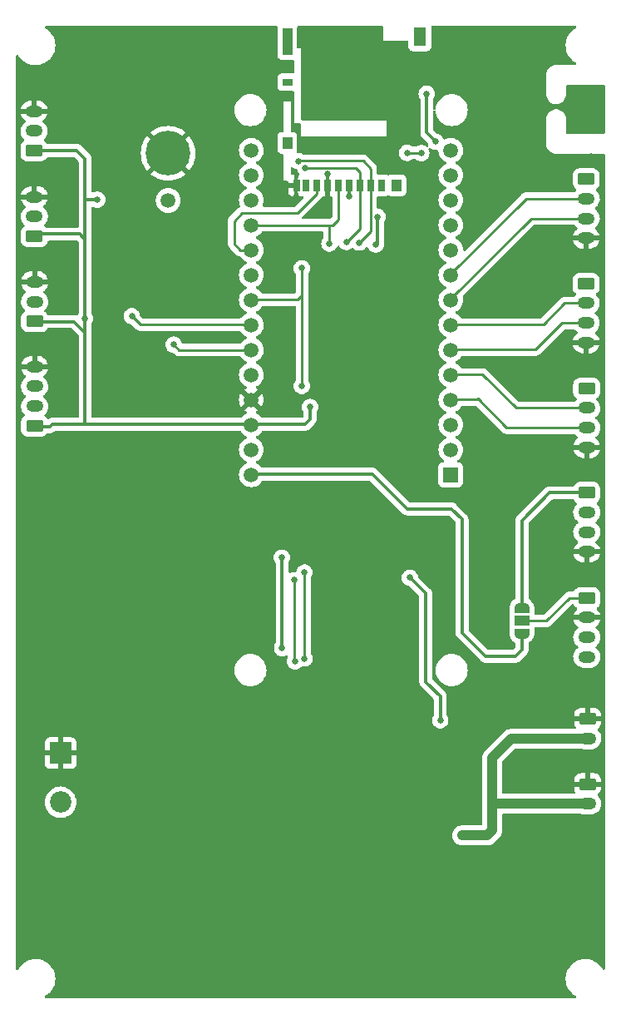
<source format=gbr>
G04 #@! TF.GenerationSoftware,KiCad,Pcbnew,(6.0.5)*
G04 #@! TF.CreationDate,2022-05-13T10:55:27+02:00*
G04 #@! TF.ProjectId,ruche,72756368-652e-46b6-9963-61645f706362,rev?*
G04 #@! TF.SameCoordinates,Original*
G04 #@! TF.FileFunction,Copper,L2,Bot*
G04 #@! TF.FilePolarity,Positive*
%FSLAX46Y46*%
G04 Gerber Fmt 4.6, Leading zero omitted, Abs format (unit mm)*
G04 Created by KiCad (PCBNEW (6.0.5)) date 2022-05-13 10:55:27*
%MOMM*%
%LPD*%
G01*
G04 APERTURE LIST*
G04 Aperture macros list*
%AMRoundRect*
0 Rectangle with rounded corners*
0 $1 Rounding radius*
0 $2 $3 $4 $5 $6 $7 $8 $9 X,Y pos of 4 corners*
0 Add a 4 corners polygon primitive as box body*
4,1,4,$2,$3,$4,$5,$6,$7,$8,$9,$2,$3,0*
0 Add four circle primitives for the rounded corners*
1,1,$1+$1,$2,$3*
1,1,$1+$1,$4,$5*
1,1,$1+$1,$6,$7*
1,1,$1+$1,$8,$9*
0 Add four rect primitives between the rounded corners*
20,1,$1+$1,$2,$3,$4,$5,0*
20,1,$1+$1,$4,$5,$6,$7,0*
20,1,$1+$1,$6,$7,$8,$9,0*
20,1,$1+$1,$8,$9,$2,$3,0*%
%AMFreePoly0*
4,1,22,0.550000,-0.750000,0.000000,-0.750000,0.000000,-0.745033,-0.079941,-0.743568,-0.215256,-0.701293,-0.333266,-0.622738,-0.424486,-0.514219,-0.481581,-0.384460,-0.499164,-0.250000,-0.500000,-0.250000,-0.500000,0.250000,-0.499164,0.250000,-0.499963,0.256109,-0.478152,0.396186,-0.417904,0.524511,-0.324060,0.630769,-0.204165,0.706417,-0.067858,0.745374,0.000000,0.744959,0.000000,0.750000,
0.550000,0.750000,0.550000,-0.750000,0.550000,-0.750000,$1*%
%AMFreePoly1*
4,1,20,0.000000,0.744959,0.073905,0.744508,0.209726,0.703889,0.328688,0.626782,0.421226,0.519385,0.479903,0.390333,0.500000,0.250000,0.500000,-0.250000,0.499851,-0.262216,0.476331,-0.402017,0.414519,-0.529596,0.319384,-0.634700,0.198574,-0.708877,0.061801,-0.746166,0.000000,-0.745033,0.000000,-0.750000,-0.550000,-0.750000,-0.550000,0.750000,0.000000,0.750000,0.000000,0.744959,
0.000000,0.744959,$1*%
G04 Aperture macros list end*
G04 #@! TA.AperFunction,ComponentPad*
%ADD10R,1.508000X1.508000*%
G04 #@! TD*
G04 #@! TA.AperFunction,ComponentPad*
%ADD11C,1.508000*%
G04 #@! TD*
G04 #@! TA.AperFunction,ComponentPad*
%ADD12R,2.175000X2.175000*%
G04 #@! TD*
G04 #@! TA.AperFunction,ComponentPad*
%ADD13C,2.175000*%
G04 #@! TD*
G04 #@! TA.AperFunction,ComponentPad*
%ADD14RoundRect,0.250000X-0.625000X0.350000X-0.625000X-0.350000X0.625000X-0.350000X0.625000X0.350000X0*%
G04 #@! TD*
G04 #@! TA.AperFunction,ComponentPad*
%ADD15O,1.750000X1.200000*%
G04 #@! TD*
G04 #@! TA.AperFunction,ComponentPad*
%ADD16RoundRect,0.250000X0.625000X-0.350000X0.625000X0.350000X-0.625000X0.350000X-0.625000X-0.350000X0*%
G04 #@! TD*
G04 #@! TA.AperFunction,ComponentPad*
%ADD17C,1.500000*%
G04 #@! TD*
G04 #@! TA.AperFunction,ComponentPad*
%ADD18C,4.540000*%
G04 #@! TD*
G04 #@! TA.AperFunction,SMDPad,CuDef*
%ADD19FreePoly0,270.000000*%
G04 #@! TD*
G04 #@! TA.AperFunction,SMDPad,CuDef*
%ADD20R,1.500000X1.000000*%
G04 #@! TD*
G04 #@! TA.AperFunction,SMDPad,CuDef*
%ADD21FreePoly1,270.000000*%
G04 #@! TD*
G04 #@! TA.AperFunction,SMDPad,CuDef*
%ADD22R,0.700000X1.200000*%
G04 #@! TD*
G04 #@! TA.AperFunction,SMDPad,CuDef*
%ADD23R,1.000000X0.800000*%
G04 #@! TD*
G04 #@! TA.AperFunction,SMDPad,CuDef*
%ADD24R,1.300000X1.900000*%
G04 #@! TD*
G04 #@! TA.AperFunction,SMDPad,CuDef*
%ADD25R,1.000000X1.200000*%
G04 #@! TD*
G04 #@! TA.AperFunction,SMDPad,CuDef*
%ADD26R,1.000000X2.800000*%
G04 #@! TD*
G04 #@! TA.AperFunction,ViaPad*
%ADD27C,0.650000*%
G04 #@! TD*
G04 #@! TA.AperFunction,Conductor*
%ADD28C,0.300000*%
G04 #@! TD*
G04 #@! TA.AperFunction,Conductor*
%ADD29C,0.250000*%
G04 #@! TD*
G04 #@! TA.AperFunction,Conductor*
%ADD30C,1.000000*%
G04 #@! TD*
G04 APERTURE END LIST*
D10*
X141287500Y-115300200D03*
D11*
X141287500Y-112760200D03*
X141287500Y-110220200D03*
X141287500Y-107680200D03*
X141287500Y-105140200D03*
X141287500Y-102600200D03*
X141287500Y-100060200D03*
X141287500Y-97520200D03*
X141287500Y-94980200D03*
X141287500Y-92440200D03*
X141287500Y-89900200D03*
X141287500Y-87360200D03*
X141287500Y-84820200D03*
X141287500Y-82280200D03*
X120967500Y-82280200D03*
X120967500Y-84820200D03*
X120967500Y-87360200D03*
X120967500Y-89900200D03*
X120967500Y-92440200D03*
X120967500Y-94980200D03*
X120967500Y-97520200D03*
X120967500Y-100060200D03*
X120967500Y-102600200D03*
X120967500Y-105140200D03*
X120967500Y-107680200D03*
X120967500Y-110220200D03*
X120967500Y-112760200D03*
X120967500Y-115300200D03*
D12*
X101550000Y-143635000D03*
D13*
X101550000Y-148635000D03*
D14*
X155140000Y-117140000D03*
D15*
X155140000Y-119140000D03*
X155140000Y-121140000D03*
X155140000Y-123140000D03*
D14*
X155140000Y-127840000D03*
D15*
X155140000Y-129840000D03*
X155140000Y-131840000D03*
X155140000Y-133840000D03*
D16*
X98900000Y-110310000D03*
D15*
X98900000Y-108310000D03*
X98900000Y-106310000D03*
X98900000Y-104310000D03*
D14*
X155225000Y-140135000D03*
D15*
X155225000Y-142135000D03*
D14*
X155225000Y-146785000D03*
D15*
X155225000Y-148785000D03*
D16*
X98875000Y-91035000D03*
D15*
X98875000Y-89035000D03*
X98875000Y-87035000D03*
D16*
X98850000Y-82310000D03*
D15*
X98850000Y-80310000D03*
X98850000Y-78310000D03*
D16*
X98900000Y-99685000D03*
D15*
X98900000Y-97685000D03*
X98900000Y-95685000D03*
D17*
X112500000Y-87385000D03*
D18*
X112500000Y-82585000D03*
D14*
X155070000Y-95840000D03*
D15*
X155070000Y-97840000D03*
X155070000Y-99840000D03*
X155070000Y-101840000D03*
D14*
X155130000Y-106510000D03*
D15*
X155130000Y-108510000D03*
X155130000Y-110510000D03*
X155130000Y-112510000D03*
D14*
X155080000Y-85210000D03*
D15*
X155080000Y-87210000D03*
X155080000Y-89210000D03*
X155080000Y-91210000D03*
D19*
X148530000Y-128870000D03*
D20*
X148530000Y-130170000D03*
D21*
X148530000Y-131470000D03*
D22*
X134235000Y-85835000D03*
X133135000Y-85835000D03*
X132035000Y-85835000D03*
X130935000Y-85835000D03*
X129835000Y-85835000D03*
X128735000Y-85835000D03*
X127635000Y-85835000D03*
X126535000Y-85835000D03*
X125585000Y-85835000D03*
D23*
X124635000Y-75335000D03*
D24*
X138135000Y-70735000D03*
D25*
X135785000Y-85835000D03*
X124635000Y-81535000D03*
D26*
X124635000Y-71185000D03*
D27*
X154950000Y-80110000D03*
X147370000Y-82730000D03*
X103060000Y-70410000D03*
X155560000Y-125410000D03*
X110560000Y-112910000D03*
X148650000Y-140000000D03*
X135610000Y-95110000D03*
X98070000Y-157910000D03*
X120560000Y-70410000D03*
X107730000Y-102290000D03*
X105560000Y-127910000D03*
X103060000Y-122910000D03*
X103060000Y-127910000D03*
X152530000Y-164620000D03*
X115560000Y-132910000D03*
X125540000Y-87050000D03*
X108060000Y-135410000D03*
X98060000Y-127910000D03*
X105560000Y-137910000D03*
X141260000Y-123720000D03*
X118060000Y-135410000D03*
X113060000Y-125410000D03*
X120560000Y-130120000D03*
X110560000Y-122910000D03*
X103060000Y-117910000D03*
X128230000Y-88020000D03*
X98070000Y-145410000D03*
X122140000Y-122460000D03*
X120220000Y-159490000D03*
X115560000Y-112910000D03*
X131940000Y-112480000D03*
X110560000Y-135410000D03*
X110560000Y-117910000D03*
X110560000Y-130410000D03*
X144660000Y-137470000D03*
X122910000Y-135950000D03*
X98060000Y-137910000D03*
X115560000Y-135410000D03*
X103060000Y-132910000D03*
X103060000Y-137910000D03*
X110860000Y-167750000D03*
X113360000Y-167750000D03*
X132070000Y-101710000D03*
X149500000Y-104950000D03*
X155570000Y-150720000D03*
X127490000Y-138740000D03*
X100560000Y-115410000D03*
X155570000Y-158220000D03*
X113060000Y-130410000D03*
X155570000Y-155720000D03*
X113060000Y-115410000D03*
X113060000Y-122910000D03*
X98060000Y-115410000D03*
X101880000Y-166570000D03*
X103060000Y-125410000D03*
X129360000Y-145090000D03*
X138540000Y-145140000D03*
X120560000Y-117910000D03*
X100560000Y-135410000D03*
X109700000Y-92400000D03*
X150200000Y-113550000D03*
X137190000Y-78950000D03*
X103060000Y-120410000D03*
X128360000Y-167750000D03*
X135860000Y-167750000D03*
X98070000Y-155410000D03*
X98060000Y-75410000D03*
X118360000Y-167750000D03*
X126430000Y-71590000D03*
X153060000Y-70410000D03*
X118060000Y-122910000D03*
X122940000Y-137930000D03*
X118060000Y-112910000D03*
X98060000Y-85410000D03*
X125860000Y-167750000D03*
X130860000Y-167750000D03*
X110560000Y-120410000D03*
X118060000Y-117910000D03*
X108060000Y-127910000D03*
X120560000Y-137910000D03*
X149610000Y-94400000D03*
X108060000Y-117910000D03*
X103060000Y-115410000D03*
X98060000Y-132910000D03*
X100560000Y-75410000D03*
X110560000Y-115410000D03*
X108350000Y-167730000D03*
X98070000Y-140410000D03*
X110560000Y-125410000D03*
X118060000Y-120410000D03*
X105560000Y-120410000D03*
X130650000Y-73620000D03*
X131160000Y-144740000D03*
X140700000Y-167750000D03*
X148060000Y-70410000D03*
X149190000Y-137260000D03*
X146920000Y-139590000D03*
X113060000Y-117910000D03*
X98060000Y-130410000D03*
X103360000Y-167750000D03*
X120860000Y-167750000D03*
X143200000Y-167750000D03*
X100670000Y-164690000D03*
X145560000Y-70410000D03*
X98070000Y-142910000D03*
X128740000Y-84720000D03*
X98060000Y-117910000D03*
X105560000Y-115410000D03*
X155560000Y-92910000D03*
X155570000Y-163220000D03*
X113060000Y-127910000D03*
X103060000Y-130410000D03*
X102110000Y-131330000D03*
X113060000Y-120410000D03*
X121890000Y-159120000D03*
X150700000Y-167750000D03*
X98060000Y-122910000D03*
X98070000Y-152910000D03*
X140560000Y-70410000D03*
X105560000Y-112910000D03*
X155560000Y-82910000D03*
X103060000Y-72910000D03*
X105560000Y-125410000D03*
X132320000Y-73240000D03*
X129060000Y-160490000D03*
X140380000Y-145420000D03*
X134000000Y-141260000D03*
X115560000Y-70410000D03*
X98070000Y-147910000D03*
X133360000Y-167750000D03*
X133766651Y-120579229D03*
X115860000Y-167750000D03*
X132310000Y-127030000D03*
X105560000Y-70410000D03*
X138360000Y-167750000D03*
X108060000Y-122910000D03*
X120140000Y-122460000D03*
X100560000Y-132910000D03*
X118060000Y-115410000D03*
X122050000Y-126860000D03*
X115560000Y-137910000D03*
X98060000Y-92910000D03*
X120560000Y-132910000D03*
X136510000Y-158130000D03*
X110560000Y-127910000D03*
X98070000Y-162910000D03*
X108060000Y-112910000D03*
X108060000Y-132910000D03*
X98070000Y-150410000D03*
X128060000Y-70410000D03*
X98060000Y-102910000D03*
X105560000Y-132910000D03*
X156210000Y-79720000D03*
X105560000Y-130410000D03*
X108060000Y-115410000D03*
X105560000Y-117910000D03*
X122750000Y-132910000D03*
X139980000Y-133570000D03*
X113060000Y-137910000D03*
X150560000Y-70410000D03*
X128570000Y-71570000D03*
X136400000Y-148890000D03*
X116180000Y-161990000D03*
X103060000Y-135410000D03*
X123070000Y-130060000D03*
X105560000Y-135410000D03*
X120220000Y-126460000D03*
X113060000Y-112910000D03*
X100560000Y-137910000D03*
X123060000Y-70410000D03*
X136830000Y-144740000D03*
X155570000Y-153220000D03*
X155670000Y-144620000D03*
X133060000Y-70410000D03*
X108060000Y-70410000D03*
X98060000Y-120410000D03*
X108060000Y-125410000D03*
X106940000Y-139420000D03*
X148200000Y-167750000D03*
X108060000Y-130410000D03*
X98070000Y-160410000D03*
X117570000Y-126250000D03*
X155560000Y-115410000D03*
X153060000Y-72910000D03*
X137180000Y-73250000D03*
X101030000Y-162520000D03*
X155570000Y-138220000D03*
X118050000Y-130100000D03*
X105860000Y-167750000D03*
X118060000Y-137910000D03*
X108060000Y-120410000D03*
X118140000Y-132980000D03*
X98070000Y-135410000D03*
X110560000Y-137910000D03*
X145700000Y-167750000D03*
X113060000Y-132910000D03*
X98060000Y-112910000D03*
X110560000Y-70410000D03*
X105560000Y-122910000D03*
X123360000Y-167750000D03*
X136370000Y-141190000D03*
X130560000Y-70410000D03*
X115560000Y-115410000D03*
X113060000Y-70410000D03*
X98060000Y-125410000D03*
X143060000Y-70410000D03*
X100560000Y-112910000D03*
X113060000Y-135410000D03*
X155560000Y-135410000D03*
X155570000Y-160720000D03*
X135580000Y-162810000D03*
X108060000Y-137910000D03*
X118060000Y-70410000D03*
X103060000Y-112910000D03*
X110560000Y-132910000D03*
X133820000Y-89040000D03*
X105275000Y-87310000D03*
X130960000Y-87000000D03*
X139771455Y-81419011D03*
X126950000Y-108410000D03*
X104050000Y-99435000D03*
X138840000Y-76520000D03*
X133640000Y-91850000D03*
X126125000Y-106260000D03*
X126400000Y-125260000D03*
X126125000Y-94285000D03*
X138280500Y-82570000D03*
X136831499Y-82540000D03*
X126400000Y-134010000D03*
X125400002Y-134285000D03*
X125325000Y-126035000D03*
X143330000Y-152010000D03*
X142430000Y-152010000D03*
X145510000Y-144100000D03*
X108800000Y-99160000D03*
X113070000Y-102060000D03*
X124070000Y-123740000D03*
X124120000Y-132960000D03*
X140210000Y-140290000D03*
X137130000Y-125780000D03*
X131960000Y-91670000D03*
X125752929Y-83373714D03*
X126470000Y-84070000D03*
X130650000Y-91610000D03*
X128930000Y-91770000D03*
D28*
X128735000Y-85835000D02*
X128735000Y-84725000D01*
X128735000Y-84725000D02*
X128740000Y-84720000D01*
X104050000Y-99435000D02*
X104050000Y-100810000D01*
X104075000Y-87310000D02*
X104050000Y-87285000D01*
X148540000Y-128860000D02*
X148540000Y-119960000D01*
X103200000Y-82310000D02*
X98850000Y-82310000D01*
X130935000Y-86975000D02*
X130960000Y-87000000D01*
X133640000Y-91850000D02*
X133820000Y-91670000D01*
X104050000Y-83160000D02*
X103200000Y-82310000D01*
X98925000Y-90810000D02*
X103525000Y-90810000D01*
X104050000Y-110110000D02*
X104050000Y-100810000D01*
X138840000Y-80487556D02*
X139771455Y-81419011D01*
X100475000Y-110410000D02*
X100714800Y-110170200D01*
X98800000Y-110410000D02*
X100475000Y-110410000D01*
X104069800Y-110170200D02*
X104090000Y-110150000D01*
X148540000Y-119960000D02*
X151360000Y-117140000D01*
X98825000Y-99710000D02*
X102950000Y-99710000D01*
X104050000Y-92585000D02*
X104050000Y-99435000D01*
X104020200Y-110170200D02*
X120890000Y-110170200D01*
X104050000Y-87285000D02*
X104050000Y-83160000D01*
X100714800Y-110170200D02*
X104020200Y-110170200D01*
X104050000Y-91335000D02*
X104050000Y-92585000D01*
X105275000Y-87310000D02*
X104075000Y-87310000D01*
X102950000Y-99710000D02*
X104050000Y-100810000D01*
X148530000Y-128870000D02*
X148540000Y-128860000D01*
X138840000Y-76520000D02*
X138840000Y-80487556D01*
X126950000Y-108410000D02*
X126950000Y-109660000D01*
X130935000Y-85835000D02*
X130935000Y-86975000D01*
X103525000Y-90810000D02*
X104050000Y-91335000D01*
X126950000Y-109660000D02*
X126439800Y-110170200D01*
X104020200Y-110170200D02*
X104069800Y-110170200D01*
X133820000Y-91670000D02*
X133820000Y-89040000D01*
X151360000Y-117140000D02*
X155140000Y-117140000D01*
X126439800Y-110170200D02*
X120890000Y-110170200D01*
X104050000Y-92585000D02*
X104050000Y-87285000D01*
D29*
X153370000Y-127840000D02*
X155140000Y-127840000D01*
X151040000Y-130170000D02*
X153370000Y-127840000D01*
X148530000Y-130170000D02*
X151040000Y-130170000D01*
X138280500Y-82570000D02*
X138250500Y-82540000D01*
X120890000Y-97470200D02*
X125714800Y-97470200D01*
X126125000Y-106260000D02*
X126125000Y-97060000D01*
X126400000Y-134010000D02*
X126400000Y-125260000D01*
X125714800Y-97470200D02*
X126125000Y-97060000D01*
X138250500Y-82540000D02*
X136831499Y-82540000D01*
X126125000Y-97060000D02*
X126125000Y-94285000D01*
X125325000Y-134209998D02*
X125400002Y-134285000D01*
X125325000Y-126035000D02*
X125325000Y-134209998D01*
D28*
X142430000Y-119850000D02*
X141360000Y-118780000D01*
X136840000Y-118780000D02*
X133310200Y-115250200D01*
X142430000Y-131380000D02*
X142430000Y-119850000D01*
X148530000Y-133120000D02*
X147860000Y-133790000D01*
X147860000Y-133790000D02*
X144840000Y-133790000D01*
X148530000Y-131470000D02*
X148530000Y-133120000D01*
X133310200Y-115250200D02*
X120890000Y-115250200D01*
X144840000Y-133790000D02*
X142430000Y-131380000D01*
X141360000Y-118780000D02*
X136840000Y-118780000D01*
D30*
X145510000Y-151510000D02*
X145510000Y-144100000D01*
X145510000Y-144100000D02*
X147440000Y-142170000D01*
X145010000Y-152010000D02*
X145510000Y-151510000D01*
X155230000Y-148790000D02*
X145820000Y-148790000D01*
X147440000Y-142170000D02*
X155260000Y-142170000D01*
X142430000Y-152010000D02*
X145010000Y-152010000D01*
D29*
X109650200Y-100010200D02*
X108800000Y-99160000D01*
X120890000Y-100010200D02*
X109650200Y-100010200D01*
X113070000Y-102060000D02*
X113610200Y-102600200D01*
X113610200Y-102600200D02*
X120967500Y-102600200D01*
X155070000Y-97840000D02*
X152900000Y-97840000D01*
X150729800Y-100010200D02*
X141210000Y-100010200D01*
X152900000Y-97840000D02*
X150729800Y-100010200D01*
X155070000Y-99840000D02*
X152650000Y-99840000D01*
X149939800Y-102550200D02*
X141210000Y-102550200D01*
X152650000Y-99840000D02*
X149939800Y-102550200D01*
X147920000Y-108510000D02*
X144500200Y-105090200D01*
X155130000Y-108510000D02*
X147920000Y-108510000D01*
X144500200Y-105090200D02*
X141210000Y-105090200D01*
X155130000Y-110510000D02*
X146980000Y-110510000D01*
X143999800Y-107630200D02*
X141210000Y-107630200D01*
X146980000Y-110510000D02*
X144050000Y-107580000D01*
X144050000Y-107580000D02*
X143999800Y-107630200D01*
D28*
X124120000Y-132960000D02*
X124120000Y-123790000D01*
X124120000Y-123790000D02*
X124070000Y-123740000D01*
X138740000Y-127390000D02*
X137130000Y-125780000D01*
X140210000Y-140290000D02*
X140210000Y-137850000D01*
X138740000Y-136380000D02*
X138740000Y-127390000D01*
X140210000Y-137850000D02*
X138740000Y-136380000D01*
D29*
X155080000Y-87210000D02*
X148930200Y-87210000D01*
X148930200Y-87210000D02*
X141210000Y-94930200D01*
X155080000Y-89210000D02*
X149470200Y-89210000D01*
X149470200Y-89210000D02*
X141210000Y-97470200D01*
X133135000Y-85835000D02*
X133135000Y-84145000D01*
X125781144Y-83345499D02*
X125752929Y-83373714D01*
X133135000Y-84145000D02*
X132335499Y-83345499D01*
X133135000Y-90495000D02*
X133135000Y-85835000D01*
X131960000Y-91670000D02*
X133135000Y-90495000D01*
X132335499Y-83345499D02*
X125781144Y-83345499D01*
X130650000Y-91610000D02*
X132035000Y-90225000D01*
X132035000Y-85835000D02*
X132035000Y-84525000D01*
X131580000Y-84070000D02*
X126470000Y-84070000D01*
X132035000Y-90225000D02*
X132035000Y-85835000D01*
X132035000Y-84525000D02*
X131580000Y-84070000D01*
X129835000Y-89325000D02*
X129259800Y-89900200D01*
X129835000Y-85835000D02*
X129835000Y-89325000D01*
X129259800Y-89900200D02*
X128819800Y-89900200D01*
X128819800Y-89900200D02*
X120967500Y-89900200D01*
X128930000Y-90010400D02*
X128930000Y-91770000D01*
X127635000Y-86685000D02*
X125650000Y-88670000D01*
X125650000Y-88670000D02*
X120020000Y-88670000D01*
X119220000Y-91790000D02*
X119870200Y-92440200D01*
X127635000Y-85835000D02*
X127635000Y-86685000D01*
X120020000Y-88670000D02*
X119220000Y-89470000D01*
X119220000Y-89470000D02*
X119220000Y-91790000D01*
X119870200Y-92440200D02*
X120967500Y-92440200D01*
G04 #@! TA.AperFunction,Conductor*
G36*
X134338106Y-69628502D02*
G01*
X134384599Y-69682158D01*
X134394703Y-69752432D01*
X134393106Y-69761282D01*
X134387947Y-69785000D01*
X134385000Y-69785000D01*
X134385000Y-71135000D01*
X136850500Y-71135000D01*
X136918621Y-71155002D01*
X136965114Y-71208658D01*
X136976500Y-71261000D01*
X136976500Y-71733134D01*
X136983255Y-71795316D01*
X137034385Y-71931705D01*
X137121739Y-72048261D01*
X137238295Y-72135615D01*
X137374684Y-72186745D01*
X137436866Y-72193500D01*
X138833134Y-72193500D01*
X138895316Y-72186745D01*
X139031705Y-72135615D01*
X139148261Y-72048261D01*
X139235615Y-71931705D01*
X139286745Y-71795316D01*
X139293500Y-71733134D01*
X139293500Y-69736866D01*
X139294603Y-69736866D01*
X139309849Y-69672205D01*
X139360915Y-69622881D01*
X139419372Y-69608500D01*
X153977239Y-69608500D01*
X154045360Y-69628502D01*
X154091853Y-69682158D01*
X154101957Y-69752432D01*
X154072463Y-69817012D01*
X154041945Y-69842616D01*
X153854725Y-69954664D01*
X153854721Y-69954667D01*
X153851043Y-69956868D01*
X153637318Y-70128094D01*
X153620717Y-70145588D01*
X153470737Y-70303634D01*
X153448808Y-70326742D01*
X153289002Y-70549136D01*
X153160857Y-70791161D01*
X153159385Y-70795184D01*
X153159383Y-70795188D01*
X153116872Y-70911355D01*
X153066743Y-71048337D01*
X153008404Y-71315907D01*
X152986917Y-71588918D01*
X152987334Y-71596156D01*
X153002682Y-71862320D01*
X153055405Y-72131053D01*
X153056792Y-72135103D01*
X153056793Y-72135108D01*
X153142723Y-72386088D01*
X153144112Y-72390144D01*
X153173238Y-72448054D01*
X153242837Y-72586437D01*
X153267160Y-72634799D01*
X153269586Y-72638328D01*
X153269589Y-72638334D01*
X153407429Y-72838891D01*
X153422274Y-72860490D01*
X153606582Y-73063043D01*
X153816675Y-73238707D01*
X153820316Y-73240991D01*
X154024001Y-73368763D01*
X154071079Y-73421906D01*
X154081951Y-73492065D01*
X154053167Y-73556965D01*
X153993864Y-73596000D01*
X153957045Y-73601500D01*
X152053250Y-73601500D01*
X152032345Y-73599754D01*
X152017344Y-73597230D01*
X152017341Y-73597230D01*
X152012552Y-73596424D01*
X152006475Y-73596350D01*
X152004865Y-73596330D01*
X152004861Y-73596330D01*
X152000000Y-73596271D01*
X151995186Y-73596960D01*
X151995176Y-73596961D01*
X151978720Y-73599318D01*
X151971851Y-73600111D01*
X151824207Y-73613028D01*
X151818893Y-73614452D01*
X151818892Y-73614452D01*
X151659065Y-73657277D01*
X151659063Y-73657278D01*
X151653755Y-73658700D01*
X151648774Y-73661022D01*
X151648773Y-73661023D01*
X151498811Y-73730951D01*
X151498806Y-73730954D01*
X151493824Y-73733277D01*
X151418824Y-73785793D01*
X151353784Y-73831334D01*
X151353781Y-73831336D01*
X151349273Y-73834493D01*
X151224493Y-73959273D01*
X151123277Y-74103824D01*
X151120954Y-74108806D01*
X151120951Y-74108811D01*
X151117517Y-74116176D01*
X151048700Y-74263755D01*
X151003028Y-74434207D01*
X151002549Y-74439687D01*
X150990987Y-74571839D01*
X150989969Y-74580224D01*
X150986309Y-74603724D01*
X150988771Y-74622552D01*
X150990436Y-74635283D01*
X150991500Y-74651621D01*
X150991500Y-76510633D01*
X150990000Y-76530018D01*
X150987690Y-76544851D01*
X150987690Y-76544855D01*
X150986309Y-76553724D01*
X150987299Y-76561295D01*
X150987468Y-76563118D01*
X150987467Y-76563191D01*
X150987514Y-76563614D01*
X151004424Y-76746105D01*
X151055573Y-76925873D01*
X151138882Y-77093182D01*
X151251516Y-77242333D01*
X151389639Y-77368249D01*
X151548547Y-77466640D01*
X151722828Y-77534157D01*
X151906549Y-77568500D01*
X152093451Y-77568500D01*
X152277172Y-77534157D01*
X152451453Y-77466640D01*
X152610361Y-77368249D01*
X152748484Y-77242333D01*
X152861118Y-77093182D01*
X152944427Y-76925873D01*
X152995576Y-76746105D01*
X153008874Y-76602593D01*
X153010083Y-76593314D01*
X153012770Y-76577345D01*
X153012770Y-76577340D01*
X153013576Y-76572552D01*
X153013729Y-76560000D01*
X153009773Y-76532376D01*
X153008500Y-76514514D01*
X153008500Y-75744500D01*
X153028502Y-75676379D01*
X153082158Y-75629886D01*
X153134500Y-75618500D01*
X156865500Y-75618500D01*
X156933621Y-75638502D01*
X156980114Y-75692158D01*
X156991500Y-75744500D01*
X156991500Y-80475500D01*
X156971498Y-80543621D01*
X156917842Y-80590114D01*
X156865500Y-80601500D01*
X153134500Y-80601500D01*
X153066379Y-80581498D01*
X153019886Y-80527842D01*
X153008500Y-80475500D01*
X153008500Y-79163250D01*
X153010246Y-79142345D01*
X153012770Y-79127344D01*
X153012770Y-79127341D01*
X153013576Y-79122552D01*
X153013729Y-79110000D01*
X153012830Y-79103724D01*
X153011603Y-79095152D01*
X153010867Y-79088915D01*
X152996113Y-78929688D01*
X152996113Y-78929686D01*
X152995576Y-78923895D01*
X152944427Y-78744127D01*
X152861118Y-78576818D01*
X152748484Y-78427667D01*
X152648728Y-78336727D01*
X152614669Y-78305678D01*
X152614667Y-78305677D01*
X152610361Y-78301751D01*
X152451453Y-78203360D01*
X152277172Y-78135843D01*
X152093451Y-78101500D01*
X151906549Y-78101500D01*
X151722828Y-78135843D01*
X151548547Y-78203360D01*
X151389639Y-78301751D01*
X151385333Y-78305677D01*
X151385331Y-78305678D01*
X151351272Y-78336727D01*
X151251516Y-78427667D01*
X151138882Y-78576818D01*
X151055573Y-78744127D01*
X151004424Y-78923895D01*
X150993534Y-79041425D01*
X150990255Y-79076808D01*
X150989291Y-79084571D01*
X150987690Y-79094848D01*
X150987690Y-79094855D01*
X150986309Y-79103724D01*
X150987473Y-79112626D01*
X150987473Y-79112628D01*
X150990436Y-79135283D01*
X150991500Y-79151621D01*
X150991500Y-81560633D01*
X150990000Y-81580018D01*
X150987690Y-81594851D01*
X150987690Y-81594855D01*
X150986309Y-81603724D01*
X150988345Y-81619290D01*
X150988929Y-81624644D01*
X150994432Y-81687544D01*
X151003028Y-81785793D01*
X151004452Y-81791107D01*
X151004452Y-81791108D01*
X151044343Y-81939983D01*
X151048700Y-81956245D01*
X151051022Y-81961226D01*
X151051023Y-81961227D01*
X151120951Y-82111189D01*
X151120954Y-82111194D01*
X151123277Y-82116176D01*
X151145213Y-82147504D01*
X151217779Y-82251138D01*
X151224493Y-82260727D01*
X151349273Y-82385507D01*
X151353781Y-82388664D01*
X151353784Y-82388666D01*
X151413126Y-82430217D01*
X151493824Y-82486723D01*
X151498806Y-82489046D01*
X151498811Y-82489049D01*
X151648773Y-82558977D01*
X151653755Y-82561300D01*
X151659063Y-82562722D01*
X151659065Y-82562723D01*
X151818892Y-82605548D01*
X151818893Y-82605548D01*
X151824207Y-82606972D01*
X151953712Y-82618302D01*
X151963626Y-82619568D01*
X151974556Y-82621407D01*
X151982656Y-82622770D01*
X151982658Y-82622770D01*
X151987448Y-82623576D01*
X151993724Y-82623652D01*
X151995140Y-82623670D01*
X151995143Y-82623670D01*
X152000000Y-82623729D01*
X152027624Y-82619773D01*
X152045486Y-82618500D01*
X156865500Y-82618500D01*
X156933621Y-82638502D01*
X156980114Y-82692158D01*
X156991500Y-82744500D01*
X156991500Y-165570393D01*
X156971498Y-165638514D01*
X156917842Y-165685007D01*
X156847568Y-165695111D01*
X156782988Y-165665617D01*
X156753534Y-165628183D01*
X156723978Y-165570919D01*
X156723978Y-165570918D01*
X156722013Y-165567112D01*
X156712040Y-165552921D01*
X156567008Y-165346562D01*
X156564545Y-165343057D01*
X156378125Y-165142445D01*
X156374810Y-165139731D01*
X156374806Y-165139728D01*
X156169523Y-164971706D01*
X156166205Y-164968990D01*
X155932704Y-164825901D01*
X155928768Y-164824173D01*
X155685873Y-164717549D01*
X155685869Y-164717548D01*
X155681945Y-164715825D01*
X155418566Y-164640800D01*
X155414324Y-164640196D01*
X155414318Y-164640195D01*
X155213834Y-164611662D01*
X155147443Y-164602213D01*
X155003589Y-164601460D01*
X154877877Y-164600802D01*
X154877871Y-164600802D01*
X154873591Y-164600780D01*
X154869347Y-164601339D01*
X154869343Y-164601339D01*
X154750302Y-164617011D01*
X154602078Y-164636525D01*
X154597938Y-164637658D01*
X154597936Y-164637658D01*
X154525008Y-164657609D01*
X154337928Y-164708788D01*
X154333980Y-164710472D01*
X154089982Y-164814546D01*
X154089978Y-164814548D01*
X154086030Y-164816232D01*
X154066125Y-164828145D01*
X153854725Y-164954664D01*
X153854721Y-164954667D01*
X153851043Y-164956868D01*
X153637318Y-165128094D01*
X153448808Y-165326742D01*
X153289002Y-165549136D01*
X153160857Y-165791161D01*
X153159385Y-165795184D01*
X153159383Y-165795188D01*
X153116872Y-165911355D01*
X153066743Y-166048337D01*
X153008404Y-166315907D01*
X152986917Y-166588918D01*
X152987334Y-166596156D01*
X153002682Y-166862320D01*
X153055405Y-167131053D01*
X153056792Y-167135103D01*
X153056793Y-167135108D01*
X153142723Y-167386088D01*
X153144112Y-167390144D01*
X153173238Y-167448054D01*
X153242837Y-167586437D01*
X153267160Y-167634799D01*
X153269586Y-167638328D01*
X153269589Y-167638334D01*
X153319821Y-167711421D01*
X153422274Y-167860490D01*
X153606582Y-168063043D01*
X153609877Y-168065798D01*
X153609878Y-168065799D01*
X153654382Y-168103010D01*
X153816675Y-168238707D01*
X153820316Y-168240991D01*
X154024001Y-168368763D01*
X154071079Y-168421906D01*
X154081951Y-168492065D01*
X154053167Y-168556965D01*
X153993864Y-168596000D01*
X153957045Y-168601500D01*
X100038332Y-168601500D01*
X99970211Y-168581498D01*
X99923718Y-168527842D01*
X99913614Y-168457568D01*
X99943108Y-168392988D01*
X99974761Y-168366712D01*
X100127879Y-168277237D01*
X100127880Y-168277236D01*
X100131582Y-168275073D01*
X100347089Y-168106094D01*
X100388809Y-168063043D01*
X100471059Y-167978167D01*
X100537669Y-167909431D01*
X100540202Y-167905983D01*
X100540206Y-167905978D01*
X100697257Y-167692178D01*
X100699795Y-167688723D01*
X100727154Y-167638334D01*
X100828418Y-167451830D01*
X100828419Y-167451828D01*
X100830468Y-167448054D01*
X100927269Y-167191877D01*
X100968173Y-167013279D01*
X100987449Y-166929117D01*
X100987450Y-166929113D01*
X100988407Y-166924933D01*
X100991349Y-166891975D01*
X101012531Y-166654627D01*
X101012531Y-166654625D01*
X101012751Y-166652161D01*
X101013193Y-166610000D01*
X101011465Y-166584648D01*
X100994859Y-166341055D01*
X100994858Y-166341049D01*
X100994567Y-166336778D01*
X100939032Y-166068612D01*
X100847617Y-165810465D01*
X100722013Y-165567112D01*
X100712040Y-165552921D01*
X100567008Y-165346562D01*
X100564545Y-165343057D01*
X100378125Y-165142445D01*
X100374810Y-165139731D01*
X100374806Y-165139728D01*
X100169523Y-164971706D01*
X100166205Y-164968990D01*
X99932704Y-164825901D01*
X99928768Y-164824173D01*
X99685873Y-164717549D01*
X99685869Y-164717548D01*
X99681945Y-164715825D01*
X99418566Y-164640800D01*
X99414324Y-164640196D01*
X99414318Y-164640195D01*
X99213834Y-164611662D01*
X99147443Y-164602213D01*
X99003589Y-164601460D01*
X98877877Y-164600802D01*
X98877871Y-164600802D01*
X98873591Y-164600780D01*
X98869347Y-164601339D01*
X98869343Y-164601339D01*
X98750302Y-164617011D01*
X98602078Y-164636525D01*
X98597938Y-164637658D01*
X98597936Y-164637658D01*
X98525008Y-164657609D01*
X98337928Y-164708788D01*
X98333980Y-164710472D01*
X98089982Y-164814546D01*
X98089978Y-164814548D01*
X98086030Y-164816232D01*
X98066125Y-164828145D01*
X97854725Y-164954664D01*
X97854721Y-164954667D01*
X97851043Y-164956868D01*
X97637318Y-165128094D01*
X97448808Y-165326742D01*
X97289002Y-165549136D01*
X97286998Y-165552921D01*
X97245855Y-165630627D01*
X97196302Y-165681470D01*
X97127128Y-165697452D01*
X97060294Y-165673498D01*
X97017020Y-165617214D01*
X97008500Y-165571668D01*
X97008500Y-152002925D01*
X141416645Y-152002925D01*
X141417204Y-152009065D01*
X141430376Y-152153800D01*
X141434570Y-152199888D01*
X141490410Y-152389619D01*
X141582040Y-152564890D01*
X141705968Y-152719025D01*
X141710692Y-152722989D01*
X141717933Y-152729065D01*
X141857474Y-152846154D01*
X141862872Y-152849121D01*
X141862877Y-152849125D01*
X141960253Y-152902657D01*
X142030787Y-152941433D01*
X142036654Y-152943294D01*
X142036656Y-152943295D01*
X142213436Y-152999373D01*
X142219306Y-153001235D01*
X142373227Y-153018500D01*
X144948157Y-153018500D01*
X144961764Y-153019237D01*
X144993262Y-153022659D01*
X144993267Y-153022659D01*
X144999388Y-153023324D01*
X145025638Y-153021027D01*
X145049388Y-153018950D01*
X145054214Y-153018621D01*
X145056686Y-153018500D01*
X145059769Y-153018500D01*
X145071738Y-153017326D01*
X145102506Y-153014310D01*
X145103819Y-153014188D01*
X145148084Y-153010315D01*
X145196413Y-153006087D01*
X145201532Y-153004600D01*
X145206833Y-153004080D01*
X145295834Y-152977209D01*
X145296967Y-152976874D01*
X145380414Y-152952630D01*
X145380418Y-152952628D01*
X145386336Y-152950909D01*
X145391068Y-152948456D01*
X145396169Y-152946916D01*
X145412060Y-152938467D01*
X145478260Y-152903269D01*
X145479426Y-152902657D01*
X145556453Y-152862729D01*
X145561926Y-152859892D01*
X145566089Y-152856569D01*
X145570796Y-152854066D01*
X145642918Y-152795245D01*
X145643774Y-152794554D01*
X145682973Y-152763262D01*
X145685477Y-152760758D01*
X145686195Y-152760116D01*
X145690528Y-152756415D01*
X145724062Y-152729065D01*
X145753294Y-152693730D01*
X145761271Y-152684964D01*
X146179383Y-152266851D01*
X146189527Y-152257749D01*
X146214218Y-152237897D01*
X146219025Y-152234032D01*
X146251292Y-152195578D01*
X146254472Y-152191931D01*
X146256115Y-152190119D01*
X146258309Y-152187925D01*
X146285642Y-152154651D01*
X146286348Y-152153800D01*
X146342195Y-152087244D01*
X146346154Y-152082526D01*
X146348722Y-152077856D01*
X146352103Y-152073739D01*
X146396015Y-151991842D01*
X146396624Y-151990720D01*
X146438466Y-151914611D01*
X146438468Y-151914606D01*
X146441433Y-151909213D01*
X146443044Y-151904135D01*
X146445563Y-151899437D01*
X146472753Y-151810502D01*
X146473136Y-151809272D01*
X146474101Y-151806232D01*
X146501235Y-151720694D01*
X146501828Y-151715403D01*
X146503388Y-151710302D01*
X146504011Y-151704170D01*
X146504012Y-151704164D01*
X146510157Y-151643662D01*
X146512790Y-151617737D01*
X146512925Y-151616470D01*
X146518108Y-151570270D01*
X146518108Y-151570265D01*
X146518500Y-151566773D01*
X146518500Y-151563248D01*
X146518555Y-151562263D01*
X146519004Y-151556559D01*
X146522752Y-151519666D01*
X146522752Y-151519661D01*
X146523374Y-151513538D01*
X146519059Y-151467889D01*
X146518500Y-151456032D01*
X146518500Y-149924500D01*
X146538502Y-149856379D01*
X146592158Y-149809886D01*
X146644500Y-149798500D01*
X154474850Y-149798500D01*
X154521948Y-149807634D01*
X154628168Y-149850442D01*
X154628171Y-149850443D01*
X154633737Y-149852686D01*
X154841337Y-149893228D01*
X154846899Y-149893500D01*
X155552846Y-149893500D01*
X155710566Y-149878452D01*
X155913534Y-149818908D01*
X155918862Y-149816164D01*
X156096249Y-149724804D01*
X156096252Y-149724802D01*
X156101580Y-149722058D01*
X156267920Y-149591396D01*
X156271852Y-149586865D01*
X156271855Y-149586862D01*
X156402621Y-149436167D01*
X156406552Y-149431637D01*
X156409552Y-149426451D01*
X156409555Y-149426447D01*
X156509467Y-149253742D01*
X156512473Y-149248546D01*
X156581861Y-149048729D01*
X156612213Y-148839396D01*
X156602433Y-148628101D01*
X156552875Y-148422466D01*
X156533452Y-148379746D01*
X156467806Y-148235368D01*
X156465326Y-148229913D01*
X156342946Y-148057389D01*
X156338623Y-148053251D01*
X156338619Y-148053246D01*
X156247309Y-147965836D01*
X156211933Y-147904280D01*
X156215452Y-147833371D01*
X156256749Y-147775621D01*
X156268137Y-147767674D01*
X156317807Y-147736937D01*
X156329208Y-147727901D01*
X156443739Y-147613171D01*
X156452751Y-147601760D01*
X156537816Y-147463757D01*
X156543963Y-147450576D01*
X156595138Y-147296290D01*
X156598005Y-147282914D01*
X156607672Y-147188562D01*
X156608000Y-147182146D01*
X156608000Y-147057115D01*
X156603525Y-147041876D01*
X156602135Y-147040671D01*
X156594452Y-147039000D01*
X153860116Y-147039000D01*
X153844877Y-147043475D01*
X153843672Y-147044865D01*
X153842001Y-147052548D01*
X153842001Y-147182095D01*
X153842338Y-147188614D01*
X153852257Y-147284206D01*
X153855149Y-147297600D01*
X153906588Y-147451784D01*
X153912761Y-147464962D01*
X153989641Y-147589197D01*
X154008479Y-147657648D01*
X153987318Y-147725418D01*
X153932877Y-147770989D01*
X153882497Y-147781500D01*
X146644500Y-147781500D01*
X146576379Y-147761498D01*
X146529886Y-147707842D01*
X146518500Y-147655500D01*
X146518500Y-146512885D01*
X153842000Y-146512885D01*
X153846475Y-146528124D01*
X153847865Y-146529329D01*
X153855548Y-146531000D01*
X154952885Y-146531000D01*
X154968124Y-146526525D01*
X154969329Y-146525135D01*
X154971000Y-146517452D01*
X154971000Y-146512885D01*
X155479000Y-146512885D01*
X155483475Y-146528124D01*
X155484865Y-146529329D01*
X155492548Y-146531000D01*
X156589884Y-146531000D01*
X156605123Y-146526525D01*
X156606328Y-146525135D01*
X156607999Y-146517452D01*
X156607999Y-146387905D01*
X156607662Y-146381386D01*
X156597743Y-146285794D01*
X156594851Y-146272400D01*
X156543412Y-146118216D01*
X156537239Y-146105038D01*
X156451937Y-145967193D01*
X156442901Y-145955792D01*
X156328171Y-145841261D01*
X156316760Y-145832249D01*
X156178757Y-145747184D01*
X156165576Y-145741037D01*
X156011290Y-145689862D01*
X155997914Y-145686995D01*
X155903562Y-145677328D01*
X155897145Y-145677000D01*
X155497115Y-145677000D01*
X155481876Y-145681475D01*
X155480671Y-145682865D01*
X155479000Y-145690548D01*
X155479000Y-146512885D01*
X154971000Y-146512885D01*
X154971000Y-145695116D01*
X154966525Y-145679877D01*
X154965135Y-145678672D01*
X154957452Y-145677001D01*
X154552905Y-145677001D01*
X154546386Y-145677338D01*
X154450794Y-145687257D01*
X154437400Y-145690149D01*
X154283216Y-145741588D01*
X154270038Y-145747761D01*
X154132193Y-145833063D01*
X154120792Y-145842099D01*
X154006261Y-145956829D01*
X153997249Y-145968240D01*
X153912184Y-146106243D01*
X153906037Y-146119424D01*
X153854862Y-146273710D01*
X153851995Y-146287086D01*
X153842328Y-146381438D01*
X153842000Y-146387855D01*
X153842000Y-146512885D01*
X146518500Y-146512885D01*
X146518500Y-144569925D01*
X146538502Y-144501804D01*
X146555405Y-144480830D01*
X147820829Y-143215405D01*
X147883141Y-143181380D01*
X147909924Y-143178500D01*
X154549289Y-143178500D01*
X154596387Y-143187634D01*
X154628169Y-143200443D01*
X154628178Y-143200446D01*
X154633737Y-143202686D01*
X154639618Y-143203834D01*
X154639623Y-143203836D01*
X154751744Y-143225731D01*
X154841337Y-143243228D01*
X154846899Y-143243500D01*
X155552846Y-143243500D01*
X155710566Y-143228452D01*
X155913534Y-143168908D01*
X155918862Y-143166164D01*
X156096249Y-143074804D01*
X156096252Y-143074802D01*
X156101580Y-143072058D01*
X156267920Y-142941396D01*
X156271852Y-142936865D01*
X156271855Y-142936862D01*
X156402621Y-142786167D01*
X156406552Y-142781637D01*
X156409552Y-142776451D01*
X156409555Y-142776447D01*
X156509467Y-142603742D01*
X156512473Y-142598546D01*
X156581861Y-142398729D01*
X156582722Y-142392792D01*
X156611352Y-142195336D01*
X156611352Y-142195333D01*
X156612213Y-142189396D01*
X156602433Y-141978101D01*
X156552875Y-141772466D01*
X156465326Y-141579913D01*
X156342946Y-141407389D01*
X156338623Y-141403251D01*
X156338619Y-141403246D01*
X156247309Y-141315836D01*
X156211933Y-141254280D01*
X156215452Y-141183371D01*
X156256749Y-141125621D01*
X156268137Y-141117674D01*
X156317807Y-141086937D01*
X156329208Y-141077901D01*
X156443739Y-140963171D01*
X156452751Y-140951760D01*
X156537816Y-140813757D01*
X156543963Y-140800576D01*
X156595138Y-140646290D01*
X156598005Y-140632914D01*
X156607672Y-140538562D01*
X156608000Y-140532146D01*
X156608000Y-140407115D01*
X156603525Y-140391876D01*
X156602135Y-140390671D01*
X156594452Y-140389000D01*
X153860116Y-140389000D01*
X153844877Y-140393475D01*
X153843672Y-140394865D01*
X153842001Y-140402548D01*
X153842001Y-140532095D01*
X153842338Y-140538614D01*
X153852257Y-140634206D01*
X153855149Y-140647600D01*
X153906588Y-140801784D01*
X153912761Y-140814962D01*
X153998063Y-140952807D01*
X154001574Y-140957237D01*
X154028210Y-141023048D01*
X154015038Y-141092812D01*
X153966240Y-141144380D01*
X153902827Y-141161500D01*
X147501842Y-141161500D01*
X147488235Y-141160763D01*
X147456737Y-141157341D01*
X147456732Y-141157341D01*
X147450611Y-141156676D01*
X147432611Y-141158251D01*
X147400609Y-141161050D01*
X147395784Y-141161379D01*
X147393313Y-141161500D01*
X147390231Y-141161500D01*
X147367763Y-141163703D01*
X147347489Y-141165691D01*
X147346174Y-141165813D01*
X147313913Y-141168636D01*
X147253587Y-141173913D01*
X147248468Y-141175400D01*
X147243167Y-141175920D01*
X147154166Y-141202791D01*
X147153033Y-141203126D01*
X147069586Y-141227370D01*
X147069582Y-141227372D01*
X147063664Y-141229091D01*
X147058932Y-141231544D01*
X147053831Y-141233084D01*
X147048388Y-141235978D01*
X146971740Y-141276731D01*
X146970574Y-141277343D01*
X146896315Y-141315836D01*
X146888074Y-141320108D01*
X146883911Y-141323431D01*
X146879204Y-141325934D01*
X146807082Y-141384755D01*
X146806226Y-141385446D01*
X146767027Y-141416738D01*
X146764523Y-141419242D01*
X146763805Y-141419884D01*
X146759472Y-141423585D01*
X146725938Y-141450935D01*
X146722011Y-141455682D01*
X146722009Y-141455684D01*
X146696713Y-141486262D01*
X146688723Y-141495042D01*
X144840621Y-143343145D01*
X144830478Y-143352247D01*
X144800975Y-143375968D01*
X144797008Y-143380696D01*
X144768709Y-143414421D01*
X144765528Y-143418069D01*
X144763885Y-143419881D01*
X144761691Y-143422075D01*
X144734358Y-143455349D01*
X144733696Y-143456147D01*
X144673846Y-143527474D01*
X144671278Y-143532144D01*
X144667897Y-143536261D01*
X144636860Y-143594145D01*
X144624023Y-143618086D01*
X144623394Y-143619245D01*
X144581538Y-143695381D01*
X144581535Y-143695389D01*
X144578567Y-143700787D01*
X144576955Y-143705869D01*
X144574438Y-143710563D01*
X144547238Y-143799531D01*
X144546918Y-143800559D01*
X144518765Y-143889306D01*
X144518171Y-143894602D01*
X144516613Y-143899698D01*
X144515990Y-143905834D01*
X144507218Y-143992187D01*
X144507089Y-143993393D01*
X144501500Y-144043227D01*
X144501500Y-144046754D01*
X144501445Y-144047739D01*
X144500998Y-144053419D01*
X144496626Y-144096462D01*
X144497206Y-144102593D01*
X144500941Y-144142109D01*
X144501500Y-144153967D01*
X144501500Y-150875500D01*
X144481498Y-150943621D01*
X144427842Y-150990114D01*
X144375500Y-151001500D01*
X142380231Y-151001500D01*
X142377175Y-151001800D01*
X142377168Y-151001800D01*
X142318660Y-151007537D01*
X142233167Y-151015920D01*
X142227266Y-151017702D01*
X142227264Y-151017702D01*
X142153947Y-151039838D01*
X142043831Y-151073084D01*
X141869204Y-151165934D01*
X141782938Y-151236291D01*
X141720713Y-151287040D01*
X141720710Y-151287043D01*
X141715938Y-151290935D01*
X141712011Y-151295682D01*
X141712009Y-151295684D01*
X141593799Y-151438575D01*
X141593797Y-151438579D01*
X141589870Y-151443325D01*
X141495802Y-151617299D01*
X141437318Y-151806232D01*
X141416645Y-152002925D01*
X97008500Y-152002925D01*
X97008500Y-148635000D01*
X99949065Y-148635000D01*
X99968775Y-148885441D01*
X100027420Y-149129716D01*
X100123556Y-149361809D01*
X100254816Y-149576006D01*
X100417968Y-149767032D01*
X100608994Y-149930184D01*
X100823191Y-150061444D01*
X100827761Y-150063337D01*
X100827765Y-150063339D01*
X101050711Y-150155686D01*
X101055284Y-150157580D01*
X101139797Y-150177870D01*
X101294746Y-150215070D01*
X101294752Y-150215071D01*
X101299559Y-150216225D01*
X101550000Y-150235935D01*
X101800441Y-150216225D01*
X101805248Y-150215071D01*
X101805254Y-150215070D01*
X101960203Y-150177870D01*
X102044716Y-150157580D01*
X102049289Y-150155686D01*
X102272235Y-150063339D01*
X102272239Y-150063337D01*
X102276809Y-150061444D01*
X102491006Y-149930184D01*
X102682032Y-149767032D01*
X102845184Y-149576006D01*
X102976444Y-149361809D01*
X103072580Y-149129716D01*
X103131225Y-148885441D01*
X103150935Y-148635000D01*
X103131225Y-148384559D01*
X103072580Y-148140284D01*
X103036528Y-148053246D01*
X102978339Y-147912765D01*
X102978337Y-147912761D01*
X102976444Y-147908191D01*
X102845184Y-147693994D01*
X102682032Y-147502968D01*
X102491006Y-147339816D01*
X102276809Y-147208556D01*
X102272239Y-147206663D01*
X102272235Y-147206661D01*
X102049289Y-147114314D01*
X102049287Y-147114313D01*
X102044716Y-147112420D01*
X101960203Y-147092130D01*
X101805254Y-147054930D01*
X101805248Y-147054929D01*
X101800441Y-147053775D01*
X101550000Y-147034065D01*
X101299559Y-147053775D01*
X101294752Y-147054929D01*
X101294746Y-147054930D01*
X101139797Y-147092130D01*
X101055284Y-147112420D01*
X101050713Y-147114313D01*
X101050711Y-147114314D01*
X100827765Y-147206661D01*
X100827761Y-147206663D01*
X100823191Y-147208556D01*
X100608994Y-147339816D01*
X100417968Y-147502968D01*
X100254816Y-147693994D01*
X100123556Y-147908191D01*
X100121663Y-147912761D01*
X100121661Y-147912765D01*
X100063472Y-148053246D01*
X100027420Y-148140284D01*
X99968775Y-148384559D01*
X99949065Y-148635000D01*
X97008500Y-148635000D01*
X97008500Y-144767169D01*
X99954501Y-144767169D01*
X99954871Y-144773990D01*
X99960395Y-144824852D01*
X99964021Y-144840104D01*
X100009176Y-144960554D01*
X100017714Y-144976149D01*
X100094215Y-145078224D01*
X100106776Y-145090785D01*
X100208851Y-145167286D01*
X100224446Y-145175824D01*
X100344894Y-145220978D01*
X100360149Y-145224605D01*
X100411014Y-145230131D01*
X100417828Y-145230500D01*
X101277885Y-145230500D01*
X101293124Y-145226025D01*
X101294329Y-145224635D01*
X101296000Y-145216952D01*
X101296000Y-145212384D01*
X101804000Y-145212384D01*
X101808475Y-145227623D01*
X101809865Y-145228828D01*
X101817548Y-145230499D01*
X102682169Y-145230499D01*
X102688990Y-145230129D01*
X102739852Y-145224605D01*
X102755104Y-145220979D01*
X102875554Y-145175824D01*
X102891149Y-145167286D01*
X102993224Y-145090785D01*
X103005785Y-145078224D01*
X103082286Y-144976149D01*
X103090824Y-144960554D01*
X103135978Y-144840106D01*
X103139605Y-144824851D01*
X103145131Y-144773986D01*
X103145500Y-144767172D01*
X103145500Y-143907115D01*
X103141025Y-143891876D01*
X103139635Y-143890671D01*
X103131952Y-143889000D01*
X101822115Y-143889000D01*
X101806876Y-143893475D01*
X101805671Y-143894865D01*
X101804000Y-143902548D01*
X101804000Y-145212384D01*
X101296000Y-145212384D01*
X101296000Y-143907115D01*
X101291525Y-143891876D01*
X101290135Y-143890671D01*
X101282452Y-143889000D01*
X99972616Y-143889000D01*
X99957377Y-143893475D01*
X99956172Y-143894865D01*
X99954501Y-143902548D01*
X99954501Y-144767169D01*
X97008500Y-144767169D01*
X97008500Y-143362885D01*
X99954500Y-143362885D01*
X99958975Y-143378124D01*
X99960365Y-143379329D01*
X99968048Y-143381000D01*
X101277885Y-143381000D01*
X101293124Y-143376525D01*
X101294329Y-143375135D01*
X101296000Y-143367452D01*
X101296000Y-143362885D01*
X101804000Y-143362885D01*
X101808475Y-143378124D01*
X101809865Y-143379329D01*
X101817548Y-143381000D01*
X103127384Y-143381000D01*
X103142623Y-143376525D01*
X103143828Y-143375135D01*
X103145499Y-143367452D01*
X103145499Y-142502831D01*
X103145129Y-142496010D01*
X103139605Y-142445148D01*
X103135979Y-142429896D01*
X103090824Y-142309446D01*
X103082286Y-142293851D01*
X103005785Y-142191776D01*
X102993224Y-142179215D01*
X102891149Y-142102714D01*
X102875554Y-142094176D01*
X102755106Y-142049022D01*
X102739851Y-142045395D01*
X102688986Y-142039869D01*
X102682172Y-142039500D01*
X101822115Y-142039500D01*
X101806876Y-142043975D01*
X101805671Y-142045365D01*
X101804000Y-142053048D01*
X101804000Y-143362885D01*
X101296000Y-143362885D01*
X101296000Y-142057616D01*
X101291525Y-142042377D01*
X101290135Y-142041172D01*
X101282452Y-142039501D01*
X100417831Y-142039501D01*
X100411010Y-142039871D01*
X100360148Y-142045395D01*
X100344896Y-142049021D01*
X100224446Y-142094176D01*
X100208851Y-142102714D01*
X100106776Y-142179215D01*
X100094215Y-142191776D01*
X100017714Y-142293851D01*
X100009176Y-142309446D01*
X99964022Y-142429894D01*
X99960395Y-142445149D01*
X99954869Y-142496014D01*
X99954500Y-142502828D01*
X99954500Y-143362885D01*
X97008500Y-143362885D01*
X97008500Y-135185000D01*
X119238949Y-135185000D01*
X119259122Y-135441326D01*
X119319145Y-135691340D01*
X119417540Y-135928887D01*
X119551884Y-136148116D01*
X119718869Y-136343631D01*
X119914384Y-136510616D01*
X120133613Y-136644960D01*
X120138183Y-136646853D01*
X120138187Y-136646855D01*
X120366587Y-136741461D01*
X120371160Y-136743355D01*
X120458002Y-136764204D01*
X120616361Y-136802223D01*
X120616367Y-136802224D01*
X120621174Y-136803378D01*
X120710465Y-136810405D01*
X120810863Y-136818307D01*
X120810872Y-136818307D01*
X120813320Y-136818500D01*
X120941680Y-136818500D01*
X120944128Y-136818307D01*
X120944137Y-136818307D01*
X121044535Y-136810405D01*
X121133826Y-136803378D01*
X121138633Y-136802224D01*
X121138639Y-136802223D01*
X121296998Y-136764204D01*
X121383840Y-136743355D01*
X121388413Y-136741461D01*
X121616813Y-136646855D01*
X121616817Y-136646853D01*
X121621387Y-136644960D01*
X121840616Y-136510616D01*
X122036131Y-136343631D01*
X122203116Y-136148116D01*
X122337460Y-135928887D01*
X122435855Y-135691340D01*
X122495878Y-135441326D01*
X122516051Y-135185000D01*
X122495878Y-134928674D01*
X122491804Y-134911702D01*
X122437010Y-134683472D01*
X122435855Y-134678660D01*
X122420613Y-134641862D01*
X122339355Y-134445687D01*
X122339353Y-134445683D01*
X122337460Y-134441113D01*
X122333473Y-134434606D01*
X122278317Y-134344601D01*
X122203116Y-134221884D01*
X122036131Y-134026369D01*
X121840616Y-133859384D01*
X121621387Y-133725040D01*
X121616817Y-133723147D01*
X121616813Y-133723145D01*
X121388413Y-133628539D01*
X121388411Y-133628538D01*
X121383840Y-133626645D01*
X121296998Y-133605796D01*
X121138639Y-133567777D01*
X121138633Y-133567776D01*
X121133826Y-133566622D01*
X121038770Y-133559141D01*
X120944137Y-133551693D01*
X120944128Y-133551693D01*
X120941680Y-133551500D01*
X120813320Y-133551500D01*
X120810872Y-133551693D01*
X120810863Y-133551693D01*
X120716230Y-133559141D01*
X120621174Y-133566622D01*
X120616367Y-133567776D01*
X120616361Y-133567777D01*
X120458002Y-133605796D01*
X120371160Y-133626645D01*
X120366589Y-133628538D01*
X120366587Y-133628539D01*
X120138187Y-133723145D01*
X120138183Y-133723147D01*
X120133613Y-133725040D01*
X119914384Y-133859384D01*
X119718869Y-134026369D01*
X119551884Y-134221884D01*
X119476683Y-134344601D01*
X119421528Y-134434606D01*
X119417540Y-134441113D01*
X119415647Y-134445683D01*
X119415645Y-134445687D01*
X119334387Y-134641862D01*
X119319145Y-134678660D01*
X119317990Y-134683472D01*
X119263197Y-134911702D01*
X119259122Y-134928674D01*
X119238949Y-135185000D01*
X97008500Y-135185000D01*
X97008500Y-123740000D01*
X123231909Y-123740000D01*
X123250223Y-123914249D01*
X123281121Y-124009342D01*
X123301783Y-124072931D01*
X123304366Y-124080882D01*
X123307669Y-124086603D01*
X123388667Y-124226898D01*
X123388670Y-124226902D01*
X123391970Y-124232618D01*
X123396390Y-124237527D01*
X123396393Y-124237531D01*
X123429136Y-124273896D01*
X123459853Y-124337903D01*
X123461500Y-124358206D01*
X123461500Y-132400736D01*
X123441937Y-132467363D01*
X123441970Y-132467382D01*
X123354366Y-132619118D01*
X123300223Y-132785751D01*
X123299533Y-132792317D01*
X123299532Y-132792321D01*
X123287906Y-132902942D01*
X123281909Y-132960000D01*
X123282599Y-132966565D01*
X123297832Y-133111498D01*
X123300223Y-133134249D01*
X123354366Y-133300882D01*
X123357669Y-133306603D01*
X123438667Y-133446898D01*
X123438670Y-133446902D01*
X123441970Y-133452618D01*
X123446388Y-133457525D01*
X123446389Y-133457526D01*
X123553876Y-133576901D01*
X123559208Y-133582823D01*
X123564547Y-133586702D01*
X123689207Y-133677273D01*
X123700954Y-133685808D01*
X123706982Y-133688492D01*
X123706984Y-133688493D01*
X123794879Y-133727626D01*
X123861016Y-133757072D01*
X123946706Y-133775286D01*
X124025939Y-133792128D01*
X124025943Y-133792128D01*
X124032396Y-133793500D01*
X124207604Y-133793500D01*
X124214057Y-133792128D01*
X124214061Y-133792128D01*
X124293294Y-133775286D01*
X124378984Y-133757072D01*
X124450930Y-133725040D01*
X124513821Y-133697039D01*
X124584188Y-133687605D01*
X124648485Y-133717712D01*
X124686299Y-133777800D01*
X124685623Y-133848794D01*
X124674190Y-133875145D01*
X124634368Y-133944118D01*
X124580225Y-134110751D01*
X124579535Y-134117317D01*
X124579534Y-134117321D01*
X124567305Y-134233674D01*
X124561911Y-134285000D01*
X124562601Y-134291565D01*
X124579481Y-134452166D01*
X124580225Y-134459249D01*
X124634368Y-134625882D01*
X124637671Y-134631603D01*
X124718669Y-134771898D01*
X124718672Y-134771902D01*
X124721972Y-134777618D01*
X124726390Y-134782525D01*
X124726391Y-134782526D01*
X124810191Y-134875594D01*
X124839210Y-134907823D01*
X124844549Y-134911702D01*
X124894805Y-134948215D01*
X124980956Y-135010808D01*
X124986984Y-135013492D01*
X124986986Y-135013493D01*
X125134987Y-135079387D01*
X125141018Y-135082072D01*
X125226708Y-135100286D01*
X125305941Y-135117128D01*
X125305945Y-135117128D01*
X125312398Y-135118500D01*
X125487606Y-135118500D01*
X125494059Y-135117128D01*
X125494063Y-135117128D01*
X125573296Y-135100286D01*
X125658986Y-135082072D01*
X125665017Y-135079387D01*
X125813018Y-135013493D01*
X125813020Y-135013492D01*
X125819048Y-135010808D01*
X125905200Y-134948215D01*
X125955455Y-134911702D01*
X125960794Y-134907823D01*
X126017524Y-134844819D01*
X126077971Y-134807580D01*
X126140591Y-134809072D01*
X126141016Y-134807072D01*
X126305939Y-134842128D01*
X126305943Y-134842128D01*
X126312396Y-134843500D01*
X126487604Y-134843500D01*
X126494057Y-134842128D01*
X126494061Y-134842128D01*
X126573294Y-134825286D01*
X126658984Y-134807072D01*
X126665015Y-134804387D01*
X126813016Y-134738493D01*
X126813018Y-134738492D01*
X126819046Y-134735808D01*
X126960792Y-134632823D01*
X126972698Y-134619601D01*
X127073611Y-134507526D01*
X127073612Y-134507525D01*
X127078030Y-134502618D01*
X127081330Y-134496902D01*
X127081333Y-134496898D01*
X127162331Y-134356603D01*
X127165634Y-134350882D01*
X127169831Y-134337967D01*
X127184998Y-134291287D01*
X127219777Y-134184249D01*
X127226812Y-134117321D01*
X127237401Y-134016565D01*
X127238091Y-134010000D01*
X127236714Y-133996899D01*
X127220468Y-133842321D01*
X127220467Y-133842317D01*
X127219777Y-133835751D01*
X127171057Y-133685808D01*
X127167675Y-133675399D01*
X127167674Y-133675398D01*
X127165634Y-133669118D01*
X127142206Y-133628539D01*
X127081333Y-133523102D01*
X127081330Y-133523098D01*
X127078030Y-133517382D01*
X127073610Y-133512473D01*
X127073607Y-133512469D01*
X127065863Y-133503868D01*
X127035146Y-133439861D01*
X127033500Y-133419559D01*
X127033500Y-125850441D01*
X127053502Y-125782320D01*
X127055274Y-125780000D01*
X136291909Y-125780000D01*
X136292599Y-125786565D01*
X136299313Y-125850441D01*
X136310223Y-125954249D01*
X136364366Y-126120882D01*
X136367669Y-126126603D01*
X136448667Y-126266898D01*
X136448670Y-126266902D01*
X136451970Y-126272618D01*
X136569208Y-126402823D01*
X136710954Y-126505808D01*
X136716982Y-126508492D01*
X136716984Y-126508493D01*
X136864985Y-126574387D01*
X136871016Y-126577072D01*
X136992994Y-126603000D01*
X137055891Y-126637151D01*
X138044595Y-127625855D01*
X138078621Y-127688167D01*
X138081500Y-127714950D01*
X138081500Y-136297944D01*
X138080941Y-136309800D01*
X138079212Y-136317537D01*
X138079461Y-136325459D01*
X138081438Y-136388369D01*
X138081500Y-136392327D01*
X138081500Y-136421432D01*
X138082056Y-136425832D01*
X138082988Y-136437664D01*
X138084438Y-136483831D01*
X138086650Y-136491444D01*
X138086650Y-136491445D01*
X138090419Y-136504416D01*
X138094430Y-136523782D01*
X138097118Y-136545064D01*
X138100034Y-136552429D01*
X138100035Y-136552433D01*
X138114126Y-136588021D01*
X138117965Y-136599231D01*
X138130855Y-136643600D01*
X138141775Y-136662065D01*
X138150466Y-136679805D01*
X138158365Y-136699756D01*
X138185516Y-136737126D01*
X138192033Y-136747048D01*
X138211507Y-136779977D01*
X138211510Y-136779981D01*
X138215547Y-136786807D01*
X138230711Y-136801971D01*
X138243551Y-136817004D01*
X138256159Y-136834357D01*
X138291752Y-136863802D01*
X138300532Y-136871792D01*
X139514595Y-138085855D01*
X139548621Y-138148167D01*
X139551500Y-138174950D01*
X139551500Y-139730736D01*
X139531937Y-139797363D01*
X139531970Y-139797382D01*
X139444366Y-139949118D01*
X139390223Y-140115751D01*
X139371909Y-140290000D01*
X139372599Y-140296565D01*
X139382931Y-140394865D01*
X139390223Y-140464249D01*
X139444366Y-140630882D01*
X139447669Y-140636603D01*
X139528667Y-140776898D01*
X139528670Y-140776902D01*
X139531970Y-140782618D01*
X139536388Y-140787525D01*
X139536389Y-140787526D01*
X139548140Y-140800576D01*
X139649208Y-140912823D01*
X139790954Y-141015808D01*
X139796982Y-141018492D01*
X139796984Y-141018493D01*
X139944985Y-141084387D01*
X139951016Y-141087072D01*
X140016975Y-141101092D01*
X140115939Y-141122128D01*
X140115943Y-141122128D01*
X140122396Y-141123500D01*
X140297604Y-141123500D01*
X140304057Y-141122128D01*
X140304061Y-141122128D01*
X140403025Y-141101092D01*
X140468984Y-141087072D01*
X140475015Y-141084387D01*
X140623016Y-141018493D01*
X140623018Y-141018492D01*
X140629046Y-141015808D01*
X140770792Y-140912823D01*
X140871861Y-140800576D01*
X140883611Y-140787526D01*
X140883612Y-140787525D01*
X140888030Y-140782618D01*
X140891330Y-140776902D01*
X140891333Y-140776898D01*
X140972331Y-140636603D01*
X140975634Y-140630882D01*
X141029777Y-140464249D01*
X141037070Y-140394865D01*
X141047401Y-140296565D01*
X141048091Y-140290000D01*
X141029777Y-140115751D01*
X140975634Y-139949118D01*
X140925848Y-139862885D01*
X153842000Y-139862885D01*
X153846475Y-139878124D01*
X153847865Y-139879329D01*
X153855548Y-139881000D01*
X154952885Y-139881000D01*
X154968124Y-139876525D01*
X154969329Y-139875135D01*
X154971000Y-139867452D01*
X154971000Y-139862885D01*
X155479000Y-139862885D01*
X155483475Y-139878124D01*
X155484865Y-139879329D01*
X155492548Y-139881000D01*
X156589884Y-139881000D01*
X156605123Y-139876525D01*
X156606328Y-139875135D01*
X156607999Y-139867452D01*
X156607999Y-139737905D01*
X156607662Y-139731386D01*
X156597743Y-139635794D01*
X156594851Y-139622400D01*
X156543412Y-139468216D01*
X156537239Y-139455038D01*
X156451937Y-139317193D01*
X156442901Y-139305792D01*
X156328171Y-139191261D01*
X156316760Y-139182249D01*
X156178757Y-139097184D01*
X156165576Y-139091037D01*
X156011290Y-139039862D01*
X155997914Y-139036995D01*
X155903562Y-139027328D01*
X155897145Y-139027000D01*
X155497115Y-139027000D01*
X155481876Y-139031475D01*
X155480671Y-139032865D01*
X155479000Y-139040548D01*
X155479000Y-139862885D01*
X154971000Y-139862885D01*
X154971000Y-139045116D01*
X154966525Y-139029877D01*
X154965135Y-139028672D01*
X154957452Y-139027001D01*
X154552905Y-139027001D01*
X154546386Y-139027338D01*
X154450794Y-139037257D01*
X154437400Y-139040149D01*
X154283216Y-139091588D01*
X154270038Y-139097761D01*
X154132193Y-139183063D01*
X154120792Y-139192099D01*
X154006261Y-139306829D01*
X153997249Y-139318240D01*
X153912184Y-139456243D01*
X153906037Y-139469424D01*
X153854862Y-139623710D01*
X153851995Y-139637086D01*
X153842328Y-139731438D01*
X153842000Y-139737855D01*
X153842000Y-139862885D01*
X140925848Y-139862885D01*
X140888030Y-139797382D01*
X140889596Y-139796478D01*
X140868706Y-139737930D01*
X140868500Y-139730736D01*
X140868500Y-137932059D01*
X140869059Y-137920203D01*
X140870789Y-137912463D01*
X140868562Y-137841611D01*
X140868500Y-137837653D01*
X140868500Y-137808568D01*
X140867946Y-137804179D01*
X140867013Y-137792337D01*
X140865811Y-137754094D01*
X140865562Y-137746169D01*
X140859580Y-137725579D01*
X140855570Y-137706216D01*
X140853875Y-137692796D01*
X140853875Y-137692795D01*
X140852882Y-137684936D01*
X140849966Y-137677571D01*
X140849965Y-137677567D01*
X140835874Y-137641979D01*
X140832035Y-137630769D01*
X140819145Y-137586400D01*
X140808225Y-137567935D01*
X140799534Y-137550195D01*
X140791635Y-137530244D01*
X140764482Y-137492871D01*
X140757967Y-137482952D01*
X140738493Y-137450023D01*
X140738490Y-137450019D01*
X140734453Y-137443193D01*
X140719289Y-137428029D01*
X140706448Y-137412995D01*
X140698501Y-137402057D01*
X140693841Y-137395643D01*
X140658247Y-137366197D01*
X140649468Y-137358208D01*
X139435405Y-136144145D01*
X139401379Y-136081833D01*
X139398500Y-136055050D01*
X139398500Y-135185000D01*
X139738949Y-135185000D01*
X139759122Y-135441326D01*
X139819145Y-135691340D01*
X139917540Y-135928887D01*
X140051884Y-136148116D01*
X140218869Y-136343631D01*
X140414384Y-136510616D01*
X140633613Y-136644960D01*
X140638183Y-136646853D01*
X140638187Y-136646855D01*
X140866587Y-136741461D01*
X140871160Y-136743355D01*
X140958002Y-136764204D01*
X141116361Y-136802223D01*
X141116367Y-136802224D01*
X141121174Y-136803378D01*
X141210465Y-136810405D01*
X141310863Y-136818307D01*
X141310872Y-136818307D01*
X141313320Y-136818500D01*
X141441680Y-136818500D01*
X141444128Y-136818307D01*
X141444137Y-136818307D01*
X141544535Y-136810405D01*
X141633826Y-136803378D01*
X141638633Y-136802224D01*
X141638639Y-136802223D01*
X141796998Y-136764204D01*
X141883840Y-136743355D01*
X141888413Y-136741461D01*
X142116813Y-136646855D01*
X142116817Y-136646853D01*
X142121387Y-136644960D01*
X142340616Y-136510616D01*
X142536131Y-136343631D01*
X142703116Y-136148116D01*
X142837460Y-135928887D01*
X142935855Y-135691340D01*
X142995878Y-135441326D01*
X143016051Y-135185000D01*
X142995878Y-134928674D01*
X142991804Y-134911702D01*
X142937010Y-134683472D01*
X142935855Y-134678660D01*
X142920613Y-134641862D01*
X142839355Y-134445687D01*
X142839353Y-134445683D01*
X142837460Y-134441113D01*
X142833473Y-134434606D01*
X142778317Y-134344601D01*
X142703116Y-134221884D01*
X142536131Y-134026369D01*
X142340616Y-133859384D01*
X142121387Y-133725040D01*
X142116817Y-133723147D01*
X142116813Y-133723145D01*
X141888413Y-133628539D01*
X141888411Y-133628538D01*
X141883840Y-133626645D01*
X141796998Y-133605796D01*
X141638639Y-133567777D01*
X141638633Y-133567776D01*
X141633826Y-133566622D01*
X141538770Y-133559141D01*
X141444137Y-133551693D01*
X141444128Y-133551693D01*
X141441680Y-133551500D01*
X141313320Y-133551500D01*
X141310872Y-133551693D01*
X141310863Y-133551693D01*
X141216230Y-133559141D01*
X141121174Y-133566622D01*
X141116367Y-133567776D01*
X141116361Y-133567777D01*
X140958002Y-133605796D01*
X140871160Y-133626645D01*
X140866589Y-133628538D01*
X140866587Y-133628539D01*
X140638187Y-133723145D01*
X140638183Y-133723147D01*
X140633613Y-133725040D01*
X140414384Y-133859384D01*
X140218869Y-134026369D01*
X140051884Y-134221884D01*
X139976683Y-134344601D01*
X139921528Y-134434606D01*
X139917540Y-134441113D01*
X139915647Y-134445683D01*
X139915645Y-134445687D01*
X139834387Y-134641862D01*
X139819145Y-134678660D01*
X139817990Y-134683472D01*
X139763197Y-134911702D01*
X139759122Y-134928674D01*
X139738949Y-135185000D01*
X139398500Y-135185000D01*
X139398500Y-127472059D01*
X139399059Y-127460203D01*
X139400789Y-127452463D01*
X139400488Y-127442866D01*
X139398562Y-127381611D01*
X139398500Y-127377653D01*
X139398500Y-127348568D01*
X139397946Y-127344179D01*
X139397013Y-127332337D01*
X139396985Y-127331422D01*
X139395562Y-127286169D01*
X139389580Y-127265579D01*
X139385570Y-127246216D01*
X139383875Y-127232796D01*
X139383875Y-127232795D01*
X139382882Y-127224936D01*
X139379966Y-127217571D01*
X139379965Y-127217567D01*
X139365874Y-127181979D01*
X139362035Y-127170769D01*
X139349145Y-127126400D01*
X139338225Y-127107935D01*
X139329534Y-127090195D01*
X139321635Y-127070244D01*
X139294482Y-127032871D01*
X139287967Y-127022952D01*
X139268493Y-126990023D01*
X139268490Y-126990019D01*
X139264453Y-126983193D01*
X139249289Y-126968029D01*
X139236448Y-126952995D01*
X139228501Y-126942057D01*
X139223841Y-126935643D01*
X139188247Y-126906197D01*
X139179468Y-126898208D01*
X137988700Y-125707440D01*
X137954674Y-125645128D01*
X137952485Y-125631516D01*
X137950467Y-125612312D01*
X137950466Y-125612308D01*
X137949777Y-125605751D01*
X137895634Y-125439118D01*
X137813269Y-125296456D01*
X137811333Y-125293102D01*
X137811330Y-125293098D01*
X137808030Y-125287382D01*
X137733606Y-125204726D01*
X137695207Y-125162080D01*
X137695205Y-125162079D01*
X137690792Y-125157177D01*
X137610259Y-125098666D01*
X137554388Y-125058073D01*
X137554387Y-125058072D01*
X137549046Y-125054192D01*
X137543018Y-125051508D01*
X137543016Y-125051507D01*
X137395015Y-124985613D01*
X137395014Y-124985613D01*
X137388984Y-124982928D01*
X137303294Y-124964714D01*
X137224061Y-124947872D01*
X137224057Y-124947872D01*
X137217604Y-124946500D01*
X137042396Y-124946500D01*
X137035943Y-124947872D01*
X137035939Y-124947872D01*
X136956706Y-124964714D01*
X136871016Y-124982928D01*
X136864987Y-124985613D01*
X136864985Y-124985613D01*
X136716985Y-125051507D01*
X136716983Y-125051508D01*
X136710955Y-125054192D01*
X136705614Y-125058072D01*
X136705613Y-125058073D01*
X136576066Y-125152195D01*
X136569208Y-125157177D01*
X136564795Y-125162079D01*
X136564793Y-125162080D01*
X136526394Y-125204726D01*
X136451970Y-125287382D01*
X136448670Y-125293098D01*
X136448667Y-125293102D01*
X136446731Y-125296456D01*
X136364366Y-125439118D01*
X136310223Y-125605751D01*
X136291909Y-125780000D01*
X127055274Y-125780000D01*
X127065863Y-125766132D01*
X127073607Y-125757531D01*
X127073610Y-125757527D01*
X127078030Y-125752618D01*
X127081330Y-125746902D01*
X127081333Y-125746898D01*
X127162331Y-125606603D01*
X127165634Y-125600882D01*
X127219777Y-125434249D01*
X127223189Y-125401793D01*
X127237401Y-125266565D01*
X127238091Y-125260000D01*
X127228833Y-125171915D01*
X127220468Y-125092321D01*
X127220467Y-125092317D01*
X127219777Y-125085751D01*
X127165634Y-124919118D01*
X127160969Y-124911038D01*
X127081333Y-124773102D01*
X127081330Y-124773098D01*
X127078030Y-124767382D01*
X126960792Y-124637177D01*
X126819046Y-124534192D01*
X126813018Y-124531508D01*
X126813016Y-124531507D01*
X126665015Y-124465613D01*
X126665014Y-124465613D01*
X126658984Y-124462928D01*
X126573294Y-124444714D01*
X126494061Y-124427872D01*
X126494057Y-124427872D01*
X126487604Y-124426500D01*
X126312396Y-124426500D01*
X126305943Y-124427872D01*
X126305939Y-124427872D01*
X126226706Y-124444714D01*
X126141016Y-124462928D01*
X126134987Y-124465613D01*
X126134985Y-124465613D01*
X125986985Y-124531507D01*
X125986983Y-124531508D01*
X125980955Y-124534192D01*
X125839208Y-124637177D01*
X125721970Y-124767382D01*
X125718670Y-124773098D01*
X125718667Y-124773102D01*
X125639031Y-124911038D01*
X125634366Y-124919118D01*
X125580223Y-125085751D01*
X125579533Y-125092318D01*
X125579532Y-125092322D01*
X125579288Y-125094647D01*
X125578771Y-125095904D01*
X125578160Y-125098778D01*
X125577634Y-125098666D01*
X125552277Y-125160304D01*
X125494056Y-125200935D01*
X125427781Y-125204726D01*
X125419061Y-125202872D01*
X125419056Y-125202872D01*
X125412604Y-125201500D01*
X125237396Y-125201500D01*
X125230943Y-125202872D01*
X125230939Y-125202872D01*
X125151706Y-125219714D01*
X125066016Y-125237928D01*
X125059987Y-125240613D01*
X125059985Y-125240613D01*
X124955749Y-125287022D01*
X124885382Y-125296456D01*
X124821085Y-125266350D01*
X124783271Y-125206261D01*
X124778500Y-125171915D01*
X124778500Y-124213603D01*
X124795381Y-124150604D01*
X124832329Y-124086608D01*
X124832332Y-124086601D01*
X124835634Y-124080882D01*
X124838218Y-124072931D01*
X124858879Y-124009342D01*
X124889777Y-123914249D01*
X124908091Y-123740000D01*
X124902771Y-123689382D01*
X124890468Y-123572321D01*
X124890467Y-123572317D01*
X124889777Y-123565751D01*
X124835634Y-123399118D01*
X124830969Y-123391038D01*
X124751333Y-123253102D01*
X124751330Y-123253098D01*
X124748030Y-123247382D01*
X124630792Y-123117177D01*
X124489046Y-123014192D01*
X124483018Y-123011508D01*
X124483016Y-123011507D01*
X124335015Y-122945613D01*
X124335014Y-122945613D01*
X124328984Y-122942928D01*
X124243294Y-122924714D01*
X124164061Y-122907872D01*
X124164057Y-122907872D01*
X124157604Y-122906500D01*
X123982396Y-122906500D01*
X123975943Y-122907872D01*
X123975939Y-122907872D01*
X123896706Y-122924714D01*
X123811016Y-122942928D01*
X123804987Y-122945613D01*
X123804985Y-122945613D01*
X123656985Y-123011507D01*
X123656983Y-123011508D01*
X123650955Y-123014192D01*
X123509208Y-123117177D01*
X123391970Y-123247382D01*
X123388670Y-123253098D01*
X123388667Y-123253102D01*
X123309031Y-123391038D01*
X123304366Y-123399118D01*
X123250223Y-123565751D01*
X123249533Y-123572317D01*
X123249532Y-123572321D01*
X123237229Y-123689382D01*
X123231909Y-123740000D01*
X97008500Y-123740000D01*
X97008500Y-104041716D01*
X97545352Y-104041716D01*
X97546820Y-104052008D01*
X97560385Y-104056000D01*
X98627885Y-104056000D01*
X98643124Y-104051525D01*
X98644329Y-104050135D01*
X98646000Y-104042452D01*
X98646000Y-104037885D01*
X99154000Y-104037885D01*
X99158475Y-104053124D01*
X99159865Y-104054329D01*
X99167548Y-104056000D01*
X100235402Y-104056000D01*
X100248933Y-104052027D01*
X100250288Y-104042601D01*
X100228806Y-103953463D01*
X100224917Y-103942168D01*
X100142371Y-103760618D01*
X100136424Y-103750276D01*
X100021032Y-103587603D01*
X100013239Y-103578575D01*
X99869169Y-103440658D01*
X99859804Y-103433262D01*
X99692259Y-103325079D01*
X99681655Y-103319583D01*
X99496688Y-103245039D01*
X99485230Y-103241645D01*
X99288072Y-103203143D01*
X99279209Y-103202066D01*
X99276500Y-103202000D01*
X99172115Y-103202000D01*
X99156876Y-103206475D01*
X99155671Y-103207865D01*
X99154000Y-103215548D01*
X99154000Y-104037885D01*
X98646000Y-104037885D01*
X98646000Y-103220115D01*
X98641525Y-103204876D01*
X98640135Y-103203671D01*
X98632452Y-103202000D01*
X98575168Y-103202000D01*
X98569192Y-103202285D01*
X98420506Y-103216471D01*
X98408772Y-103218730D01*
X98217401Y-103274872D01*
X98206325Y-103279302D01*
X98029022Y-103370619D01*
X98018976Y-103377069D01*
X97862143Y-103500262D01*
X97853494Y-103508499D01*
X97722788Y-103659123D01*
X97715853Y-103668847D01*
X97615990Y-103841467D01*
X97611016Y-103852331D01*
X97545593Y-104040727D01*
X97545352Y-104041716D01*
X97008500Y-104041716D01*
X97008500Y-95416716D01*
X97545352Y-95416716D01*
X97546820Y-95427008D01*
X97560385Y-95431000D01*
X98627885Y-95431000D01*
X98643124Y-95426525D01*
X98644329Y-95425135D01*
X98646000Y-95417452D01*
X98646000Y-95412885D01*
X99154000Y-95412885D01*
X99158475Y-95428124D01*
X99159865Y-95429329D01*
X99167548Y-95431000D01*
X100235402Y-95431000D01*
X100248933Y-95427027D01*
X100250288Y-95417601D01*
X100228806Y-95328463D01*
X100224917Y-95317168D01*
X100142371Y-95135618D01*
X100136424Y-95125276D01*
X100021032Y-94962603D01*
X100013239Y-94953575D01*
X99869169Y-94815658D01*
X99859804Y-94808262D01*
X99692259Y-94700079D01*
X99681655Y-94694583D01*
X99496688Y-94620039D01*
X99485230Y-94616645D01*
X99288072Y-94578143D01*
X99279209Y-94577066D01*
X99276500Y-94577000D01*
X99172115Y-94577000D01*
X99156876Y-94581475D01*
X99155671Y-94582865D01*
X99154000Y-94590548D01*
X99154000Y-95412885D01*
X98646000Y-95412885D01*
X98646000Y-94595115D01*
X98641525Y-94579876D01*
X98640135Y-94578671D01*
X98632452Y-94577000D01*
X98575168Y-94577000D01*
X98569192Y-94577285D01*
X98420506Y-94591471D01*
X98408772Y-94593730D01*
X98217401Y-94649872D01*
X98206325Y-94654302D01*
X98029022Y-94745619D01*
X98018976Y-94752069D01*
X97862143Y-94875262D01*
X97853494Y-94883499D01*
X97722788Y-95034123D01*
X97715853Y-95043847D01*
X97615990Y-95216467D01*
X97611016Y-95227331D01*
X97545593Y-95415727D01*
X97545352Y-95416716D01*
X97008500Y-95416716D01*
X97008500Y-86766716D01*
X97520352Y-86766716D01*
X97521820Y-86777008D01*
X97535385Y-86781000D01*
X98602885Y-86781000D01*
X98618124Y-86776525D01*
X98619329Y-86775135D01*
X98621000Y-86767452D01*
X98621000Y-86762885D01*
X99129000Y-86762885D01*
X99133475Y-86778124D01*
X99134865Y-86779329D01*
X99142548Y-86781000D01*
X100210402Y-86781000D01*
X100223933Y-86777027D01*
X100225288Y-86767601D01*
X100203806Y-86678463D01*
X100199917Y-86667168D01*
X100117371Y-86485618D01*
X100111424Y-86475276D01*
X99996032Y-86312603D01*
X99988239Y-86303575D01*
X99844169Y-86165658D01*
X99834804Y-86158262D01*
X99667259Y-86050079D01*
X99656655Y-86044583D01*
X99471688Y-85970039D01*
X99460230Y-85966645D01*
X99263072Y-85928143D01*
X99254209Y-85927066D01*
X99251500Y-85927000D01*
X99147115Y-85927000D01*
X99131876Y-85931475D01*
X99130671Y-85932865D01*
X99129000Y-85940548D01*
X99129000Y-86762885D01*
X98621000Y-86762885D01*
X98621000Y-85945115D01*
X98616525Y-85929876D01*
X98615135Y-85928671D01*
X98607452Y-85927000D01*
X98550168Y-85927000D01*
X98544192Y-85927285D01*
X98395506Y-85941471D01*
X98383772Y-85943730D01*
X98192401Y-85999872D01*
X98181325Y-86004302D01*
X98004022Y-86095619D01*
X97993976Y-86102069D01*
X97837143Y-86225262D01*
X97828494Y-86233499D01*
X97697788Y-86384123D01*
X97690853Y-86393847D01*
X97590990Y-86566467D01*
X97586016Y-86577331D01*
X97520593Y-86765727D01*
X97520352Y-86766716D01*
X97008500Y-86766716D01*
X97008500Y-80255604D01*
X97462787Y-80255604D01*
X97472567Y-80466899D01*
X97473971Y-80472724D01*
X97473971Y-80472725D01*
X97519102Y-80659989D01*
X97522125Y-80672534D01*
X97524607Y-80677992D01*
X97524608Y-80677996D01*
X97566265Y-80769614D01*
X97609674Y-80865087D01*
X97732054Y-81037611D01*
X97736381Y-81041753D01*
X97736386Y-81041759D01*
X97827317Y-81128806D01*
X97862694Y-81190361D01*
X97859175Y-81261270D01*
X97817879Y-81319021D01*
X97806496Y-81326965D01*
X97750652Y-81361522D01*
X97625695Y-81486697D01*
X97621855Y-81492927D01*
X97621854Y-81492928D01*
X97548072Y-81612625D01*
X97532885Y-81637262D01*
X97477203Y-81805139D01*
X97476503Y-81811975D01*
X97476502Y-81811978D01*
X97472091Y-81855031D01*
X97466500Y-81909600D01*
X97466500Y-82710400D01*
X97466837Y-82713646D01*
X97466837Y-82713650D01*
X97476658Y-82808300D01*
X97477474Y-82816166D01*
X97479655Y-82822702D01*
X97479655Y-82822704D01*
X97511571Y-82918366D01*
X97533450Y-82983946D01*
X97626522Y-83134348D01*
X97751697Y-83259305D01*
X97757927Y-83263145D01*
X97757928Y-83263146D01*
X97895090Y-83347694D01*
X97902262Y-83352115D01*
X97951493Y-83368444D01*
X98063611Y-83405632D01*
X98063613Y-83405632D01*
X98070139Y-83407797D01*
X98076975Y-83408497D01*
X98076978Y-83408498D01*
X98120031Y-83412909D01*
X98174600Y-83418500D01*
X99525400Y-83418500D01*
X99528646Y-83418163D01*
X99528650Y-83418163D01*
X99624308Y-83408238D01*
X99624312Y-83408237D01*
X99631166Y-83407526D01*
X99637702Y-83405345D01*
X99637704Y-83405345D01*
X99769806Y-83361272D01*
X99798946Y-83351550D01*
X99949348Y-83258478D01*
X100074305Y-83133303D01*
X100138979Y-83028383D01*
X100191750Y-82980891D01*
X100246238Y-82968500D01*
X102875050Y-82968500D01*
X102943171Y-82988502D01*
X102964145Y-83005405D01*
X103354595Y-83395855D01*
X103388621Y-83458167D01*
X103391500Y-83484950D01*
X103391500Y-87202944D01*
X103390941Y-87214800D01*
X103389212Y-87222537D01*
X103389461Y-87230459D01*
X103391438Y-87293369D01*
X103391500Y-87297327D01*
X103391500Y-90025500D01*
X103371498Y-90093621D01*
X103317842Y-90140114D01*
X103265500Y-90151500D01*
X100091350Y-90151500D01*
X100023229Y-90131498D01*
X100002333Y-90114674D01*
X99980809Y-90093188D01*
X99973303Y-90085695D01*
X99921764Y-90053925D01*
X99874271Y-90001154D01*
X99862847Y-89931082D01*
X99891121Y-89865958D01*
X99910045Y-89847582D01*
X99917920Y-89841396D01*
X99921852Y-89836865D01*
X99921855Y-89836862D01*
X100052621Y-89686167D01*
X100056552Y-89681637D01*
X100059552Y-89676451D01*
X100059555Y-89676447D01*
X100159467Y-89503742D01*
X100162473Y-89498546D01*
X100231861Y-89298729D01*
X100232858Y-89291855D01*
X100261352Y-89095336D01*
X100261352Y-89095333D01*
X100262213Y-89089396D01*
X100252433Y-88878101D01*
X100215968Y-88726793D01*
X100204281Y-88678299D01*
X100204280Y-88678297D01*
X100202875Y-88672466D01*
X100197375Y-88660368D01*
X100117806Y-88485368D01*
X100115326Y-88479913D01*
X99992946Y-88307389D01*
X99840150Y-88161119D01*
X99835119Y-88157870D01*
X99835112Y-88157865D01*
X99807393Y-88139967D01*
X99761016Y-88086211D01*
X99751063Y-88015915D01*
X99780696Y-87951398D01*
X99797909Y-87935030D01*
X99912857Y-87844738D01*
X99921506Y-87836501D01*
X100052212Y-87685877D01*
X100059147Y-87676153D01*
X100159010Y-87503533D01*
X100163984Y-87492669D01*
X100229407Y-87304273D01*
X100229648Y-87303284D01*
X100228180Y-87292992D01*
X100214615Y-87289000D01*
X97539598Y-87289000D01*
X97526067Y-87292973D01*
X97524712Y-87302399D01*
X97546194Y-87391537D01*
X97550083Y-87402832D01*
X97632629Y-87584382D01*
X97638576Y-87594724D01*
X97753968Y-87757397D01*
X97761761Y-87766425D01*
X97905831Y-87904342D01*
X97915200Y-87911741D01*
X97942577Y-87929418D01*
X97988955Y-87983172D01*
X97998909Y-88053468D01*
X97969278Y-88117985D01*
X97952063Y-88134356D01*
X97832080Y-88228604D01*
X97828148Y-88233135D01*
X97828145Y-88233138D01*
X97741606Y-88332866D01*
X97693448Y-88388363D01*
X97690448Y-88393549D01*
X97690445Y-88393553D01*
X97639052Y-88482389D01*
X97587527Y-88571454D01*
X97518139Y-88771271D01*
X97517278Y-88777206D01*
X97517278Y-88777208D01*
X97488696Y-88974337D01*
X97487787Y-88980604D01*
X97497567Y-89191899D01*
X97498971Y-89197724D01*
X97498971Y-89197725D01*
X97544491Y-89386603D01*
X97547125Y-89397534D01*
X97549607Y-89402992D01*
X97549608Y-89402996D01*
X97590968Y-89493961D01*
X97634674Y-89590087D01*
X97757054Y-89762611D01*
X97761381Y-89766753D01*
X97761386Y-89766759D01*
X97852317Y-89853806D01*
X97887694Y-89915361D01*
X97884175Y-89986270D01*
X97842879Y-90044021D01*
X97831496Y-90051965D01*
X97775652Y-90086522D01*
X97650695Y-90211697D01*
X97646855Y-90217927D01*
X97646854Y-90217928D01*
X97610019Y-90277686D01*
X97557885Y-90362262D01*
X97555581Y-90369209D01*
X97512681Y-90498550D01*
X97502203Y-90530139D01*
X97491500Y-90634600D01*
X97491500Y-91435400D01*
X97491837Y-91438646D01*
X97491837Y-91438650D01*
X97501066Y-91527595D01*
X97502474Y-91541166D01*
X97504655Y-91547702D01*
X97504655Y-91547704D01*
X97525439Y-91610000D01*
X97558450Y-91708946D01*
X97651522Y-91859348D01*
X97776697Y-91984305D01*
X97782927Y-91988145D01*
X97782928Y-91988146D01*
X97920090Y-92072694D01*
X97927262Y-92077115D01*
X97956275Y-92086738D01*
X98088611Y-92130632D01*
X98088613Y-92130632D01*
X98095139Y-92132797D01*
X98101975Y-92133497D01*
X98101978Y-92133498D01*
X98145031Y-92137909D01*
X98199600Y-92143500D01*
X99550400Y-92143500D01*
X99553646Y-92143163D01*
X99553650Y-92143163D01*
X99649308Y-92133238D01*
X99649312Y-92133237D01*
X99656166Y-92132526D01*
X99662702Y-92130345D01*
X99662704Y-92130345D01*
X99794806Y-92086272D01*
X99823946Y-92076550D01*
X99974348Y-91983478D01*
X100099305Y-91858303D01*
X100110735Y-91839760D01*
X100188275Y-91713968D01*
X100188276Y-91713966D01*
X100192115Y-91707738D01*
X100242831Y-91554833D01*
X100283261Y-91496473D01*
X100348826Y-91469236D01*
X100362424Y-91468500D01*
X103200050Y-91468500D01*
X103268171Y-91488502D01*
X103289145Y-91505405D01*
X103354595Y-91570855D01*
X103388621Y-91633167D01*
X103391500Y-91659950D01*
X103391500Y-98875736D01*
X103371937Y-98942361D01*
X103371971Y-98942381D01*
X103371970Y-98942382D01*
X103321186Y-99030342D01*
X103269805Y-99079335D01*
X103200092Y-99092772D01*
X103180736Y-99089384D01*
X103173563Y-99087542D01*
X103154869Y-99081142D01*
X103135176Y-99072620D01*
X103089552Y-99065394D01*
X103077929Y-99062987D01*
X103049928Y-99055798D01*
X103033188Y-99051500D01*
X103011741Y-99051500D01*
X102992031Y-99049949D01*
X102978677Y-99047834D01*
X102970848Y-99046594D01*
X102924859Y-99050941D01*
X102913004Y-99051500D01*
X100311781Y-99051500D01*
X100243660Y-99031498D01*
X100204637Y-98991803D01*
X100175832Y-98945254D01*
X100123478Y-98860652D01*
X100088164Y-98825399D01*
X100003483Y-98740866D01*
X99998303Y-98735695D01*
X99946764Y-98703925D01*
X99899271Y-98651154D01*
X99887847Y-98581082D01*
X99916121Y-98515958D01*
X99935045Y-98497582D01*
X99942920Y-98491396D01*
X99946852Y-98486865D01*
X99946855Y-98486862D01*
X100077621Y-98336167D01*
X100081552Y-98331637D01*
X100084552Y-98326451D01*
X100084555Y-98326447D01*
X100184467Y-98153742D01*
X100187473Y-98148546D01*
X100256861Y-97948729D01*
X100264739Y-97894396D01*
X100286352Y-97745336D01*
X100286352Y-97745333D01*
X100287213Y-97739396D01*
X100277433Y-97528101D01*
X100227875Y-97322466D01*
X100223546Y-97312943D01*
X100142806Y-97135368D01*
X100140326Y-97129913D01*
X100017946Y-96957389D01*
X99865150Y-96811119D01*
X99860119Y-96807870D01*
X99860112Y-96807865D01*
X99832393Y-96789967D01*
X99786016Y-96736211D01*
X99776063Y-96665915D01*
X99805696Y-96601398D01*
X99822909Y-96585030D01*
X99937857Y-96494738D01*
X99946506Y-96486501D01*
X100077212Y-96335877D01*
X100084147Y-96326153D01*
X100184010Y-96153533D01*
X100188984Y-96142669D01*
X100254407Y-95954273D01*
X100254648Y-95953284D01*
X100253180Y-95942992D01*
X100239615Y-95939000D01*
X97564598Y-95939000D01*
X97551067Y-95942973D01*
X97549712Y-95952399D01*
X97571194Y-96041537D01*
X97575083Y-96052832D01*
X97657629Y-96234382D01*
X97663576Y-96244724D01*
X97778968Y-96407397D01*
X97786761Y-96416425D01*
X97930831Y-96554342D01*
X97940200Y-96561741D01*
X97967577Y-96579418D01*
X98013955Y-96633172D01*
X98023909Y-96703468D01*
X97994278Y-96767985D01*
X97977063Y-96784356D01*
X97857080Y-96878604D01*
X97853148Y-96883135D01*
X97853145Y-96883138D01*
X97734554Y-97019802D01*
X97718448Y-97038363D01*
X97715448Y-97043549D01*
X97715445Y-97043553D01*
X97682756Y-97100058D01*
X97612527Y-97221454D01*
X97543139Y-97421271D01*
X97512787Y-97630604D01*
X97522567Y-97841899D01*
X97523971Y-97847724D01*
X97523971Y-97847725D01*
X97550700Y-97958632D01*
X97572125Y-98047534D01*
X97574607Y-98052992D01*
X97574608Y-98052996D01*
X97626916Y-98168041D01*
X97659674Y-98240087D01*
X97782054Y-98412611D01*
X97786381Y-98416753D01*
X97786386Y-98416759D01*
X97877317Y-98503806D01*
X97912694Y-98565361D01*
X97909175Y-98636270D01*
X97867879Y-98694021D01*
X97856496Y-98701965D01*
X97800652Y-98736522D01*
X97675695Y-98861697D01*
X97671855Y-98867927D01*
X97671854Y-98867928D01*
X97591684Y-98997988D01*
X97582885Y-99012262D01*
X97565514Y-99064635D01*
X97549675Y-99112389D01*
X97527203Y-99180139D01*
X97526503Y-99186975D01*
X97526502Y-99186978D01*
X97522091Y-99230031D01*
X97516500Y-99284600D01*
X97516500Y-100085400D01*
X97527474Y-100191166D01*
X97583450Y-100358946D01*
X97676522Y-100509348D01*
X97801697Y-100634305D01*
X97807927Y-100638145D01*
X97807928Y-100638146D01*
X97945090Y-100722694D01*
X97952262Y-100727115D01*
X97993051Y-100740644D01*
X98113611Y-100780632D01*
X98113613Y-100780632D01*
X98120139Y-100782797D01*
X98126975Y-100783497D01*
X98126978Y-100783498D01*
X98167328Y-100787632D01*
X98224600Y-100793500D01*
X99575400Y-100793500D01*
X99578646Y-100793163D01*
X99578650Y-100793163D01*
X99674308Y-100783238D01*
X99674312Y-100783237D01*
X99681166Y-100782526D01*
X99687702Y-100780345D01*
X99687704Y-100780345D01*
X99823519Y-100735033D01*
X99848946Y-100726550D01*
X99999348Y-100633478D01*
X100124305Y-100508303D01*
X100131570Y-100496518D01*
X100173568Y-100428384D01*
X100226340Y-100380891D01*
X100280828Y-100368500D01*
X102625050Y-100368500D01*
X102693171Y-100388502D01*
X102714145Y-100405405D01*
X103354595Y-101045855D01*
X103388621Y-101108167D01*
X103391500Y-101134950D01*
X103391500Y-109385700D01*
X103371498Y-109453821D01*
X103317842Y-109500314D01*
X103265500Y-109511700D01*
X100796856Y-109511700D01*
X100785000Y-109511141D01*
X100784997Y-109511141D01*
X100777263Y-109509412D01*
X100722246Y-109511141D01*
X100706431Y-109511638D01*
X100702473Y-109511700D01*
X100673368Y-109511700D01*
X100668968Y-109512256D01*
X100657136Y-109513188D01*
X100610969Y-109514638D01*
X100590379Y-109520620D01*
X100571018Y-109524630D01*
X100564030Y-109525512D01*
X100557596Y-109526325D01*
X100557595Y-109526325D01*
X100549736Y-109527318D01*
X100542371Y-109530234D01*
X100542367Y-109530235D01*
X100506782Y-109544324D01*
X100495552Y-109548169D01*
X100451199Y-109561055D01*
X100444375Y-109565091D01*
X100432743Y-109571970D01*
X100414987Y-109580669D01*
X100395044Y-109588565D01*
X100388633Y-109593223D01*
X100388631Y-109593224D01*
X100361430Y-109612987D01*
X100294562Y-109636846D01*
X100225411Y-109620765D01*
X100180225Y-109577354D01*
X100172637Y-109565091D01*
X100123478Y-109485652D01*
X99998303Y-109360695D01*
X99946764Y-109328925D01*
X99899271Y-109276154D01*
X99887847Y-109206082D01*
X99916121Y-109140958D01*
X99935045Y-109122582D01*
X99942920Y-109116396D01*
X99946852Y-109111865D01*
X99946855Y-109111862D01*
X100077621Y-108961167D01*
X100081552Y-108956637D01*
X100084552Y-108951451D01*
X100084555Y-108951447D01*
X100184467Y-108778742D01*
X100187473Y-108773546D01*
X100256861Y-108573729D01*
X100267738Y-108498715D01*
X100286352Y-108370336D01*
X100286352Y-108370333D01*
X100287213Y-108364396D01*
X100277433Y-108153101D01*
X100245819Y-108021923D01*
X100229281Y-107953299D01*
X100229280Y-107953297D01*
X100227875Y-107947466D01*
X100216798Y-107923102D01*
X100155040Y-107787275D01*
X100140326Y-107754913D01*
X100017946Y-107582389D01*
X99865150Y-107436119D01*
X99859255Y-107432312D01*
X99832837Y-107415254D01*
X99786460Y-107361499D01*
X99776507Y-107291203D01*
X99806139Y-107226686D01*
X99823353Y-107210317D01*
X99830446Y-107204746D01*
X99942920Y-107116396D01*
X99946852Y-107111865D01*
X99946855Y-107111862D01*
X100072716Y-106966819D01*
X100081552Y-106956637D01*
X100084552Y-106951451D01*
X100084555Y-106951447D01*
X100184467Y-106778742D01*
X100187473Y-106773546D01*
X100256861Y-106573729D01*
X100277392Y-106432130D01*
X100286352Y-106370336D01*
X100286352Y-106370333D01*
X100287213Y-106364396D01*
X100277433Y-106153101D01*
X100230586Y-105958715D01*
X100229281Y-105953299D01*
X100229280Y-105953297D01*
X100227875Y-105947466D01*
X100184525Y-105852122D01*
X100145995Y-105767382D01*
X100140326Y-105754913D01*
X100017946Y-105582389D01*
X99865150Y-105436119D01*
X99860119Y-105432870D01*
X99860112Y-105432865D01*
X99832393Y-105414967D01*
X99786016Y-105361211D01*
X99776063Y-105290915D01*
X99805696Y-105226398D01*
X99822909Y-105210030D01*
X99937857Y-105119738D01*
X99946506Y-105111501D01*
X100077212Y-104960877D01*
X100084147Y-104951153D01*
X100184010Y-104778533D01*
X100188984Y-104767669D01*
X100254407Y-104579273D01*
X100254648Y-104578284D01*
X100253180Y-104567992D01*
X100239615Y-104564000D01*
X97564598Y-104564000D01*
X97551067Y-104567973D01*
X97549712Y-104577399D01*
X97571194Y-104666537D01*
X97575083Y-104677832D01*
X97657629Y-104859382D01*
X97663576Y-104869724D01*
X97778968Y-105032397D01*
X97786761Y-105041425D01*
X97930831Y-105179342D01*
X97940200Y-105186741D01*
X97967577Y-105204418D01*
X98013955Y-105258172D01*
X98023909Y-105328468D01*
X97994278Y-105392985D01*
X97977063Y-105409356D01*
X97857080Y-105503604D01*
X97853148Y-105508135D01*
X97853145Y-105508138D01*
X97784474Y-105587275D01*
X97718448Y-105663363D01*
X97715448Y-105668549D01*
X97715445Y-105668553D01*
X97658271Y-105767382D01*
X97612527Y-105846454D01*
X97543139Y-106046271D01*
X97542278Y-106052206D01*
X97542278Y-106052208D01*
X97533957Y-106109600D01*
X97512787Y-106255604D01*
X97522567Y-106466899D01*
X97523971Y-106472724D01*
X97523971Y-106472725D01*
X97556236Y-106606603D01*
X97572125Y-106672534D01*
X97574607Y-106677992D01*
X97574608Y-106677996D01*
X97618053Y-106773546D01*
X97659674Y-106865087D01*
X97782054Y-107037611D01*
X97934850Y-107183881D01*
X97939888Y-107187134D01*
X97967163Y-107204746D01*
X98013540Y-107258501D01*
X98023493Y-107328797D01*
X97993861Y-107393314D01*
X97976649Y-107409681D01*
X97857080Y-107503604D01*
X97853148Y-107508135D01*
X97853145Y-107508138D01*
X97784474Y-107587275D01*
X97718448Y-107663363D01*
X97715448Y-107668549D01*
X97715445Y-107668553D01*
X97649064Y-107783298D01*
X97612527Y-107846454D01*
X97543139Y-108046271D01*
X97542278Y-108052206D01*
X97542278Y-108052208D01*
X97515666Y-108235751D01*
X97512787Y-108255604D01*
X97522567Y-108466899D01*
X97523971Y-108472724D01*
X97523971Y-108472725D01*
X97566942Y-108651026D01*
X97572125Y-108672534D01*
X97574607Y-108677992D01*
X97574608Y-108677996D01*
X97618053Y-108773546D01*
X97659674Y-108865087D01*
X97782054Y-109037611D01*
X97786381Y-109041753D01*
X97786386Y-109041759D01*
X97877317Y-109128806D01*
X97912694Y-109190361D01*
X97909175Y-109261270D01*
X97867879Y-109319021D01*
X97856496Y-109326965D01*
X97800652Y-109361522D01*
X97675695Y-109486697D01*
X97671855Y-109492927D01*
X97671854Y-109492928D01*
X97610031Y-109593224D01*
X97582885Y-109637262D01*
X97559378Y-109708133D01*
X97536123Y-109778247D01*
X97527203Y-109805139D01*
X97516500Y-109909600D01*
X97516500Y-110710400D01*
X97516837Y-110713646D01*
X97516837Y-110713650D01*
X97523883Y-110781554D01*
X97527474Y-110816166D01*
X97529655Y-110822702D01*
X97529655Y-110822704D01*
X97558278Y-110908498D01*
X97583450Y-110983946D01*
X97676522Y-111134348D01*
X97801697Y-111259305D01*
X97807927Y-111263145D01*
X97807928Y-111263146D01*
X97945090Y-111347694D01*
X97952262Y-111352115D01*
X98024289Y-111376005D01*
X98113611Y-111405632D01*
X98113613Y-111405632D01*
X98120139Y-111407797D01*
X98126975Y-111408497D01*
X98126978Y-111408498D01*
X98170031Y-111412909D01*
X98224600Y-111418500D01*
X99575400Y-111418500D01*
X99578646Y-111418163D01*
X99578650Y-111418163D01*
X99674308Y-111408238D01*
X99674312Y-111408237D01*
X99681166Y-111407526D01*
X99687702Y-111405345D01*
X99687704Y-111405345D01*
X99819806Y-111361272D01*
X99848946Y-111351550D01*
X99999348Y-111258478D01*
X100124305Y-111133303D01*
X100128146Y-111127072D01*
X100132683Y-111121327D01*
X100134013Y-111122377D01*
X100180107Y-111080892D01*
X100234597Y-111068500D01*
X100392944Y-111068500D01*
X100404800Y-111069059D01*
X100404803Y-111069059D01*
X100412537Y-111070788D01*
X100483369Y-111068562D01*
X100487327Y-111068500D01*
X100516432Y-111068500D01*
X100520832Y-111067944D01*
X100532664Y-111067012D01*
X100578831Y-111065562D01*
X100599421Y-111059580D01*
X100618782Y-111055570D01*
X100625770Y-111054688D01*
X100632204Y-111053875D01*
X100632205Y-111053875D01*
X100640064Y-111052882D01*
X100647429Y-111049966D01*
X100647433Y-111049965D01*
X100683021Y-111035874D01*
X100694231Y-111032035D01*
X100738600Y-111019145D01*
X100757065Y-111008225D01*
X100774805Y-110999534D01*
X100794756Y-110991635D01*
X100832129Y-110964482D01*
X100842048Y-110957967D01*
X100874977Y-110938493D01*
X100874981Y-110938490D01*
X100881807Y-110934453D01*
X100896971Y-110919289D01*
X100912005Y-110906448D01*
X100922944Y-110898500D01*
X100929357Y-110893841D01*
X100934407Y-110887737D01*
X100934412Y-110887732D01*
X100945453Y-110874385D01*
X101004286Y-110834647D01*
X101042538Y-110828700D01*
X103987744Y-110828700D01*
X103999600Y-110829259D01*
X103999603Y-110829259D01*
X104007337Y-110830988D01*
X104078169Y-110828762D01*
X104082127Y-110828700D01*
X119786757Y-110828700D01*
X119854878Y-110848702D01*
X119889970Y-110882430D01*
X119897960Y-110893841D01*
X119996674Y-111034820D01*
X120152880Y-111191026D01*
X120157388Y-111194183D01*
X120157391Y-111194185D01*
X120255878Y-111263146D01*
X120333838Y-111317734D01*
X120338820Y-111320057D01*
X120338825Y-111320060D01*
X120458801Y-111376005D01*
X120512086Y-111422922D01*
X120531547Y-111491199D01*
X120511005Y-111559159D01*
X120458801Y-111604395D01*
X120338820Y-111660343D01*
X120338817Y-111660345D01*
X120333839Y-111662666D01*
X120152880Y-111789374D01*
X119996674Y-111945580D01*
X119869966Y-112126539D01*
X119776606Y-112326750D01*
X119719430Y-112540132D01*
X119700177Y-112760200D01*
X119719430Y-112980268D01*
X119776606Y-113193650D01*
X119778928Y-113198631D01*
X119778929Y-113198632D01*
X119863196Y-113379342D01*
X119869966Y-113393861D01*
X119996674Y-113574820D01*
X120152880Y-113731026D01*
X120157388Y-113734183D01*
X120157391Y-113734185D01*
X120263506Y-113808487D01*
X120333838Y-113857734D01*
X120338820Y-113860057D01*
X120338825Y-113860060D01*
X120458801Y-113916005D01*
X120512086Y-113962922D01*
X120531547Y-114031199D01*
X120511005Y-114099159D01*
X120458801Y-114144395D01*
X120338820Y-114200343D01*
X120338817Y-114200345D01*
X120333839Y-114202666D01*
X120152880Y-114329374D01*
X119996674Y-114485580D01*
X119869966Y-114666539D01*
X119867645Y-114671517D01*
X119867643Y-114671520D01*
X119818338Y-114777255D01*
X119776606Y-114866750D01*
X119719430Y-115080132D01*
X119700177Y-115300200D01*
X119719430Y-115520268D01*
X119776606Y-115733650D01*
X119869966Y-115933861D01*
X119996674Y-116114820D01*
X120152880Y-116271026D01*
X120157388Y-116274183D01*
X120157391Y-116274185D01*
X120329329Y-116394577D01*
X120333838Y-116397734D01*
X120338820Y-116400057D01*
X120338825Y-116400060D01*
X120529068Y-116488771D01*
X120534050Y-116491094D01*
X120539358Y-116492516D01*
X120539360Y-116492517D01*
X120565156Y-116499429D01*
X120747432Y-116548270D01*
X120967500Y-116567523D01*
X121187568Y-116548270D01*
X121369844Y-116499429D01*
X121395640Y-116492517D01*
X121395642Y-116492516D01*
X121400950Y-116491094D01*
X121405932Y-116488771D01*
X121596175Y-116400060D01*
X121596180Y-116400057D01*
X121601162Y-116397734D01*
X121605671Y-116394577D01*
X121777609Y-116274185D01*
X121777612Y-116274183D01*
X121782120Y-116271026D01*
X121938326Y-116114820D01*
X122045030Y-115962430D01*
X122100487Y-115918101D01*
X122148243Y-115908700D01*
X132985250Y-115908700D01*
X133053371Y-115928702D01*
X133074345Y-115945605D01*
X136316345Y-119187605D01*
X136324335Y-119196385D01*
X136328584Y-119203080D01*
X136334362Y-119208506D01*
X136334363Y-119208507D01*
X136380257Y-119251604D01*
X136383099Y-119254359D01*
X136403667Y-119274927D01*
X136407170Y-119277644D01*
X136416195Y-119285352D01*
X136449867Y-119316972D01*
X136456818Y-119320793D01*
X136456819Y-119320794D01*
X136468658Y-119327303D01*
X136485182Y-119338157D01*
X136495271Y-119345982D01*
X136502132Y-119351304D01*
X136509404Y-119354451D01*
X136509406Y-119354452D01*
X136544535Y-119369654D01*
X136555196Y-119374876D01*
X136595663Y-119397124D01*
X136616441Y-119402459D01*
X136635131Y-119408858D01*
X136654824Y-119417380D01*
X136698596Y-119424313D01*
X136700448Y-119424606D01*
X136712071Y-119427013D01*
X136740072Y-119434202D01*
X136756812Y-119438500D01*
X136778259Y-119438500D01*
X136797969Y-119440051D01*
X136819152Y-119443406D01*
X136865141Y-119439059D01*
X136876996Y-119438500D01*
X141035050Y-119438500D01*
X141103171Y-119458502D01*
X141124145Y-119475405D01*
X141734595Y-120085855D01*
X141768621Y-120148167D01*
X141771500Y-120174950D01*
X141771500Y-131297944D01*
X141770941Y-131309800D01*
X141769212Y-131317537D01*
X141769461Y-131325459D01*
X141771438Y-131388369D01*
X141771500Y-131392327D01*
X141771500Y-131421432D01*
X141772056Y-131425832D01*
X141772988Y-131437664D01*
X141774438Y-131483831D01*
X141776650Y-131491444D01*
X141776650Y-131491445D01*
X141780419Y-131504416D01*
X141784430Y-131523782D01*
X141787118Y-131545064D01*
X141790034Y-131552429D01*
X141790035Y-131552433D01*
X141804126Y-131588021D01*
X141807965Y-131599231D01*
X141820855Y-131643600D01*
X141831775Y-131662065D01*
X141840466Y-131679805D01*
X141848365Y-131699756D01*
X141875516Y-131737126D01*
X141882033Y-131747048D01*
X141901507Y-131779977D01*
X141901510Y-131779981D01*
X141905547Y-131786807D01*
X141920711Y-131801971D01*
X141933551Y-131817004D01*
X141946159Y-131834357D01*
X141981752Y-131863802D01*
X141990532Y-131871792D01*
X144316345Y-134197605D01*
X144324335Y-134206385D01*
X144328584Y-134213080D01*
X144334362Y-134218506D01*
X144334363Y-134218507D01*
X144380257Y-134261604D01*
X144383099Y-134264359D01*
X144403667Y-134284927D01*
X144407170Y-134287644D01*
X144416195Y-134295352D01*
X144449867Y-134326972D01*
X144456818Y-134330793D01*
X144456819Y-134330794D01*
X144468658Y-134337303D01*
X144485182Y-134348157D01*
X144495271Y-134355982D01*
X144502132Y-134361304D01*
X144509404Y-134364451D01*
X144509406Y-134364452D01*
X144544535Y-134379654D01*
X144555195Y-134384876D01*
X144585168Y-134401354D01*
X144595663Y-134407124D01*
X144616441Y-134412459D01*
X144635131Y-134418858D01*
X144654824Y-134427380D01*
X144689563Y-134432882D01*
X144700448Y-134434606D01*
X144712071Y-134437013D01*
X144728041Y-134441113D01*
X144756812Y-134448500D01*
X144778259Y-134448500D01*
X144797969Y-134450051D01*
X144819152Y-134453406D01*
X144865141Y-134449059D01*
X144876996Y-134448500D01*
X147777944Y-134448500D01*
X147789800Y-134449059D01*
X147789803Y-134449059D01*
X147797537Y-134450788D01*
X147868369Y-134448562D01*
X147872327Y-134448500D01*
X147901432Y-134448500D01*
X147905832Y-134447944D01*
X147917664Y-134447012D01*
X147963831Y-134445562D01*
X147984421Y-134439580D01*
X148003782Y-134435570D01*
X148011416Y-134434606D01*
X148017204Y-134433875D01*
X148017205Y-134433875D01*
X148025064Y-134432882D01*
X148032429Y-134429966D01*
X148032433Y-134429965D01*
X148068021Y-134415874D01*
X148079231Y-134412035D01*
X148123600Y-134399145D01*
X148142065Y-134388225D01*
X148159805Y-134379534D01*
X148179756Y-134371635D01*
X148217129Y-134344482D01*
X148227048Y-134337967D01*
X148259977Y-134318493D01*
X148259981Y-134318490D01*
X148266807Y-134314453D01*
X148281971Y-134299289D01*
X148297005Y-134286448D01*
X148298998Y-134285000D01*
X148314357Y-134273841D01*
X148343803Y-134238247D01*
X148351792Y-134229468D01*
X148795656Y-133785604D01*
X153752787Y-133785604D01*
X153762567Y-133996899D01*
X153763971Y-134002724D01*
X153763971Y-134002725D01*
X153809233Y-134190532D01*
X153812125Y-134202534D01*
X153814607Y-134207992D01*
X153814608Y-134207996D01*
X153856117Y-134299289D01*
X153899674Y-134395087D01*
X154022054Y-134567611D01*
X154174850Y-134713881D01*
X154352548Y-134828620D01*
X154358114Y-134830863D01*
X154543168Y-134905442D01*
X154543171Y-134905443D01*
X154548737Y-134907686D01*
X154756337Y-134948228D01*
X154761899Y-134948500D01*
X155467846Y-134948500D01*
X155625566Y-134933452D01*
X155828534Y-134873908D01*
X155912111Y-134830863D01*
X156011249Y-134779804D01*
X156011252Y-134779802D01*
X156016580Y-134777058D01*
X156182920Y-134646396D01*
X156186852Y-134641865D01*
X156186855Y-134641862D01*
X156317621Y-134491167D01*
X156321552Y-134486637D01*
X156324552Y-134481451D01*
X156324555Y-134481447D01*
X156424467Y-134308742D01*
X156427473Y-134303546D01*
X156496861Y-134103729D01*
X156527213Y-133894396D01*
X156517433Y-133683101D01*
X156467875Y-133477466D01*
X156461813Y-133464132D01*
X156389539Y-133305176D01*
X156380326Y-133284913D01*
X156257946Y-133112389D01*
X156105150Y-132966119D01*
X156099255Y-132962312D01*
X156072837Y-132945254D01*
X156026460Y-132891499D01*
X156016507Y-132821203D01*
X156046139Y-132756686D01*
X156063353Y-132740317D01*
X156070446Y-132734746D01*
X156182920Y-132646396D01*
X156186852Y-132641865D01*
X156186855Y-132641862D01*
X156317621Y-132491167D01*
X156321552Y-132486637D01*
X156324552Y-132481451D01*
X156324555Y-132481447D01*
X156424467Y-132308742D01*
X156427473Y-132303546D01*
X156496861Y-132103729D01*
X156500086Y-132081489D01*
X156526352Y-131900336D01*
X156526352Y-131900333D01*
X156527213Y-131894396D01*
X156517433Y-131683101D01*
X156484166Y-131545064D01*
X156469281Y-131483299D01*
X156469280Y-131483297D01*
X156467875Y-131477466D01*
X156444393Y-131425819D01*
X156382806Y-131290368D01*
X156380326Y-131284913D01*
X156257946Y-131112389D01*
X156105150Y-130966119D01*
X156100119Y-130962870D01*
X156100112Y-130962865D01*
X156072393Y-130944967D01*
X156026016Y-130891211D01*
X156016063Y-130820915D01*
X156045696Y-130756398D01*
X156062909Y-130740030D01*
X156177857Y-130649738D01*
X156186506Y-130641501D01*
X156317212Y-130490877D01*
X156324147Y-130481153D01*
X156424010Y-130308533D01*
X156428984Y-130297669D01*
X156494407Y-130109273D01*
X156494648Y-130108284D01*
X156493180Y-130097992D01*
X156479615Y-130094000D01*
X153804598Y-130094000D01*
X153791067Y-130097973D01*
X153789712Y-130107399D01*
X153811194Y-130196537D01*
X153815083Y-130207832D01*
X153897629Y-130389382D01*
X153903576Y-130399724D01*
X154018968Y-130562397D01*
X154026761Y-130571425D01*
X154170831Y-130709342D01*
X154180200Y-130716741D01*
X154207577Y-130734418D01*
X154253955Y-130788172D01*
X154263909Y-130858468D01*
X154234278Y-130922985D01*
X154217063Y-130939356D01*
X154097080Y-131033604D01*
X154093148Y-131038135D01*
X154093145Y-131038138D01*
X154024474Y-131117275D01*
X153958448Y-131193363D01*
X153955448Y-131198549D01*
X153955445Y-131198553D01*
X153908312Y-131280026D01*
X153852527Y-131376454D01*
X153783139Y-131576271D01*
X153782278Y-131582206D01*
X153782278Y-131582208D01*
X153766380Y-131691858D01*
X153752787Y-131785604D01*
X153762567Y-131996899D01*
X153763971Y-132002724D01*
X153763971Y-132002725D01*
X153808592Y-132187873D01*
X153812125Y-132202534D01*
X153814607Y-132207992D01*
X153814608Y-132207996D01*
X153858053Y-132303546D01*
X153899674Y-132395087D01*
X154022054Y-132567611D01*
X154174850Y-132713881D01*
X154179888Y-132717134D01*
X154207163Y-132734746D01*
X154253540Y-132788501D01*
X154263493Y-132858797D01*
X154233861Y-132923314D01*
X154216649Y-132939681D01*
X154097080Y-133033604D01*
X154093148Y-133038135D01*
X154093145Y-133038138D01*
X153985637Y-133162031D01*
X153958448Y-133193363D01*
X153955448Y-133198549D01*
X153955445Y-133198553D01*
X153893762Y-133305176D01*
X153852527Y-133376454D01*
X153783139Y-133576271D01*
X153782278Y-133582206D01*
X153782278Y-133582208D01*
X153753919Y-133777800D01*
X153752787Y-133785604D01*
X148795656Y-133785604D01*
X148937605Y-133643655D01*
X148946385Y-133635665D01*
X148946387Y-133635663D01*
X148953080Y-133631416D01*
X149001605Y-133579742D01*
X149004359Y-133576901D01*
X149024927Y-133556333D01*
X149027647Y-133552826D01*
X149035353Y-133543804D01*
X149061544Y-133515913D01*
X149066972Y-133510133D01*
X149070794Y-133503181D01*
X149077303Y-133491342D01*
X149088157Y-133474818D01*
X149096445Y-133464132D01*
X149101304Y-133457868D01*
X149106051Y-133446898D01*
X149119654Y-133415465D01*
X149124876Y-133404805D01*
X149143305Y-133371284D01*
X149143306Y-133371282D01*
X149147124Y-133364337D01*
X149152459Y-133343559D01*
X149158858Y-133324869D01*
X149167380Y-133305176D01*
X149174606Y-133259552D01*
X149177013Y-133247929D01*
X149186528Y-133210868D01*
X149188500Y-133203188D01*
X149188500Y-133181741D01*
X149190051Y-133162031D01*
X149192166Y-133148677D01*
X149193406Y-133140848D01*
X149189059Y-133094859D01*
X149188500Y-133083004D01*
X149188500Y-132479027D01*
X149208502Y-132410906D01*
X149257488Y-132368529D01*
X149256772Y-132367212D01*
X149260710Y-132365072D01*
X149264789Y-132363217D01*
X149387497Y-132284742D01*
X149495998Y-132191252D01*
X149591750Y-132081489D01*
X149604725Y-132061472D01*
X149667214Y-131965062D01*
X149669650Y-131961304D01*
X149703337Y-131888399D01*
X149728868Y-131833145D01*
X149728869Y-131833143D01*
X149730748Y-131829076D01*
X149755279Y-131747048D01*
X149770499Y-131696156D01*
X149770500Y-131696151D01*
X149771784Y-131691858D01*
X149773584Y-131679817D01*
X149792650Y-131552235D01*
X149792650Y-131552232D01*
X149793312Y-131547804D01*
X149794084Y-131421432D01*
X149794160Y-131409055D01*
X149794160Y-131409050D01*
X149794187Y-131404583D01*
X149793852Y-131402139D01*
X149793729Y-131398344D01*
X149793729Y-130929500D01*
X149813731Y-130861379D01*
X149867387Y-130814886D01*
X149919729Y-130803500D01*
X150961233Y-130803500D01*
X150972416Y-130804027D01*
X150979909Y-130805702D01*
X150987835Y-130805453D01*
X150987836Y-130805453D01*
X151047986Y-130803562D01*
X151051945Y-130803500D01*
X151079856Y-130803500D01*
X151083791Y-130803003D01*
X151083856Y-130802995D01*
X151095693Y-130802062D01*
X151127951Y-130801048D01*
X151131970Y-130800922D01*
X151139889Y-130800673D01*
X151159343Y-130795021D01*
X151178700Y-130791013D01*
X151190930Y-130789468D01*
X151190931Y-130789468D01*
X151198797Y-130788474D01*
X151206168Y-130785555D01*
X151206170Y-130785555D01*
X151239912Y-130772196D01*
X151251142Y-130768351D01*
X151285983Y-130758229D01*
X151285984Y-130758229D01*
X151293593Y-130756018D01*
X151300412Y-130751985D01*
X151300417Y-130751983D01*
X151311028Y-130745707D01*
X151328776Y-130737012D01*
X151347617Y-130729552D01*
X151383387Y-130703564D01*
X151393307Y-130697048D01*
X151424535Y-130678580D01*
X151424538Y-130678578D01*
X151431362Y-130674542D01*
X151445683Y-130660221D01*
X151460717Y-130647380D01*
X151477107Y-130635472D01*
X151505298Y-130601395D01*
X151513288Y-130592616D01*
X153595499Y-128510405D01*
X153657811Y-128476379D01*
X153684594Y-128473500D01*
X153728219Y-128473500D01*
X153796340Y-128493502D01*
X153835363Y-128533197D01*
X153916522Y-128664348D01*
X154041697Y-128789305D01*
X154047929Y-128793147D01*
X154047931Y-128793148D01*
X154093690Y-128821355D01*
X154141183Y-128874127D01*
X154152605Y-128944199D01*
X154124331Y-129009323D01*
X154105403Y-129027702D01*
X154102144Y-129030262D01*
X154093494Y-129038499D01*
X153962788Y-129189123D01*
X153955853Y-129198847D01*
X153855990Y-129371467D01*
X153851016Y-129382331D01*
X153785593Y-129570727D01*
X153785352Y-129571716D01*
X153786820Y-129582008D01*
X153800385Y-129586000D01*
X156475402Y-129586000D01*
X156488933Y-129582027D01*
X156490288Y-129572601D01*
X156468806Y-129483463D01*
X156464917Y-129472168D01*
X156382371Y-129290618D01*
X156376424Y-129280276D01*
X156261032Y-129117603D01*
X156253239Y-129108575D01*
X156162243Y-129021465D01*
X156126867Y-128959910D01*
X156130386Y-128889000D01*
X156171683Y-128831250D01*
X156183053Y-128823315D01*
X156239348Y-128788478D01*
X156364305Y-128663303D01*
X156381111Y-128636039D01*
X156453275Y-128518968D01*
X156453276Y-128518966D01*
X156457115Y-128512738D01*
X156512797Y-128344861D01*
X156523500Y-128240400D01*
X156523500Y-127439600D01*
X156520284Y-127408605D01*
X156513238Y-127340692D01*
X156513237Y-127340688D01*
X156512526Y-127333834D01*
X156494084Y-127278555D01*
X156458868Y-127173002D01*
X156456550Y-127166054D01*
X156363478Y-127015652D01*
X156238303Y-126890695D01*
X156232072Y-126886854D01*
X156093968Y-126801725D01*
X156093966Y-126801724D01*
X156087738Y-126797885D01*
X155927254Y-126744655D01*
X155926389Y-126744368D01*
X155926387Y-126744368D01*
X155919861Y-126742203D01*
X155913025Y-126741503D01*
X155913022Y-126741502D01*
X155869969Y-126737091D01*
X155815400Y-126731500D01*
X154464600Y-126731500D01*
X154461354Y-126731837D01*
X154461350Y-126731837D01*
X154365692Y-126741762D01*
X154365688Y-126741763D01*
X154358834Y-126742474D01*
X154352298Y-126744655D01*
X154352296Y-126744655D01*
X154220194Y-126788728D01*
X154191054Y-126798450D01*
X154040652Y-126891522D01*
X153915695Y-127016697D01*
X153911855Y-127022927D01*
X153911854Y-127022928D01*
X153835611Y-127146616D01*
X153782838Y-127194110D01*
X153728351Y-127206500D01*
X153448768Y-127206500D01*
X153437585Y-127205973D01*
X153430092Y-127204298D01*
X153422166Y-127204547D01*
X153422165Y-127204547D01*
X153362002Y-127206438D01*
X153358044Y-127206500D01*
X153330144Y-127206500D01*
X153326154Y-127207004D01*
X153314320Y-127207936D01*
X153270111Y-127209326D01*
X153262495Y-127211539D01*
X153262493Y-127211539D01*
X153250652Y-127214979D01*
X153231293Y-127218988D01*
X153229983Y-127219154D01*
X153211203Y-127221526D01*
X153203837Y-127224442D01*
X153203831Y-127224444D01*
X153170098Y-127237800D01*
X153158868Y-127241645D01*
X153124017Y-127251770D01*
X153116407Y-127253981D01*
X153109584Y-127258016D01*
X153098966Y-127264295D01*
X153081213Y-127272992D01*
X153073568Y-127276019D01*
X153062383Y-127280448D01*
X153055968Y-127285109D01*
X153026612Y-127306437D01*
X153016695Y-127312951D01*
X152978638Y-127335458D01*
X152964317Y-127349779D01*
X152949284Y-127362619D01*
X152932893Y-127374528D01*
X152904702Y-127408605D01*
X152896712Y-127417384D01*
X150814500Y-129499595D01*
X150752188Y-129533621D01*
X150725405Y-129536500D01*
X149919729Y-129536500D01*
X149851608Y-129516498D01*
X149805115Y-129462842D01*
X149793729Y-129410500D01*
X149793729Y-128879992D01*
X149793731Y-128879222D01*
X149794160Y-128809069D01*
X149794160Y-128809063D01*
X149794187Y-128804583D01*
X149774420Y-128660273D01*
X149735063Y-128522564D01*
X149675586Y-128389602D01*
X149673200Y-128385820D01*
X149673196Y-128385813D01*
X149601551Y-128272264D01*
X149599160Y-128268474D01*
X149504754Y-128157548D01*
X149397403Y-128062740D01*
X149371204Y-128045530D01*
X149279414Y-127985236D01*
X149275666Y-127982774D01*
X149271606Y-127980868D01*
X149271601Y-127980865D01*
X149270945Y-127980557D01*
X149270764Y-127980397D01*
X149267697Y-127978681D01*
X149268071Y-127978013D01*
X149217786Y-127933498D01*
X149198500Y-127866505D01*
X149198500Y-123407399D01*
X153789712Y-123407399D01*
X153811194Y-123496537D01*
X153815083Y-123507832D01*
X153897629Y-123689382D01*
X153903576Y-123699724D01*
X154018968Y-123862397D01*
X154026761Y-123871425D01*
X154170831Y-124009342D01*
X154180196Y-124016738D01*
X154347741Y-124124921D01*
X154358345Y-124130417D01*
X154543312Y-124204961D01*
X154554770Y-124208355D01*
X154751928Y-124246857D01*
X154760791Y-124247934D01*
X154763500Y-124248000D01*
X154867885Y-124248000D01*
X154883124Y-124243525D01*
X154884329Y-124242135D01*
X154886000Y-124234452D01*
X154886000Y-124229885D01*
X155394000Y-124229885D01*
X155398475Y-124245124D01*
X155399865Y-124246329D01*
X155407548Y-124248000D01*
X155464832Y-124248000D01*
X155470808Y-124247715D01*
X155619494Y-124233529D01*
X155631228Y-124231270D01*
X155822599Y-124175128D01*
X155833675Y-124170698D01*
X156010978Y-124079381D01*
X156021024Y-124072931D01*
X156177857Y-123949738D01*
X156186506Y-123941501D01*
X156317212Y-123790877D01*
X156324147Y-123781153D01*
X156424010Y-123608533D01*
X156428984Y-123597669D01*
X156494407Y-123409273D01*
X156494648Y-123408284D01*
X156493180Y-123397992D01*
X156479615Y-123394000D01*
X155412115Y-123394000D01*
X155396876Y-123398475D01*
X155395671Y-123399865D01*
X155394000Y-123407548D01*
X155394000Y-124229885D01*
X154886000Y-124229885D01*
X154886000Y-123412115D01*
X154881525Y-123396876D01*
X154880135Y-123395671D01*
X154872452Y-123394000D01*
X153804598Y-123394000D01*
X153791067Y-123397973D01*
X153789712Y-123407399D01*
X149198500Y-123407399D01*
X149198500Y-120284950D01*
X149218502Y-120216829D01*
X149235405Y-120195855D01*
X151595854Y-117835405D01*
X151658166Y-117801380D01*
X151684949Y-117798500D01*
X153743689Y-117798500D01*
X153811810Y-117818502D01*
X153850833Y-117858196D01*
X153916522Y-117964348D01*
X154041697Y-118089305D01*
X154087980Y-118117834D01*
X154093236Y-118121074D01*
X154140729Y-118173846D01*
X154152153Y-118243918D01*
X154123879Y-118309042D01*
X154104955Y-118327418D01*
X154097080Y-118333604D01*
X154093148Y-118338135D01*
X154093145Y-118338138D01*
X154024474Y-118417275D01*
X153958448Y-118493363D01*
X153955448Y-118498549D01*
X153955445Y-118498553D01*
X153908312Y-118580026D01*
X153852527Y-118676454D01*
X153783139Y-118876271D01*
X153752787Y-119085604D01*
X153762567Y-119296899D01*
X153763971Y-119302724D01*
X153763971Y-119302725D01*
X153797769Y-119442964D01*
X153812125Y-119502534D01*
X153814607Y-119507992D01*
X153814608Y-119507996D01*
X153858053Y-119603546D01*
X153899674Y-119695087D01*
X154022054Y-119867611D01*
X154096787Y-119939152D01*
X154151004Y-119991053D01*
X154174850Y-120013881D01*
X154179888Y-120017134D01*
X154207163Y-120034746D01*
X154253540Y-120088501D01*
X154263493Y-120158797D01*
X154233861Y-120223314D01*
X154216649Y-120239681D01*
X154097080Y-120333604D01*
X154093148Y-120338135D01*
X154093145Y-120338138D01*
X154024474Y-120417275D01*
X153958448Y-120493363D01*
X153955448Y-120498549D01*
X153955445Y-120498553D01*
X153908312Y-120580026D01*
X153852527Y-120676454D01*
X153783139Y-120876271D01*
X153752787Y-121085604D01*
X153762567Y-121296899D01*
X153812125Y-121502534D01*
X153814607Y-121507992D01*
X153814608Y-121507996D01*
X153858053Y-121603546D01*
X153899674Y-121695087D01*
X154022054Y-121867611D01*
X154174850Y-122013881D01*
X154179881Y-122017130D01*
X154179888Y-122017135D01*
X154207607Y-122035033D01*
X154253984Y-122088789D01*
X154263937Y-122159085D01*
X154234304Y-122223602D01*
X154217091Y-122239970D01*
X154102143Y-122330262D01*
X154093494Y-122338499D01*
X153962788Y-122489123D01*
X153955853Y-122498847D01*
X153855990Y-122671467D01*
X153851016Y-122682331D01*
X153785593Y-122870727D01*
X153785352Y-122871716D01*
X153786820Y-122882008D01*
X153800385Y-122886000D01*
X156475402Y-122886000D01*
X156488933Y-122882027D01*
X156490288Y-122872601D01*
X156468806Y-122783463D01*
X156464917Y-122772168D01*
X156382371Y-122590618D01*
X156376424Y-122580276D01*
X156261032Y-122417603D01*
X156253239Y-122408575D01*
X156109169Y-122270658D01*
X156099800Y-122263259D01*
X156072423Y-122245582D01*
X156026045Y-122191828D01*
X156016091Y-122121532D01*
X156045722Y-122057015D01*
X156062937Y-122040644D01*
X156178202Y-121950102D01*
X156182920Y-121946396D01*
X156186852Y-121941865D01*
X156186855Y-121941862D01*
X156317621Y-121791167D01*
X156321552Y-121786637D01*
X156324552Y-121781451D01*
X156324555Y-121781447D01*
X156424467Y-121608742D01*
X156427473Y-121603546D01*
X156496861Y-121403729D01*
X156527213Y-121194396D01*
X156517433Y-120983101D01*
X156467875Y-120777466D01*
X156424525Y-120682122D01*
X156382806Y-120590368D01*
X156380326Y-120584913D01*
X156257946Y-120412389D01*
X156105150Y-120266119D01*
X156099255Y-120262312D01*
X156072837Y-120245254D01*
X156026460Y-120191499D01*
X156016507Y-120121203D01*
X156046139Y-120056686D01*
X156063353Y-120040317D01*
X156070446Y-120034746D01*
X156182920Y-119946396D01*
X156186852Y-119941865D01*
X156186855Y-119941862D01*
X156317621Y-119791167D01*
X156321552Y-119786637D01*
X156324552Y-119781451D01*
X156324555Y-119781447D01*
X156424467Y-119608742D01*
X156427473Y-119603546D01*
X156496861Y-119403729D01*
X156497819Y-119397124D01*
X156526352Y-119200336D01*
X156526352Y-119200333D01*
X156527213Y-119194396D01*
X156517433Y-118983101D01*
X156467875Y-118777466D01*
X156424525Y-118682122D01*
X156382806Y-118590368D01*
X156380326Y-118584913D01*
X156257946Y-118412389D01*
X156253619Y-118408247D01*
X156253614Y-118408241D01*
X156162683Y-118321194D01*
X156127306Y-118259639D01*
X156130825Y-118188730D01*
X156172121Y-118130979D01*
X156183504Y-118123035D01*
X156239348Y-118088478D01*
X156364305Y-117963303D01*
X156457115Y-117812738D01*
X156512797Y-117644861D01*
X156523500Y-117540400D01*
X156523500Y-116739600D01*
X156518536Y-116691758D01*
X156513238Y-116640692D01*
X156513237Y-116640688D01*
X156512526Y-116633834D01*
X156506426Y-116615548D01*
X156461703Y-116481500D01*
X156456550Y-116466054D01*
X156363478Y-116315652D01*
X156238303Y-116190695D01*
X156232072Y-116186854D01*
X156093968Y-116101725D01*
X156093966Y-116101724D01*
X156087738Y-116097885D01*
X155927254Y-116044655D01*
X155926389Y-116044368D01*
X155926387Y-116044368D01*
X155919861Y-116042203D01*
X155913025Y-116041503D01*
X155913022Y-116041502D01*
X155869969Y-116037091D01*
X155815400Y-116031500D01*
X154464600Y-116031500D01*
X154461354Y-116031837D01*
X154461350Y-116031837D01*
X154365692Y-116041762D01*
X154365688Y-116041763D01*
X154358834Y-116042474D01*
X154352298Y-116044655D01*
X154352296Y-116044655D01*
X154220194Y-116088728D01*
X154191054Y-116098450D01*
X154040652Y-116191522D01*
X153915695Y-116316697D01*
X153911855Y-116322927D01*
X153911854Y-116322928D01*
X153851022Y-116421616D01*
X153798250Y-116469109D01*
X153743762Y-116481500D01*
X151442056Y-116481500D01*
X151430200Y-116480941D01*
X151430197Y-116480941D01*
X151422463Y-116479212D01*
X151367446Y-116480941D01*
X151351631Y-116481438D01*
X151347673Y-116481500D01*
X151318568Y-116481500D01*
X151314168Y-116482056D01*
X151302336Y-116482988D01*
X151256169Y-116484438D01*
X151235579Y-116490420D01*
X151216218Y-116494430D01*
X151209230Y-116495312D01*
X151202796Y-116496125D01*
X151202795Y-116496125D01*
X151194936Y-116497118D01*
X151187571Y-116500034D01*
X151187567Y-116500035D01*
X151151979Y-116514126D01*
X151140769Y-116517965D01*
X151096400Y-116530855D01*
X151077943Y-116541771D01*
X151060193Y-116550466D01*
X151040244Y-116558365D01*
X151033833Y-116563023D01*
X151033831Y-116563024D01*
X151002864Y-116585523D01*
X150992946Y-116592038D01*
X150953193Y-116615548D01*
X150938032Y-116630709D01*
X150923000Y-116643548D01*
X150905643Y-116656159D01*
X150876193Y-116691758D01*
X150868203Y-116700538D01*
X148132395Y-119436345D01*
X148123615Y-119444335D01*
X148123613Y-119444337D01*
X148116920Y-119448584D01*
X148111494Y-119454362D01*
X148111493Y-119454363D01*
X148068396Y-119500257D01*
X148065641Y-119503099D01*
X148045073Y-119523667D01*
X148042356Y-119527170D01*
X148034648Y-119536195D01*
X148003028Y-119569867D01*
X147999207Y-119576818D01*
X147999206Y-119576819D01*
X147992697Y-119588658D01*
X147981843Y-119605182D01*
X147974018Y-119615271D01*
X147968696Y-119622132D01*
X147965549Y-119629404D01*
X147965548Y-119629406D01*
X147950346Y-119664535D01*
X147945124Y-119675195D01*
X147928069Y-119706218D01*
X147922876Y-119715663D01*
X147917541Y-119736441D01*
X147911142Y-119755131D01*
X147902620Y-119774824D01*
X147901380Y-119782655D01*
X147895394Y-119820448D01*
X147892987Y-119832071D01*
X147890541Y-119841599D01*
X147881500Y-119876812D01*
X147881500Y-119898259D01*
X147879949Y-119917969D01*
X147876594Y-119939152D01*
X147877340Y-119947043D01*
X147880941Y-119985138D01*
X147881500Y-119996996D01*
X147881500Y-127855561D01*
X147861498Y-127923682D01*
X147813108Y-127964914D01*
X147814225Y-127967031D01*
X147810263Y-127969122D01*
X147806159Y-127970928D01*
X147766237Y-127995777D01*
X147686306Y-128045530D01*
X147686302Y-128045533D01*
X147682504Y-128047897D01*
X147572869Y-128140054D01*
X147475782Y-128248639D01*
X147473297Y-128252372D01*
X147473294Y-128252376D01*
X147398901Y-128364135D01*
X147396419Y-128367864D01*
X147333711Y-128499333D01*
X147332374Y-128503612D01*
X147332373Y-128503615D01*
X147326453Y-128522564D01*
X147291001Y-128636039D01*
X147290284Y-128640463D01*
X147290284Y-128640465D01*
X147287594Y-128657072D01*
X147267713Y-128779821D01*
X147265088Y-128923020D01*
X147265641Y-128927465D01*
X147265878Y-128931944D01*
X147265751Y-128931951D01*
X147266271Y-128940339D01*
X147266271Y-129420000D01*
X147271500Y-129493111D01*
X147273403Y-129499591D01*
X147275115Y-129505423D01*
X147276526Y-129559496D01*
X147278255Y-129559684D01*
X147271500Y-129621866D01*
X147271500Y-130718134D01*
X147278255Y-130780316D01*
X147278366Y-130780611D01*
X147280271Y-130822627D01*
X147268724Y-130902942D01*
X147266271Y-130920000D01*
X147266271Y-131457322D01*
X147266250Y-131459630D01*
X147265088Y-131523020D01*
X147283093Y-131667565D01*
X147320766Y-131805745D01*
X147322548Y-131809862D01*
X147322549Y-131809866D01*
X147347527Y-131867586D01*
X147378612Y-131939420D01*
X147453552Y-132061472D01*
X147456415Y-132064920D01*
X147456416Y-132064922D01*
X147493337Y-132109393D01*
X147546592Y-132173540D01*
X147652776Y-132269654D01*
X147656492Y-132272161D01*
X147656494Y-132272162D01*
X147769817Y-132348599D01*
X147769822Y-132348602D01*
X147773536Y-132351107D01*
X147777574Y-132353063D01*
X147777575Y-132353064D01*
X147800438Y-132364141D01*
X147853022Y-132411843D01*
X147871500Y-132477533D01*
X147871500Y-132795050D01*
X147851498Y-132863171D01*
X147834595Y-132884145D01*
X147624145Y-133094595D01*
X147561833Y-133128621D01*
X147535050Y-133131500D01*
X145164950Y-133131500D01*
X145096829Y-133111498D01*
X145075855Y-133094595D01*
X143125405Y-131144145D01*
X143091379Y-131081833D01*
X143088500Y-131055050D01*
X143088500Y-119932060D01*
X143089059Y-119920203D01*
X143090789Y-119912463D01*
X143088562Y-119841599D01*
X143088500Y-119837641D01*
X143088500Y-119808568D01*
X143087947Y-119804189D01*
X143087014Y-119792346D01*
X143086464Y-119774824D01*
X143085563Y-119746169D01*
X143079579Y-119725571D01*
X143075571Y-119706218D01*
X143074164Y-119695087D01*
X143072882Y-119684936D01*
X143069026Y-119675195D01*
X143055875Y-119641982D01*
X143052029Y-119630747D01*
X143041358Y-119594016D01*
X143041357Y-119594013D01*
X143039145Y-119586400D01*
X143028225Y-119567935D01*
X143019534Y-119550195D01*
X143011635Y-119530244D01*
X142984482Y-119492871D01*
X142977967Y-119482952D01*
X142958493Y-119450023D01*
X142958490Y-119450019D01*
X142954453Y-119443193D01*
X142939289Y-119428029D01*
X142926448Y-119412995D01*
X142923831Y-119409393D01*
X142913841Y-119395643D01*
X142878247Y-119366197D01*
X142869468Y-119358208D01*
X141883655Y-118372395D01*
X141875665Y-118363615D01*
X141875663Y-118363613D01*
X141871416Y-118356920D01*
X141819742Y-118308395D01*
X141816901Y-118305641D01*
X141796333Y-118285073D01*
X141792826Y-118282353D01*
X141783804Y-118274647D01*
X141750133Y-118243028D01*
X141743181Y-118239206D01*
X141731342Y-118232697D01*
X141714818Y-118221843D01*
X141704132Y-118213555D01*
X141697868Y-118208696D01*
X141690596Y-118205549D01*
X141690594Y-118205548D01*
X141655465Y-118190346D01*
X141644805Y-118185124D01*
X141611284Y-118166695D01*
X141611282Y-118166694D01*
X141604337Y-118162876D01*
X141583559Y-118157541D01*
X141564869Y-118151142D01*
X141545176Y-118142620D01*
X141499552Y-118135394D01*
X141487929Y-118132987D01*
X141459928Y-118125798D01*
X141443188Y-118121500D01*
X141421741Y-118121500D01*
X141402031Y-118119949D01*
X141388677Y-118117834D01*
X141380848Y-118116594D01*
X141334859Y-118120941D01*
X141323004Y-118121500D01*
X137164950Y-118121500D01*
X137096829Y-118101498D01*
X137075855Y-118084595D01*
X133833855Y-114842595D01*
X133825865Y-114833815D01*
X133825863Y-114833813D01*
X133821616Y-114827120D01*
X133769942Y-114778595D01*
X133767101Y-114775841D01*
X133746533Y-114755273D01*
X133743026Y-114752553D01*
X133734004Y-114744847D01*
X133706113Y-114718656D01*
X133700333Y-114713228D01*
X133693381Y-114709406D01*
X133681542Y-114702897D01*
X133665018Y-114692043D01*
X133654332Y-114683755D01*
X133648068Y-114678896D01*
X133640796Y-114675749D01*
X133640794Y-114675748D01*
X133605665Y-114660546D01*
X133595005Y-114655324D01*
X133561484Y-114636895D01*
X133561482Y-114636894D01*
X133554537Y-114633076D01*
X133533759Y-114627741D01*
X133515069Y-114621342D01*
X133495376Y-114612820D01*
X133449752Y-114605594D01*
X133438129Y-114603187D01*
X133410128Y-114595998D01*
X133393388Y-114591700D01*
X133371941Y-114591700D01*
X133352231Y-114590149D01*
X133338877Y-114588034D01*
X133331048Y-114586794D01*
X133285059Y-114591141D01*
X133273204Y-114591700D01*
X122078224Y-114591700D01*
X122010103Y-114571698D01*
X121975011Y-114537971D01*
X121941485Y-114490091D01*
X121941483Y-114490088D01*
X121938326Y-114485580D01*
X121782120Y-114329374D01*
X121777612Y-114326217D01*
X121777609Y-114326215D01*
X121605671Y-114205823D01*
X121605668Y-114205821D01*
X121601162Y-114202666D01*
X121596180Y-114200343D01*
X121596175Y-114200340D01*
X121476199Y-114144395D01*
X121422914Y-114097478D01*
X121403453Y-114029201D01*
X121423995Y-113961241D01*
X121476199Y-113916005D01*
X121596175Y-113860060D01*
X121596180Y-113860057D01*
X121601162Y-113857734D01*
X121671494Y-113808487D01*
X121777609Y-113734185D01*
X121777612Y-113734183D01*
X121782120Y-113731026D01*
X121938326Y-113574820D01*
X122065034Y-113393861D01*
X122071805Y-113379342D01*
X122156071Y-113198632D01*
X122156072Y-113198631D01*
X122158394Y-113193650D01*
X122215570Y-112980268D01*
X122234823Y-112760200D01*
X122215570Y-112540132D01*
X122158394Y-112326750D01*
X122065034Y-112126539D01*
X121938326Y-111945580D01*
X121782120Y-111789374D01*
X121777612Y-111786217D01*
X121777609Y-111786215D01*
X121605671Y-111665823D01*
X121605668Y-111665821D01*
X121601162Y-111662666D01*
X121596180Y-111660343D01*
X121596175Y-111660340D01*
X121476199Y-111604395D01*
X121422914Y-111557478D01*
X121403453Y-111489201D01*
X121423995Y-111421241D01*
X121476199Y-111376005D01*
X121596175Y-111320060D01*
X121596180Y-111320057D01*
X121601162Y-111317734D01*
X121679122Y-111263146D01*
X121777609Y-111194185D01*
X121777612Y-111194183D01*
X121782120Y-111191026D01*
X121938326Y-111034820D01*
X122037040Y-110893841D01*
X122045030Y-110882430D01*
X122100487Y-110838101D01*
X122148243Y-110828700D01*
X126357744Y-110828700D01*
X126369600Y-110829259D01*
X126369603Y-110829259D01*
X126377337Y-110830988D01*
X126448169Y-110828762D01*
X126452127Y-110828700D01*
X126481232Y-110828700D01*
X126485632Y-110828144D01*
X126497464Y-110827212D01*
X126543631Y-110825762D01*
X126564221Y-110819780D01*
X126583582Y-110815770D01*
X126590570Y-110814888D01*
X126597004Y-110814075D01*
X126597005Y-110814075D01*
X126604864Y-110813082D01*
X126612229Y-110810166D01*
X126612233Y-110810165D01*
X126647821Y-110796074D01*
X126659031Y-110792235D01*
X126703400Y-110779345D01*
X126721865Y-110768425D01*
X126739605Y-110759734D01*
X126759556Y-110751835D01*
X126796929Y-110724682D01*
X126806848Y-110718167D01*
X126839777Y-110698693D01*
X126839781Y-110698690D01*
X126846607Y-110694653D01*
X126861771Y-110679489D01*
X126876805Y-110666648D01*
X126887743Y-110658701D01*
X126894157Y-110654041D01*
X126923603Y-110618447D01*
X126931592Y-110609668D01*
X127357605Y-110183655D01*
X127366385Y-110175665D01*
X127366387Y-110175663D01*
X127373080Y-110171416D01*
X127395571Y-110147466D01*
X127421604Y-110119743D01*
X127424359Y-110116901D01*
X127444927Y-110096333D01*
X127447647Y-110092826D01*
X127455353Y-110083804D01*
X127481544Y-110055913D01*
X127486972Y-110050133D01*
X127490794Y-110043181D01*
X127497303Y-110031342D01*
X127508157Y-110014818D01*
X127516445Y-110004132D01*
X127521304Y-109997868D01*
X127524452Y-109990594D01*
X127539654Y-109955465D01*
X127544876Y-109944805D01*
X127563305Y-109911284D01*
X127563306Y-109911282D01*
X127567124Y-109904337D01*
X127572459Y-109883559D01*
X127578858Y-109864869D01*
X127587380Y-109845176D01*
X127594606Y-109799552D01*
X127597013Y-109787929D01*
X127606528Y-109750868D01*
X127608500Y-109743188D01*
X127608500Y-109721741D01*
X127610051Y-109702031D01*
X127612166Y-109688677D01*
X127613406Y-109680848D01*
X127609059Y-109634859D01*
X127608500Y-109623004D01*
X127608500Y-108969264D01*
X127628063Y-108902637D01*
X127628030Y-108902618D01*
X127628109Y-108902481D01*
X127715634Y-108750882D01*
X127725429Y-108720738D01*
X127747053Y-108654185D01*
X127769777Y-108584249D01*
X127771240Y-108570336D01*
X127787401Y-108416565D01*
X127788091Y-108410000D01*
X127777463Y-108308880D01*
X127770468Y-108242321D01*
X127770467Y-108242317D01*
X127769777Y-108235751D01*
X127715634Y-108069118D01*
X127652848Y-107960368D01*
X127631333Y-107923102D01*
X127631330Y-107923098D01*
X127628030Y-107917382D01*
X127617328Y-107905496D01*
X127515207Y-107792080D01*
X127515205Y-107792079D01*
X127510792Y-107787177D01*
X127395764Y-107703604D01*
X127374388Y-107688073D01*
X127374387Y-107688072D01*
X127369046Y-107684192D01*
X127363018Y-107681508D01*
X127363016Y-107681507D01*
X127215015Y-107615613D01*
X127215014Y-107615613D01*
X127208984Y-107612928D01*
X127123294Y-107594714D01*
X127044061Y-107577872D01*
X127044057Y-107577872D01*
X127037604Y-107576500D01*
X126862396Y-107576500D01*
X126855943Y-107577872D01*
X126855939Y-107577872D01*
X126776706Y-107594714D01*
X126691016Y-107612928D01*
X126684987Y-107615613D01*
X126684985Y-107615613D01*
X126536985Y-107681507D01*
X126536983Y-107681508D01*
X126530955Y-107684192D01*
X126525614Y-107688072D01*
X126525613Y-107688073D01*
X126401507Y-107778241D01*
X126389208Y-107787177D01*
X126384795Y-107792079D01*
X126384793Y-107792080D01*
X126282672Y-107905496D01*
X126271970Y-107917382D01*
X126268670Y-107923098D01*
X126268667Y-107923102D01*
X126247152Y-107960368D01*
X126184366Y-108069118D01*
X126130223Y-108235751D01*
X126129533Y-108242317D01*
X126129532Y-108242321D01*
X126122537Y-108308880D01*
X126111909Y-108410000D01*
X126112599Y-108416565D01*
X126128761Y-108570336D01*
X126130223Y-108584249D01*
X126152947Y-108654185D01*
X126174572Y-108720738D01*
X126184366Y-108750882D01*
X126187669Y-108756603D01*
X126271970Y-108902618D01*
X126270404Y-108903522D01*
X126291294Y-108962070D01*
X126291500Y-108969264D01*
X126291500Y-109335050D01*
X126271498Y-109403171D01*
X126254595Y-109424145D01*
X126203945Y-109474795D01*
X126141633Y-109508821D01*
X126114850Y-109511700D01*
X122078224Y-109511700D01*
X122010103Y-109491698D01*
X121975011Y-109457971D01*
X121941485Y-109410091D01*
X121941483Y-109410088D01*
X121938326Y-109405580D01*
X121782120Y-109249374D01*
X121777612Y-109246217D01*
X121777609Y-109246215D01*
X121605671Y-109125823D01*
X121605668Y-109125821D01*
X121601162Y-109122666D01*
X121596180Y-109120343D01*
X121596175Y-109120340D01*
X121475607Y-109064119D01*
X121422322Y-109017202D01*
X121402861Y-108948925D01*
X121423403Y-108880965D01*
X121475607Y-108835729D01*
X121595924Y-108779625D01*
X121605419Y-108774142D01*
X121647521Y-108744662D01*
X121655896Y-108734185D01*
X121648828Y-108720738D01*
X120980312Y-108052222D01*
X120966368Y-108044608D01*
X120964535Y-108044739D01*
X120957920Y-108048990D01*
X120285451Y-108721459D01*
X120279021Y-108733234D01*
X120288317Y-108745249D01*
X120329581Y-108774142D01*
X120339076Y-108779625D01*
X120459393Y-108835729D01*
X120512678Y-108882646D01*
X120532139Y-108950923D01*
X120511597Y-109018883D01*
X120459393Y-109064119D01*
X120338820Y-109120343D01*
X120338817Y-109120345D01*
X120333839Y-109122666D01*
X120152880Y-109249374D01*
X119996674Y-109405580D01*
X119993517Y-109410088D01*
X119993515Y-109410091D01*
X119959989Y-109457971D01*
X119904531Y-109502299D01*
X119856776Y-109511700D01*
X104834500Y-109511700D01*
X104766379Y-109491698D01*
X104719886Y-109438042D01*
X104708500Y-109385700D01*
X104708500Y-107685675D01*
X119701158Y-107685675D01*
X119719446Y-107894701D01*
X119721349Y-107905496D01*
X119775655Y-108108168D01*
X119779401Y-108118460D01*
X119868077Y-108308625D01*
X119873555Y-108318115D01*
X119903039Y-108360222D01*
X119913515Y-108368596D01*
X119926963Y-108361527D01*
X120595478Y-107693012D01*
X120601856Y-107681332D01*
X121331908Y-107681332D01*
X121332039Y-107683165D01*
X121336290Y-107689780D01*
X122008759Y-108362249D01*
X122020533Y-108368679D01*
X122032549Y-108359383D01*
X122061445Y-108318115D01*
X122066923Y-108308625D01*
X122155599Y-108118460D01*
X122159345Y-108108168D01*
X122213651Y-107905496D01*
X122215554Y-107894701D01*
X122233842Y-107685675D01*
X122233842Y-107674725D01*
X122215554Y-107465699D01*
X122213651Y-107454904D01*
X122159345Y-107252232D01*
X122155599Y-107241940D01*
X122066923Y-107051775D01*
X122061445Y-107042285D01*
X122031961Y-107000178D01*
X122021485Y-106991804D01*
X122008037Y-106998873D01*
X121339522Y-107667388D01*
X121331908Y-107681332D01*
X120601856Y-107681332D01*
X120603092Y-107679068D01*
X120602961Y-107677235D01*
X120598710Y-107670620D01*
X119926241Y-106998151D01*
X119914467Y-106991721D01*
X119902451Y-107001017D01*
X119873555Y-107042285D01*
X119868077Y-107051775D01*
X119779401Y-107241940D01*
X119775655Y-107252232D01*
X119721349Y-107454904D01*
X119719446Y-107465699D01*
X119701158Y-107674725D01*
X119701158Y-107685675D01*
X104708500Y-107685675D01*
X104708500Y-100892059D01*
X104709059Y-100880203D01*
X104710789Y-100872463D01*
X104710369Y-100859085D01*
X104708562Y-100801611D01*
X104708500Y-100797653D01*
X104708500Y-99994264D01*
X104728063Y-99927637D01*
X104728030Y-99927618D01*
X104728109Y-99927481D01*
X104815634Y-99775882D01*
X104869777Y-99609249D01*
X104880566Y-99506603D01*
X104887401Y-99441565D01*
X104888091Y-99435000D01*
X104881661Y-99373821D01*
X104870468Y-99267321D01*
X104870467Y-99267317D01*
X104869777Y-99260751D01*
X104837041Y-99160000D01*
X107961909Y-99160000D01*
X107962599Y-99166565D01*
X107979038Y-99322971D01*
X107980223Y-99334249D01*
X108034366Y-99500882D01*
X108037669Y-99506603D01*
X108118667Y-99646898D01*
X108118670Y-99646902D01*
X108121970Y-99652618D01*
X108126388Y-99657525D01*
X108126389Y-99657526D01*
X108227303Y-99769601D01*
X108239208Y-99782823D01*
X108380954Y-99885808D01*
X108386982Y-99888492D01*
X108386984Y-99888493D01*
X108534985Y-99954387D01*
X108541016Y-99957072D01*
X108670927Y-99984685D01*
X108707893Y-99992543D01*
X108770791Y-100026695D01*
X109146543Y-100402447D01*
X109154087Y-100410737D01*
X109158200Y-100417218D01*
X109163977Y-100422643D01*
X109207867Y-100463858D01*
X109210709Y-100466613D01*
X109230430Y-100486334D01*
X109233625Y-100488812D01*
X109242647Y-100496518D01*
X109274879Y-100526786D01*
X109281828Y-100530606D01*
X109292632Y-100536546D01*
X109309156Y-100547399D01*
X109325159Y-100559813D01*
X109365743Y-100577376D01*
X109376373Y-100582583D01*
X109415140Y-100603895D01*
X109422817Y-100605866D01*
X109422822Y-100605868D01*
X109434758Y-100608932D01*
X109453466Y-100615337D01*
X109472055Y-100623381D01*
X109479880Y-100624620D01*
X109479882Y-100624621D01*
X109515719Y-100630297D01*
X109527340Y-100632704D01*
X109559159Y-100640873D01*
X109570170Y-100643700D01*
X109590431Y-100643700D01*
X109610140Y-100645251D01*
X109630143Y-100648419D01*
X109638035Y-100647673D01*
X109643262Y-100647179D01*
X109674154Y-100644259D01*
X109686011Y-100643700D01*
X119769252Y-100643700D01*
X119837373Y-100663702D01*
X119872465Y-100697430D01*
X119996674Y-100874820D01*
X120152880Y-101031026D01*
X120157388Y-101034183D01*
X120157391Y-101034185D01*
X120276525Y-101117603D01*
X120333838Y-101157734D01*
X120338820Y-101160057D01*
X120338825Y-101160060D01*
X120458801Y-101216005D01*
X120512086Y-101262922D01*
X120531547Y-101331199D01*
X120511005Y-101399159D01*
X120458801Y-101444395D01*
X120338820Y-101500343D01*
X120338817Y-101500345D01*
X120333839Y-101502666D01*
X120152880Y-101629374D01*
X119996674Y-101785580D01*
X119993515Y-101790092D01*
X119907475Y-101912970D01*
X119852018Y-101957299D01*
X119804262Y-101966700D01*
X114007623Y-101966700D01*
X113939502Y-101946698D01*
X113893009Y-101893042D01*
X113887790Y-101879636D01*
X113887736Y-101879468D01*
X113857229Y-101785580D01*
X113837676Y-101725402D01*
X113837675Y-101725399D01*
X113835634Y-101719118D01*
X113781997Y-101626215D01*
X113751333Y-101573102D01*
X113751330Y-101573098D01*
X113748030Y-101567382D01*
X113689759Y-101502666D01*
X113635207Y-101442080D01*
X113635205Y-101442079D01*
X113630792Y-101437177D01*
X113555303Y-101382331D01*
X113494388Y-101338073D01*
X113494387Y-101338072D01*
X113489046Y-101334192D01*
X113483018Y-101331508D01*
X113483016Y-101331507D01*
X113335015Y-101265613D01*
X113335014Y-101265613D01*
X113328984Y-101262928D01*
X113243294Y-101244714D01*
X113164061Y-101227872D01*
X113164057Y-101227872D01*
X113157604Y-101226500D01*
X112982396Y-101226500D01*
X112975943Y-101227872D01*
X112975939Y-101227872D01*
X112896706Y-101244714D01*
X112811016Y-101262928D01*
X112804987Y-101265613D01*
X112804985Y-101265613D01*
X112656985Y-101331507D01*
X112656983Y-101331508D01*
X112650955Y-101334192D01*
X112509208Y-101437177D01*
X112504795Y-101442079D01*
X112504793Y-101442080D01*
X112450241Y-101502666D01*
X112391970Y-101567382D01*
X112388670Y-101573098D01*
X112388667Y-101573102D01*
X112358003Y-101626215D01*
X112304366Y-101719118D01*
X112250223Y-101885751D01*
X112249533Y-101892317D01*
X112249532Y-101892321D01*
X112246970Y-101916700D01*
X112231909Y-102060000D01*
X112232599Y-102066565D01*
X112247447Y-102207832D01*
X112250223Y-102234249D01*
X112270830Y-102297669D01*
X112295898Y-102374819D01*
X112304366Y-102400882D01*
X112307669Y-102406603D01*
X112388667Y-102546898D01*
X112388670Y-102546902D01*
X112391970Y-102552618D01*
X112396388Y-102557525D01*
X112396389Y-102557526D01*
X112429884Y-102594725D01*
X112509208Y-102682823D01*
X112650954Y-102785808D01*
X112656982Y-102788492D01*
X112656984Y-102788493D01*
X112804985Y-102854387D01*
X112811016Y-102857072D01*
X112895963Y-102875128D01*
X112977893Y-102892543D01*
X113040791Y-102926695D01*
X113106543Y-102992447D01*
X113114087Y-103000737D01*
X113118200Y-103007218D01*
X113123977Y-103012643D01*
X113167867Y-103053858D01*
X113170709Y-103056613D01*
X113190430Y-103076334D01*
X113193625Y-103078812D01*
X113202647Y-103086518D01*
X113234879Y-103116786D01*
X113241828Y-103120606D01*
X113252632Y-103126546D01*
X113269156Y-103137399D01*
X113285159Y-103149813D01*
X113325743Y-103167376D01*
X113336373Y-103172583D01*
X113375140Y-103193895D01*
X113382817Y-103195866D01*
X113382822Y-103195868D01*
X113394758Y-103198932D01*
X113413466Y-103205337D01*
X113432055Y-103213381D01*
X113439883Y-103214621D01*
X113439890Y-103214623D01*
X113475724Y-103220299D01*
X113487344Y-103222705D01*
X113522489Y-103231728D01*
X113530170Y-103233700D01*
X113550424Y-103233700D01*
X113570134Y-103235251D01*
X113590143Y-103238420D01*
X113598035Y-103237674D01*
X113634161Y-103234259D01*
X113646019Y-103233700D01*
X119804262Y-103233700D01*
X119872383Y-103253702D01*
X119907476Y-103287430D01*
X119996674Y-103414820D01*
X120152880Y-103571026D01*
X120157388Y-103574183D01*
X120157391Y-103574185D01*
X120292583Y-103668847D01*
X120333838Y-103697734D01*
X120338820Y-103700057D01*
X120338825Y-103700060D01*
X120458801Y-103756005D01*
X120512086Y-103802922D01*
X120531547Y-103871199D01*
X120511005Y-103939159D01*
X120458801Y-103984395D01*
X120338820Y-104040343D01*
X120338817Y-104040345D01*
X120333839Y-104042666D01*
X120152880Y-104169374D01*
X119996674Y-104325580D01*
X119869966Y-104506539D01*
X119867645Y-104511517D01*
X119867643Y-104511520D01*
X119783623Y-104691702D01*
X119776606Y-104706750D01*
X119719430Y-104920132D01*
X119700177Y-105140200D01*
X119719430Y-105360268D01*
X119748266Y-105467885D01*
X119772324Y-105557668D01*
X119776606Y-105573650D01*
X119778928Y-105578631D01*
X119778929Y-105578632D01*
X119866945Y-105767382D01*
X119869966Y-105773861D01*
X119996674Y-105954820D01*
X120152880Y-106111026D01*
X120157388Y-106114183D01*
X120157391Y-106114185D01*
X120204646Y-106147273D01*
X120333838Y-106237734D01*
X120338820Y-106240057D01*
X120338825Y-106240060D01*
X120459393Y-106296281D01*
X120512678Y-106343198D01*
X120532139Y-106411475D01*
X120511597Y-106479435D01*
X120459393Y-106524671D01*
X120339075Y-106580776D01*
X120329585Y-106586255D01*
X120287478Y-106615739D01*
X120279104Y-106626215D01*
X120286173Y-106639663D01*
X120954688Y-107308178D01*
X120968632Y-107315792D01*
X120970465Y-107315661D01*
X120977080Y-107311410D01*
X121649549Y-106638941D01*
X121655979Y-106627166D01*
X121646683Y-106615151D01*
X121605419Y-106586258D01*
X121595924Y-106580775D01*
X121475607Y-106524671D01*
X121422322Y-106477754D01*
X121402861Y-106409477D01*
X121423403Y-106341517D01*
X121475607Y-106296281D01*
X121596175Y-106240060D01*
X121596180Y-106240057D01*
X121601162Y-106237734D01*
X121730354Y-106147273D01*
X121777609Y-106114185D01*
X121777612Y-106114183D01*
X121782120Y-106111026D01*
X121938326Y-105954820D01*
X122065034Y-105773861D01*
X122068056Y-105767382D01*
X122156071Y-105578632D01*
X122156072Y-105578631D01*
X122158394Y-105573650D01*
X122162677Y-105557668D01*
X122186734Y-105467885D01*
X122215570Y-105360268D01*
X122234823Y-105140200D01*
X122215570Y-104920132D01*
X122158394Y-104706750D01*
X122151377Y-104691702D01*
X122067357Y-104511520D01*
X122067355Y-104511517D01*
X122065034Y-104506539D01*
X121938326Y-104325580D01*
X121782120Y-104169374D01*
X121777612Y-104166217D01*
X121777609Y-104166215D01*
X121605671Y-104045823D01*
X121605668Y-104045821D01*
X121601162Y-104042666D01*
X121596180Y-104040343D01*
X121596175Y-104040340D01*
X121476199Y-103984395D01*
X121422914Y-103937478D01*
X121403453Y-103869201D01*
X121423995Y-103801241D01*
X121476199Y-103756005D01*
X121596175Y-103700060D01*
X121596180Y-103700057D01*
X121601162Y-103697734D01*
X121642417Y-103668847D01*
X121777609Y-103574185D01*
X121777612Y-103574183D01*
X121782120Y-103571026D01*
X121938326Y-103414820D01*
X122065034Y-103233861D01*
X122070926Y-103221227D01*
X122156071Y-103038632D01*
X122156072Y-103038631D01*
X122158394Y-103033650D01*
X122160021Y-103027580D01*
X122184974Y-102934452D01*
X122215570Y-102820268D01*
X122234823Y-102600200D01*
X122215570Y-102380132D01*
X122169402Y-102207832D01*
X122159817Y-102172060D01*
X122159816Y-102172058D01*
X122158394Y-102166750D01*
X122108616Y-102060000D01*
X122067357Y-101971520D01*
X122067355Y-101971517D01*
X122065034Y-101966539D01*
X121938326Y-101785580D01*
X121782120Y-101629374D01*
X121777612Y-101626217D01*
X121777609Y-101626215D01*
X121605671Y-101505823D01*
X121605668Y-101505821D01*
X121601162Y-101502666D01*
X121596180Y-101500343D01*
X121596175Y-101500340D01*
X121476199Y-101444395D01*
X121422914Y-101397478D01*
X121403453Y-101329201D01*
X121423995Y-101261241D01*
X121476199Y-101216005D01*
X121596175Y-101160060D01*
X121596180Y-101160057D01*
X121601162Y-101157734D01*
X121658475Y-101117603D01*
X121777609Y-101034185D01*
X121777612Y-101034183D01*
X121782120Y-101031026D01*
X121938326Y-100874820D01*
X122065034Y-100693861D01*
X122079098Y-100663702D01*
X122156071Y-100498632D01*
X122156072Y-100498631D01*
X122158394Y-100493650D01*
X122160355Y-100486334D01*
X122182832Y-100402447D01*
X122215570Y-100280268D01*
X122234823Y-100060200D01*
X122215570Y-99840132D01*
X122171932Y-99677273D01*
X122159817Y-99632060D01*
X122159816Y-99632058D01*
X122158394Y-99626750D01*
X122150233Y-99609249D01*
X122067357Y-99431520D01*
X122067355Y-99431517D01*
X122065034Y-99426539D01*
X121938326Y-99245580D01*
X121782120Y-99089374D01*
X121777612Y-99086217D01*
X121777609Y-99086215D01*
X121605671Y-98965823D01*
X121605668Y-98965821D01*
X121601162Y-98962666D01*
X121596180Y-98960343D01*
X121596175Y-98960340D01*
X121476199Y-98904395D01*
X121422914Y-98857478D01*
X121403453Y-98789201D01*
X121423995Y-98721241D01*
X121476199Y-98676005D01*
X121596175Y-98620060D01*
X121596180Y-98620057D01*
X121601162Y-98617734D01*
X121666830Y-98571753D01*
X121777609Y-98494185D01*
X121777612Y-98494183D01*
X121782120Y-98491026D01*
X121938326Y-98334820D01*
X122062535Y-98157430D01*
X122117992Y-98113101D01*
X122165748Y-98103700D01*
X125365500Y-98103700D01*
X125433621Y-98123702D01*
X125480114Y-98177358D01*
X125491500Y-98229700D01*
X125491500Y-105669559D01*
X125471498Y-105737680D01*
X125459137Y-105753868D01*
X125451393Y-105762469D01*
X125451390Y-105762473D01*
X125446970Y-105767382D01*
X125443670Y-105773098D01*
X125443667Y-105773102D01*
X125406625Y-105837262D01*
X125359366Y-105919118D01*
X125305223Y-106085751D01*
X125304533Y-106092317D01*
X125304532Y-106092321D01*
X125298757Y-106147273D01*
X125286909Y-106260000D01*
X125287599Y-106266565D01*
X125302977Y-106412877D01*
X125305223Y-106434249D01*
X125359366Y-106600882D01*
X125362669Y-106606603D01*
X125443667Y-106746898D01*
X125443670Y-106746902D01*
X125446970Y-106752618D01*
X125451388Y-106757525D01*
X125451389Y-106757526D01*
X125552639Y-106869974D01*
X125564208Y-106882823D01*
X125569547Y-106886702D01*
X125695637Y-106978312D01*
X125705954Y-106985808D01*
X125711982Y-106988492D01*
X125711984Y-106988493D01*
X125854352Y-107051879D01*
X125866016Y-107057072D01*
X125951706Y-107075286D01*
X126030939Y-107092128D01*
X126030943Y-107092128D01*
X126037396Y-107093500D01*
X126212604Y-107093500D01*
X126219057Y-107092128D01*
X126219061Y-107092128D01*
X126298294Y-107075286D01*
X126383984Y-107057072D01*
X126395648Y-107051879D01*
X126538016Y-106988493D01*
X126538018Y-106988492D01*
X126544046Y-106985808D01*
X126554364Y-106978312D01*
X126680453Y-106886702D01*
X126685792Y-106882823D01*
X126697362Y-106869974D01*
X126798611Y-106757526D01*
X126798612Y-106757525D01*
X126803030Y-106752618D01*
X126806330Y-106746902D01*
X126806333Y-106746898D01*
X126887331Y-106606603D01*
X126890634Y-106600882D01*
X126944777Y-106434249D01*
X126947024Y-106412877D01*
X126962401Y-106266565D01*
X126963091Y-106260000D01*
X126951243Y-106147273D01*
X126945468Y-106092321D01*
X126945467Y-106092317D01*
X126944777Y-106085751D01*
X126890634Y-105919118D01*
X126843375Y-105837262D01*
X126806333Y-105773102D01*
X126806330Y-105773098D01*
X126803030Y-105767382D01*
X126798610Y-105762473D01*
X126798607Y-105762469D01*
X126790863Y-105753868D01*
X126760146Y-105689861D01*
X126758500Y-105669559D01*
X126758500Y-97119769D01*
X126760051Y-97100058D01*
X126761979Y-97087885D01*
X126763219Y-97080057D01*
X126759059Y-97036046D01*
X126758500Y-97024189D01*
X126758500Y-94875441D01*
X126778502Y-94807320D01*
X126790863Y-94791132D01*
X126798607Y-94782531D01*
X126798610Y-94782527D01*
X126803030Y-94777618D01*
X126806330Y-94771902D01*
X126806333Y-94771898D01*
X126887331Y-94631603D01*
X126890634Y-94625882D01*
X126944777Y-94459249D01*
X126963091Y-94285000D01*
X126950540Y-94165580D01*
X126945468Y-94117321D01*
X126945467Y-94117317D01*
X126944777Y-94110751D01*
X126890634Y-93944118D01*
X126821513Y-93824395D01*
X126806333Y-93798102D01*
X126806330Y-93798098D01*
X126803030Y-93792382D01*
X126749653Y-93733101D01*
X126690207Y-93667080D01*
X126690205Y-93667079D01*
X126685792Y-93662177D01*
X126544046Y-93559192D01*
X126538018Y-93556508D01*
X126538016Y-93556507D01*
X126390015Y-93490613D01*
X126390014Y-93490613D01*
X126383984Y-93487928D01*
X126298294Y-93469714D01*
X126219061Y-93452872D01*
X126219057Y-93452872D01*
X126212604Y-93451500D01*
X126037396Y-93451500D01*
X126030943Y-93452872D01*
X126030939Y-93452872D01*
X125951706Y-93469714D01*
X125866016Y-93487928D01*
X125859987Y-93490613D01*
X125859985Y-93490613D01*
X125711985Y-93556507D01*
X125711983Y-93556508D01*
X125705955Y-93559192D01*
X125564208Y-93662177D01*
X125559795Y-93667079D01*
X125559793Y-93667080D01*
X125500347Y-93733101D01*
X125446970Y-93792382D01*
X125443670Y-93798098D01*
X125443667Y-93798102D01*
X125428487Y-93824395D01*
X125359366Y-93944118D01*
X125305223Y-94110751D01*
X125304533Y-94117317D01*
X125304532Y-94117321D01*
X125299460Y-94165580D01*
X125286909Y-94285000D01*
X125305223Y-94459249D01*
X125359366Y-94625882D01*
X125362669Y-94631603D01*
X125443667Y-94771898D01*
X125443670Y-94771902D01*
X125446970Y-94777618D01*
X125451390Y-94782527D01*
X125451393Y-94782531D01*
X125459137Y-94791132D01*
X125489854Y-94855139D01*
X125491500Y-94875441D01*
X125491500Y-96710700D01*
X125471498Y-96778821D01*
X125417842Y-96825314D01*
X125365500Y-96836700D01*
X122095729Y-96836700D01*
X122027608Y-96816698D01*
X121992516Y-96782971D01*
X121941485Y-96710091D01*
X121941483Y-96710088D01*
X121938326Y-96705580D01*
X121782120Y-96549374D01*
X121777612Y-96546217D01*
X121777609Y-96546215D01*
X121605671Y-96425823D01*
X121605668Y-96425821D01*
X121601162Y-96422666D01*
X121596180Y-96420343D01*
X121596175Y-96420340D01*
X121476199Y-96364395D01*
X121422914Y-96317478D01*
X121403453Y-96249201D01*
X121423995Y-96181241D01*
X121476199Y-96136005D01*
X121596175Y-96080060D01*
X121596180Y-96080057D01*
X121601162Y-96077734D01*
X121777483Y-95954273D01*
X121777609Y-95954185D01*
X121777612Y-95954183D01*
X121782120Y-95951026D01*
X121938326Y-95794820D01*
X122065034Y-95613861D01*
X122144771Y-95442866D01*
X122156071Y-95418632D01*
X122156072Y-95418631D01*
X122158394Y-95413650D01*
X122215570Y-95200268D01*
X122234823Y-94980200D01*
X122215570Y-94760132D01*
X122177122Y-94616645D01*
X122159817Y-94552060D01*
X122159816Y-94552058D01*
X122158394Y-94546750D01*
X122138438Y-94503954D01*
X122067357Y-94351520D01*
X122067355Y-94351517D01*
X122065034Y-94346539D01*
X121938326Y-94165580D01*
X121782120Y-94009374D01*
X121777612Y-94006217D01*
X121777609Y-94006215D01*
X121605671Y-93885823D01*
X121605668Y-93885821D01*
X121601162Y-93882666D01*
X121596180Y-93880343D01*
X121596175Y-93880340D01*
X121476199Y-93824395D01*
X121422914Y-93777478D01*
X121403453Y-93709201D01*
X121423995Y-93641241D01*
X121476199Y-93596005D01*
X121596175Y-93540060D01*
X121596180Y-93540057D01*
X121601162Y-93537734D01*
X121668458Y-93490613D01*
X121777609Y-93414185D01*
X121777612Y-93414183D01*
X121782120Y-93411026D01*
X121938326Y-93254820D01*
X122065034Y-93073861D01*
X122070926Y-93061227D01*
X122156071Y-92878632D01*
X122156072Y-92878631D01*
X122158394Y-92873650D01*
X122165477Y-92847218D01*
X122209345Y-92683500D01*
X122215570Y-92660268D01*
X122234823Y-92440200D01*
X122215570Y-92220132D01*
X122166227Y-92035983D01*
X122159817Y-92012060D01*
X122159816Y-92012058D01*
X122158394Y-92006750D01*
X122146962Y-91982233D01*
X122067357Y-91811520D01*
X122067355Y-91811517D01*
X122065034Y-91806539D01*
X121938326Y-91625580D01*
X121782120Y-91469374D01*
X121777612Y-91466217D01*
X121777609Y-91466215D01*
X121605671Y-91345823D01*
X121605668Y-91345821D01*
X121601162Y-91342666D01*
X121596180Y-91340343D01*
X121596175Y-91340340D01*
X121476199Y-91284395D01*
X121422914Y-91237478D01*
X121403453Y-91169201D01*
X121423995Y-91101241D01*
X121476199Y-91056005D01*
X121596175Y-91000060D01*
X121596180Y-91000057D01*
X121601162Y-90997734D01*
X121621779Y-90983298D01*
X121777609Y-90874185D01*
X121777612Y-90874183D01*
X121782120Y-90871026D01*
X121938326Y-90714820D01*
X122027525Y-90587430D01*
X122082982Y-90543101D01*
X122130738Y-90533700D01*
X128170500Y-90533700D01*
X128238621Y-90553702D01*
X128285114Y-90607358D01*
X128296500Y-90659700D01*
X128296500Y-91179559D01*
X128276498Y-91247680D01*
X128264137Y-91263868D01*
X128256393Y-91272469D01*
X128256390Y-91272473D01*
X128251970Y-91277382D01*
X128248670Y-91283098D01*
X128248667Y-91283102D01*
X128182642Y-91397463D01*
X128164366Y-91429118D01*
X128110223Y-91595751D01*
X128109533Y-91602317D01*
X128109532Y-91602321D01*
X128094509Y-91745261D01*
X128091909Y-91770000D01*
X128092599Y-91776565D01*
X128108589Y-91928700D01*
X128110223Y-91944249D01*
X128164366Y-92110882D01*
X128167669Y-92116603D01*
X128248667Y-92256898D01*
X128248670Y-92256902D01*
X128251970Y-92262618D01*
X128256388Y-92267525D01*
X128256389Y-92267526D01*
X128320289Y-92338493D01*
X128369208Y-92392823D01*
X128374547Y-92396702D01*
X128472570Y-92467920D01*
X128510954Y-92495808D01*
X128516982Y-92498492D01*
X128516984Y-92498493D01*
X128664985Y-92564387D01*
X128671016Y-92567072D01*
X128756706Y-92585286D01*
X128835939Y-92602128D01*
X128835943Y-92602128D01*
X128842396Y-92603500D01*
X129017604Y-92603500D01*
X129024057Y-92602128D01*
X129024061Y-92602128D01*
X129103294Y-92585286D01*
X129188984Y-92567072D01*
X129195015Y-92564387D01*
X129343016Y-92498493D01*
X129343018Y-92498492D01*
X129349046Y-92495808D01*
X129387431Y-92467920D01*
X129485453Y-92396702D01*
X129490792Y-92392823D01*
X129539712Y-92338493D01*
X129603611Y-92267526D01*
X129603612Y-92267525D01*
X129608030Y-92262618D01*
X129611330Y-92256902D01*
X129611333Y-92256898D01*
X129692331Y-92116603D01*
X129695634Y-92110882D01*
X129700178Y-92096898D01*
X129709413Y-92068476D01*
X129749487Y-92009870D01*
X129814883Y-91982233D01*
X129884840Y-91994340D01*
X129938365Y-92044412D01*
X129968667Y-92096898D01*
X129968670Y-92096902D01*
X129971970Y-92102618D01*
X129976388Y-92107525D01*
X129976389Y-92107526D01*
X130069304Y-92210717D01*
X130089208Y-92232823D01*
X130094547Y-92236702D01*
X130206444Y-92318000D01*
X130230954Y-92335808D01*
X130236982Y-92338492D01*
X130236984Y-92338493D01*
X130384985Y-92404387D01*
X130391016Y-92407072D01*
X130476706Y-92425286D01*
X130555939Y-92442128D01*
X130555943Y-92442128D01*
X130562396Y-92443500D01*
X130737604Y-92443500D01*
X130744057Y-92442128D01*
X130744061Y-92442128D01*
X130823294Y-92425286D01*
X130908984Y-92407072D01*
X130915015Y-92404387D01*
X131063016Y-92338493D01*
X131063018Y-92338492D01*
X131069046Y-92335808D01*
X131093557Y-92318000D01*
X131200252Y-92240481D01*
X131267120Y-92216623D01*
X131336271Y-92232703D01*
X131367948Y-92258105D01*
X131399208Y-92292823D01*
X131404547Y-92296702D01*
X131467745Y-92342618D01*
X131540954Y-92395808D01*
X131546982Y-92398492D01*
X131546984Y-92398493D01*
X131648072Y-92443500D01*
X131701016Y-92467072D01*
X131786706Y-92485286D01*
X131865939Y-92502128D01*
X131865943Y-92502128D01*
X131872396Y-92503500D01*
X132047604Y-92503500D01*
X132054057Y-92502128D01*
X132054061Y-92502128D01*
X132133294Y-92485286D01*
X132218984Y-92467072D01*
X132271928Y-92443500D01*
X132373016Y-92398493D01*
X132373018Y-92398492D01*
X132379046Y-92395808D01*
X132452256Y-92342618D01*
X132515453Y-92296702D01*
X132520792Y-92292823D01*
X132551178Y-92259077D01*
X132633611Y-92167526D01*
X132633612Y-92167525D01*
X132638030Y-92162618D01*
X132641879Y-92155951D01*
X132642339Y-92155512D01*
X132645212Y-92151558D01*
X132645935Y-92152083D01*
X132693257Y-92106957D01*
X132762970Y-92093517D01*
X132828882Y-92119900D01*
X132870832Y-92180006D01*
X132874366Y-92190882D01*
X132877669Y-92196603D01*
X132958667Y-92336898D01*
X132958670Y-92336902D01*
X132961970Y-92342618D01*
X132966388Y-92347525D01*
X132966389Y-92347526D01*
X133074030Y-92467072D01*
X133079208Y-92472823D01*
X133084547Y-92476702D01*
X133133651Y-92512378D01*
X133220954Y-92575808D01*
X133226982Y-92578492D01*
X133226984Y-92578493D01*
X133283151Y-92603500D01*
X133381016Y-92647072D01*
X133466706Y-92665286D01*
X133545939Y-92682128D01*
X133545943Y-92682128D01*
X133552396Y-92683500D01*
X133727604Y-92683500D01*
X133734057Y-92682128D01*
X133734061Y-92682128D01*
X133813294Y-92665286D01*
X133898984Y-92647072D01*
X133996849Y-92603500D01*
X134053016Y-92578493D01*
X134053018Y-92578492D01*
X134059046Y-92575808D01*
X134146350Y-92512378D01*
X134195453Y-92476702D01*
X134200792Y-92472823D01*
X134205971Y-92467072D01*
X134313611Y-92347526D01*
X134313612Y-92347525D01*
X134318030Y-92342618D01*
X134321330Y-92336902D01*
X134321333Y-92336898D01*
X134402331Y-92196603D01*
X134405634Y-92190882D01*
X134459777Y-92024249D01*
X134461059Y-92012060D01*
X134477401Y-91856565D01*
X134478091Y-91850000D01*
X134477015Y-91839760D01*
X134473360Y-91804981D01*
X134476017Y-91768790D01*
X134475535Y-91768729D01*
X134476528Y-91760867D01*
X134478500Y-91753188D01*
X134478500Y-91731742D01*
X134480051Y-91712031D01*
X134482166Y-91698678D01*
X134483406Y-91690849D01*
X134479059Y-91644864D01*
X134478500Y-91633006D01*
X134478500Y-89599264D01*
X134498063Y-89532637D01*
X134498030Y-89532618D01*
X134498109Y-89532481D01*
X134585634Y-89380882D01*
X134639777Y-89214249D01*
X134641675Y-89196198D01*
X134657401Y-89046565D01*
X134658091Y-89040000D01*
X134656793Y-89027651D01*
X134640468Y-88872321D01*
X134640467Y-88872317D01*
X134639777Y-88865751D01*
X134585634Y-88699118D01*
X134560226Y-88655110D01*
X134501333Y-88553102D01*
X134501330Y-88553098D01*
X134498030Y-88547382D01*
X134432880Y-88475026D01*
X134385207Y-88422080D01*
X134385205Y-88422079D01*
X134380792Y-88417177D01*
X134266564Y-88334185D01*
X134244388Y-88318073D01*
X134244387Y-88318072D01*
X134239046Y-88314192D01*
X134233018Y-88311508D01*
X134233016Y-88311507D01*
X134085015Y-88245613D01*
X134085014Y-88245613D01*
X134078984Y-88242928D01*
X133977609Y-88221380D01*
X133914061Y-88207872D01*
X133914057Y-88207872D01*
X133907604Y-88206500D01*
X133894500Y-88206500D01*
X133826379Y-88186498D01*
X133779886Y-88132842D01*
X133768500Y-88080500D01*
X133768500Y-87069500D01*
X133788502Y-87001379D01*
X133842158Y-86954886D01*
X133894500Y-86943500D01*
X134633134Y-86943500D01*
X134695316Y-86936745D01*
X134831705Y-86885615D01*
X134859436Y-86864832D01*
X134925943Y-86839985D01*
X134995325Y-86855039D01*
X135010564Y-86864832D01*
X135038295Y-86885615D01*
X135174684Y-86936745D01*
X135236866Y-86943500D01*
X136333134Y-86943500D01*
X136395316Y-86936745D01*
X136531705Y-86885615D01*
X136648261Y-86798261D01*
X136735615Y-86681705D01*
X136786745Y-86545316D01*
X136793500Y-86483134D01*
X136793500Y-85186866D01*
X136786745Y-85124684D01*
X136735615Y-84988295D01*
X136648261Y-84871739D01*
X136531705Y-84784385D01*
X136395316Y-84733255D01*
X136333134Y-84726500D01*
X135236866Y-84726500D01*
X135174684Y-84733255D01*
X135038295Y-84784385D01*
X135016006Y-84801089D01*
X135010564Y-84805168D01*
X134944057Y-84830015D01*
X134874675Y-84814961D01*
X134859436Y-84805168D01*
X134853994Y-84801089D01*
X134831705Y-84784385D01*
X134695316Y-84733255D01*
X134633134Y-84726500D01*
X133894500Y-84726500D01*
X133826379Y-84706498D01*
X133779886Y-84652842D01*
X133768500Y-84600500D01*
X133768500Y-84223767D01*
X133769027Y-84212584D01*
X133770702Y-84205091D01*
X133770276Y-84191520D01*
X133768562Y-84137014D01*
X133768500Y-84133055D01*
X133768500Y-84105144D01*
X133767995Y-84101144D01*
X133767062Y-84089301D01*
X133765922Y-84053029D01*
X133765673Y-84045110D01*
X133760022Y-84025658D01*
X133756014Y-84006306D01*
X133754467Y-83994063D01*
X133753474Y-83986203D01*
X133750024Y-83977488D01*
X133737200Y-83945097D01*
X133733355Y-83933870D01*
X133730002Y-83922330D01*
X133721018Y-83891407D01*
X133716984Y-83884585D01*
X133716981Y-83884579D01*
X133710706Y-83873968D01*
X133702010Y-83856218D01*
X133697472Y-83844756D01*
X133697469Y-83844751D01*
X133694552Y-83837383D01*
X133668573Y-83801625D01*
X133662057Y-83791707D01*
X133643575Y-83760457D01*
X133639542Y-83753637D01*
X133625218Y-83739313D01*
X133612376Y-83724278D01*
X133609515Y-83720340D01*
X133600472Y-83707893D01*
X133566406Y-83679711D01*
X133557627Y-83671722D01*
X132839151Y-82953246D01*
X132831611Y-82944960D01*
X132827499Y-82938481D01*
X132777847Y-82891855D01*
X132775006Y-82889101D01*
X132755269Y-82869364D01*
X132752072Y-82866884D01*
X132743050Y-82859179D01*
X132710820Y-82828913D01*
X132703874Y-82825094D01*
X132703871Y-82825092D01*
X132693065Y-82819151D01*
X132676546Y-82808300D01*
X132676082Y-82807940D01*
X132660540Y-82795885D01*
X132653271Y-82792740D01*
X132653267Y-82792737D01*
X132619962Y-82778325D01*
X132609312Y-82773108D01*
X132570559Y-82751804D01*
X132550936Y-82746766D01*
X132532233Y-82740362D01*
X132520919Y-82735466D01*
X132520918Y-82735466D01*
X132513644Y-82732318D01*
X132505821Y-82731079D01*
X132505811Y-82731076D01*
X132469975Y-82725400D01*
X132458355Y-82722994D01*
X132423210Y-82713971D01*
X132423209Y-82713971D01*
X132415529Y-82711999D01*
X132395275Y-82711999D01*
X132375564Y-82710448D01*
X132363385Y-82708519D01*
X132355556Y-82707279D01*
X132347664Y-82708025D01*
X132311538Y-82711440D01*
X132299680Y-82711999D01*
X126301131Y-82711999D01*
X126233010Y-82691997D01*
X126227070Y-82687935D01*
X126177317Y-82651787D01*
X126177316Y-82651786D01*
X126171975Y-82647906D01*
X126165947Y-82645222D01*
X126165945Y-82645221D01*
X126017944Y-82579327D01*
X126017943Y-82579327D01*
X126011913Y-82576642D01*
X125926223Y-82558428D01*
X125846990Y-82541586D01*
X125846986Y-82541586D01*
X125840533Y-82540214D01*
X125707991Y-82540214D01*
X125707262Y-82540000D01*
X135993408Y-82540000D01*
X135994098Y-82546565D01*
X136007723Y-82676198D01*
X136011722Y-82714249D01*
X136042609Y-82809308D01*
X136063034Y-82872168D01*
X136065865Y-82880882D01*
X136069168Y-82886603D01*
X136150166Y-83026898D01*
X136150169Y-83026902D01*
X136153469Y-83032618D01*
X136157887Y-83037525D01*
X136157888Y-83037526D01*
X136249726Y-83139521D01*
X136270707Y-83162823D01*
X136276046Y-83166702D01*
X136386744Y-83247129D01*
X136412453Y-83265808D01*
X136418481Y-83268492D01*
X136418483Y-83268493D01*
X136566484Y-83334387D01*
X136572515Y-83337072D01*
X136640629Y-83351550D01*
X136737438Y-83372128D01*
X136737442Y-83372128D01*
X136743895Y-83373500D01*
X136919103Y-83373500D01*
X136925556Y-83372128D01*
X136925560Y-83372128D01*
X137022369Y-83351550D01*
X137090483Y-83337072D01*
X137096514Y-83334387D01*
X137244515Y-83268493D01*
X137244517Y-83268492D01*
X137250545Y-83265808D01*
X137344474Y-83197564D01*
X137411341Y-83173706D01*
X137418535Y-83173500D01*
X137652172Y-83173500D01*
X137720293Y-83193502D01*
X137726233Y-83197564D01*
X137823858Y-83268493D01*
X137861454Y-83295808D01*
X137867482Y-83298492D01*
X137867484Y-83298493D01*
X138015485Y-83364387D01*
X138021516Y-83367072D01*
X138082620Y-83380060D01*
X138186439Y-83402128D01*
X138186443Y-83402128D01*
X138192896Y-83403500D01*
X138368104Y-83403500D01*
X138374557Y-83402128D01*
X138374561Y-83402128D01*
X138478380Y-83380060D01*
X138539484Y-83367072D01*
X138545515Y-83364387D01*
X138693516Y-83298493D01*
X138693518Y-83298492D01*
X138699546Y-83295808D01*
X138758059Y-83253296D01*
X138835953Y-83196702D01*
X138841292Y-83192823D01*
X138868305Y-83162823D01*
X138954111Y-83067526D01*
X138954112Y-83067525D01*
X138958530Y-83062618D01*
X138961830Y-83056902D01*
X138961833Y-83056898D01*
X139042831Y-82916603D01*
X139046134Y-82910882D01*
X139100277Y-82744249D01*
X139102970Y-82718632D01*
X139117901Y-82576565D01*
X139118591Y-82570000D01*
X139113358Y-82520212D01*
X139100968Y-82402321D01*
X139100967Y-82402317D01*
X139100277Y-82395751D01*
X139046134Y-82229118D01*
X139037384Y-82213962D01*
X139020647Y-82144968D01*
X139043868Y-82077876D01*
X139099675Y-82033989D01*
X139170351Y-82027241D01*
X139220564Y-82049028D01*
X139260270Y-82077876D01*
X139306122Y-82111189D01*
X139352409Y-82144819D01*
X139358437Y-82147503D01*
X139358439Y-82147504D01*
X139488474Y-82205399D01*
X139512471Y-82216083D01*
X139573796Y-82229118D01*
X139677394Y-82251139D01*
X139677398Y-82251139D01*
X139683851Y-82252511D01*
X139859059Y-82252511D01*
X139865517Y-82251138D01*
X139865520Y-82251138D01*
X139875550Y-82249006D01*
X139946341Y-82254406D01*
X140002974Y-82297222D01*
X140027270Y-82361270D01*
X140039430Y-82500268D01*
X140068150Y-82607451D01*
X140094461Y-82705643D01*
X140096606Y-82713650D01*
X140098928Y-82718631D01*
X140098929Y-82718632D01*
X140181824Y-82896400D01*
X140189966Y-82913861D01*
X140316674Y-83094820D01*
X140472880Y-83251026D01*
X140477388Y-83254183D01*
X140477391Y-83254185D01*
X140647791Y-83373500D01*
X140653838Y-83377734D01*
X140658820Y-83380057D01*
X140658825Y-83380060D01*
X140778801Y-83436005D01*
X140832086Y-83482922D01*
X140851547Y-83551199D01*
X140831005Y-83619159D01*
X140778801Y-83664395D01*
X140658820Y-83720343D01*
X140658817Y-83720345D01*
X140653839Y-83722666D01*
X140472880Y-83849374D01*
X140316674Y-84005580D01*
X140189966Y-84186539D01*
X140187645Y-84191517D01*
X140187643Y-84191520D01*
X140099530Y-84380479D01*
X140096606Y-84386750D01*
X140095184Y-84392058D01*
X140095183Y-84392060D01*
X140091823Y-84404601D01*
X140039430Y-84600132D01*
X140020177Y-84820200D01*
X140039430Y-85040268D01*
X140096606Y-85253650D01*
X140098928Y-85258631D01*
X140098929Y-85258632D01*
X140167183Y-85405002D01*
X140189966Y-85453861D01*
X140316674Y-85634820D01*
X140472880Y-85791026D01*
X140477388Y-85794183D01*
X140477391Y-85794185D01*
X140614481Y-85890176D01*
X140653838Y-85917734D01*
X140658820Y-85920057D01*
X140658825Y-85920060D01*
X140778801Y-85976005D01*
X140832086Y-86022922D01*
X140851547Y-86091199D01*
X140831005Y-86159159D01*
X140778801Y-86204395D01*
X140658820Y-86260343D01*
X140658817Y-86260345D01*
X140653839Y-86262666D01*
X140472880Y-86389374D01*
X140316674Y-86545580D01*
X140189966Y-86726539D01*
X140187645Y-86731517D01*
X140187643Y-86731520D01*
X140098929Y-86921768D01*
X140096606Y-86926750D01*
X140095184Y-86932058D01*
X140095183Y-86932060D01*
X140086892Y-86963001D01*
X140039430Y-87140132D01*
X140020177Y-87360200D01*
X140039430Y-87580268D01*
X140096606Y-87793650D01*
X140098928Y-87798631D01*
X140098929Y-87798632D01*
X140184982Y-87983172D01*
X140189966Y-87993861D01*
X140316674Y-88174820D01*
X140472880Y-88331026D01*
X140477388Y-88334183D01*
X140477391Y-88334185D01*
X140649329Y-88454577D01*
X140653838Y-88457734D01*
X140658820Y-88460057D01*
X140658825Y-88460060D01*
X140778801Y-88516005D01*
X140832086Y-88562922D01*
X140851547Y-88631199D01*
X140831005Y-88699159D01*
X140778801Y-88744395D01*
X140658820Y-88800343D01*
X140658817Y-88800345D01*
X140653839Y-88802666D01*
X140472880Y-88929374D01*
X140316674Y-89085580D01*
X140189966Y-89266539D01*
X140187645Y-89271517D01*
X140187643Y-89271520D01*
X140121805Y-89412711D01*
X140096606Y-89466750D01*
X140095184Y-89472058D01*
X140095183Y-89472060D01*
X140081873Y-89521734D01*
X140039430Y-89680132D01*
X140020177Y-89900200D01*
X140039430Y-90120268D01*
X140047799Y-90151500D01*
X140092547Y-90318500D01*
X140096606Y-90333650D01*
X140098928Y-90338631D01*
X140098929Y-90338632D01*
X140187445Y-90528454D01*
X140189966Y-90533861D01*
X140316674Y-90714820D01*
X140472880Y-90871026D01*
X140477388Y-90874183D01*
X140477391Y-90874185D01*
X140633221Y-90983298D01*
X140653838Y-90997734D01*
X140658820Y-91000057D01*
X140658825Y-91000060D01*
X140778801Y-91056005D01*
X140832086Y-91102922D01*
X140851547Y-91171199D01*
X140831005Y-91239159D01*
X140778801Y-91284395D01*
X140658820Y-91340343D01*
X140658817Y-91340345D01*
X140653839Y-91342666D01*
X140472880Y-91469374D01*
X140316674Y-91625580D01*
X140189966Y-91806539D01*
X140187645Y-91811517D01*
X140187643Y-91811520D01*
X140108038Y-91982233D01*
X140096606Y-92006750D01*
X140095184Y-92012058D01*
X140095183Y-92012060D01*
X140088773Y-92035983D01*
X140039430Y-92220132D01*
X140020177Y-92440200D01*
X140039430Y-92660268D01*
X140045655Y-92683500D01*
X140089524Y-92847218D01*
X140096606Y-92873650D01*
X140098928Y-92878631D01*
X140098929Y-92878632D01*
X140184075Y-93061227D01*
X140189966Y-93073861D01*
X140316674Y-93254820D01*
X140472880Y-93411026D01*
X140477388Y-93414183D01*
X140477391Y-93414185D01*
X140586542Y-93490613D01*
X140653838Y-93537734D01*
X140658820Y-93540057D01*
X140658825Y-93540060D01*
X140778801Y-93596005D01*
X140832086Y-93642922D01*
X140851547Y-93711199D01*
X140831005Y-93779159D01*
X140778801Y-93824395D01*
X140658820Y-93880343D01*
X140658817Y-93880345D01*
X140653839Y-93882666D01*
X140472880Y-94009374D01*
X140316674Y-94165580D01*
X140189966Y-94346539D01*
X140187645Y-94351517D01*
X140187643Y-94351520D01*
X140116562Y-94503954D01*
X140096606Y-94546750D01*
X140095184Y-94552058D01*
X140095183Y-94552060D01*
X140077878Y-94616645D01*
X140039430Y-94760132D01*
X140020177Y-94980200D01*
X140039430Y-95200268D01*
X140096606Y-95413650D01*
X140098928Y-95418631D01*
X140098929Y-95418632D01*
X140110230Y-95442866D01*
X140189966Y-95613861D01*
X140316674Y-95794820D01*
X140472880Y-95951026D01*
X140477388Y-95954183D01*
X140477391Y-95954185D01*
X140477517Y-95954273D01*
X140653838Y-96077734D01*
X140658820Y-96080057D01*
X140658825Y-96080060D01*
X140778801Y-96136005D01*
X140832086Y-96182922D01*
X140851547Y-96251199D01*
X140831005Y-96319159D01*
X140778801Y-96364395D01*
X140658820Y-96420343D01*
X140658817Y-96420345D01*
X140653839Y-96422666D01*
X140472880Y-96549374D01*
X140316674Y-96705580D01*
X140189966Y-96886539D01*
X140187645Y-96891517D01*
X140187643Y-96891520D01*
X140119276Y-97038133D01*
X140096606Y-97086750D01*
X140095184Y-97092058D01*
X140095183Y-97092060D01*
X140086350Y-97125026D01*
X140039430Y-97300132D01*
X140020177Y-97520200D01*
X140039430Y-97740268D01*
X140040854Y-97745581D01*
X140093697Y-97942792D01*
X140096606Y-97953650D01*
X140098928Y-97958631D01*
X140098929Y-97958632D01*
X140187488Y-98148546D01*
X140189966Y-98153861D01*
X140316674Y-98334820D01*
X140472880Y-98491026D01*
X140477388Y-98494183D01*
X140477391Y-98494185D01*
X140588170Y-98571753D01*
X140653838Y-98617734D01*
X140658820Y-98620057D01*
X140658825Y-98620060D01*
X140778801Y-98676005D01*
X140832086Y-98722922D01*
X140851547Y-98791199D01*
X140831005Y-98859159D01*
X140778801Y-98904395D01*
X140658820Y-98960343D01*
X140658817Y-98960345D01*
X140653839Y-98962666D01*
X140472880Y-99089374D01*
X140316674Y-99245580D01*
X140189966Y-99426539D01*
X140187645Y-99431517D01*
X140187643Y-99431520D01*
X140104767Y-99609249D01*
X140096606Y-99626750D01*
X140095184Y-99632058D01*
X140095183Y-99632060D01*
X140083068Y-99677273D01*
X140039430Y-99840132D01*
X140020177Y-100060200D01*
X140039430Y-100280268D01*
X140072168Y-100402447D01*
X140094646Y-100486334D01*
X140096606Y-100493650D01*
X140098928Y-100498631D01*
X140098929Y-100498632D01*
X140175903Y-100663702D01*
X140189966Y-100693861D01*
X140316674Y-100874820D01*
X140472880Y-101031026D01*
X140477388Y-101034183D01*
X140477391Y-101034185D01*
X140596525Y-101117603D01*
X140653838Y-101157734D01*
X140658820Y-101160057D01*
X140658825Y-101160060D01*
X140778801Y-101216005D01*
X140832086Y-101262922D01*
X140851547Y-101331199D01*
X140831005Y-101399159D01*
X140778801Y-101444395D01*
X140658820Y-101500343D01*
X140658817Y-101500345D01*
X140653839Y-101502666D01*
X140472880Y-101629374D01*
X140316674Y-101785580D01*
X140189966Y-101966539D01*
X140187645Y-101971517D01*
X140187643Y-101971520D01*
X140146384Y-102060000D01*
X140096606Y-102166750D01*
X140095184Y-102172058D01*
X140095183Y-102172060D01*
X140085598Y-102207832D01*
X140039430Y-102380132D01*
X140020177Y-102600200D01*
X140039430Y-102820268D01*
X140070026Y-102934452D01*
X140094980Y-103027580D01*
X140096606Y-103033650D01*
X140098928Y-103038631D01*
X140098929Y-103038632D01*
X140184075Y-103221227D01*
X140189966Y-103233861D01*
X140316674Y-103414820D01*
X140472880Y-103571026D01*
X140477388Y-103574183D01*
X140477391Y-103574185D01*
X140612583Y-103668847D01*
X140653838Y-103697734D01*
X140658820Y-103700057D01*
X140658825Y-103700060D01*
X140778801Y-103756005D01*
X140832086Y-103802922D01*
X140851547Y-103871199D01*
X140831005Y-103939159D01*
X140778801Y-103984395D01*
X140658820Y-104040343D01*
X140658817Y-104040345D01*
X140653839Y-104042666D01*
X140472880Y-104169374D01*
X140316674Y-104325580D01*
X140189966Y-104506539D01*
X140187645Y-104511517D01*
X140187643Y-104511520D01*
X140103623Y-104691702D01*
X140096606Y-104706750D01*
X140039430Y-104920132D01*
X140020177Y-105140200D01*
X140039430Y-105360268D01*
X140068266Y-105467885D01*
X140092324Y-105557668D01*
X140096606Y-105573650D01*
X140098928Y-105578631D01*
X140098929Y-105578632D01*
X140186945Y-105767382D01*
X140189966Y-105773861D01*
X140316674Y-105954820D01*
X140472880Y-106111026D01*
X140477388Y-106114183D01*
X140477391Y-106114185D01*
X140524646Y-106147273D01*
X140653838Y-106237734D01*
X140658820Y-106240057D01*
X140658825Y-106240060D01*
X140778801Y-106296005D01*
X140832086Y-106342922D01*
X140851547Y-106411199D01*
X140831005Y-106479159D01*
X140778801Y-106524395D01*
X140658820Y-106580343D01*
X140658817Y-106580345D01*
X140653839Y-106582666D01*
X140472880Y-106709374D01*
X140316674Y-106865580D01*
X140189966Y-107046539D01*
X140187645Y-107051517D01*
X140187643Y-107051520D01*
X140140563Y-107152484D01*
X140096606Y-107246750D01*
X140039430Y-107460132D01*
X140020177Y-107680200D01*
X140039430Y-107900268D01*
X140096606Y-108113650D01*
X140098928Y-108118631D01*
X140098929Y-108118632D01*
X140183785Y-108300605D01*
X140189966Y-108313861D01*
X140316674Y-108494820D01*
X140472880Y-108651026D01*
X140477388Y-108654183D01*
X140477391Y-108654185D01*
X140639639Y-108767792D01*
X140653838Y-108777734D01*
X140658820Y-108780057D01*
X140658825Y-108780060D01*
X140778801Y-108836005D01*
X140832086Y-108882922D01*
X140851547Y-108951199D01*
X140831005Y-109019159D01*
X140778801Y-109064395D01*
X140658820Y-109120343D01*
X140658817Y-109120345D01*
X140653839Y-109122666D01*
X140472880Y-109249374D01*
X140316674Y-109405580D01*
X140189966Y-109586539D01*
X140187645Y-109591517D01*
X140187643Y-109591520D01*
X140116919Y-109743188D01*
X140096606Y-109786750D01*
X140095184Y-109792058D01*
X140095183Y-109792060D01*
X140083049Y-109837345D01*
X140039430Y-110000132D01*
X140020177Y-110220200D01*
X140039430Y-110440268D01*
X140040854Y-110445581D01*
X140087174Y-110618448D01*
X140096606Y-110653650D01*
X140098928Y-110658631D01*
X140098929Y-110658632D01*
X140177627Y-110827399D01*
X140189966Y-110853861D01*
X140316674Y-111034820D01*
X140472880Y-111191026D01*
X140477388Y-111194183D01*
X140477391Y-111194185D01*
X140575878Y-111263146D01*
X140653838Y-111317734D01*
X140658820Y-111320057D01*
X140658825Y-111320060D01*
X140778801Y-111376005D01*
X140832086Y-111422922D01*
X140851547Y-111491199D01*
X140831005Y-111559159D01*
X140778801Y-111604395D01*
X140658820Y-111660343D01*
X140658817Y-111660345D01*
X140653839Y-111662666D01*
X140472880Y-111789374D01*
X140316674Y-111945580D01*
X140189966Y-112126539D01*
X140096606Y-112326750D01*
X140039430Y-112540132D01*
X140020177Y-112760200D01*
X140039430Y-112980268D01*
X140096606Y-113193650D01*
X140098928Y-113198631D01*
X140098929Y-113198632D01*
X140183196Y-113379342D01*
X140189966Y-113393861D01*
X140316674Y-113574820D01*
X140472880Y-113731026D01*
X140477388Y-113734183D01*
X140477391Y-113734185D01*
X140583506Y-113808487D01*
X140627834Y-113863944D01*
X140635143Y-113934563D01*
X140603112Y-113997924D01*
X140541911Y-114033909D01*
X140511235Y-114037700D01*
X140485366Y-114037700D01*
X140423184Y-114044455D01*
X140286795Y-114095585D01*
X140170239Y-114182939D01*
X140082885Y-114299495D01*
X140031755Y-114435884D01*
X140025000Y-114498066D01*
X140025000Y-116102334D01*
X140031755Y-116164516D01*
X140082885Y-116300905D01*
X140170239Y-116417461D01*
X140286795Y-116504815D01*
X140423184Y-116555945D01*
X140485366Y-116562700D01*
X142089634Y-116562700D01*
X142151816Y-116555945D01*
X142288205Y-116504815D01*
X142404761Y-116417461D01*
X142492115Y-116300905D01*
X142543245Y-116164516D01*
X142550000Y-116102334D01*
X142550000Y-114498066D01*
X142543245Y-114435884D01*
X142492115Y-114299495D01*
X142404761Y-114182939D01*
X142288205Y-114095585D01*
X142151816Y-114044455D01*
X142089634Y-114037700D01*
X142063765Y-114037700D01*
X141995644Y-114017698D01*
X141949151Y-113964042D01*
X141939047Y-113893768D01*
X141968541Y-113829188D01*
X141991494Y-113808487D01*
X142097609Y-113734185D01*
X142097612Y-113734183D01*
X142102120Y-113731026D01*
X142258326Y-113574820D01*
X142385034Y-113393861D01*
X142391805Y-113379342D01*
X142476071Y-113198632D01*
X142476072Y-113198631D01*
X142478394Y-113193650D01*
X142535570Y-112980268D01*
X142553318Y-112777399D01*
X153779712Y-112777399D01*
X153801194Y-112866537D01*
X153805083Y-112877832D01*
X153887629Y-113059382D01*
X153893576Y-113069724D01*
X154008968Y-113232397D01*
X154016761Y-113241425D01*
X154160831Y-113379342D01*
X154170196Y-113386738D01*
X154337741Y-113494921D01*
X154348345Y-113500417D01*
X154533312Y-113574961D01*
X154544770Y-113578355D01*
X154741928Y-113616857D01*
X154750791Y-113617934D01*
X154753500Y-113618000D01*
X154857885Y-113618000D01*
X154873124Y-113613525D01*
X154874329Y-113612135D01*
X154876000Y-113604452D01*
X154876000Y-113599885D01*
X155384000Y-113599885D01*
X155388475Y-113615124D01*
X155389865Y-113616329D01*
X155397548Y-113618000D01*
X155454832Y-113618000D01*
X155460808Y-113617715D01*
X155609494Y-113603529D01*
X155621228Y-113601270D01*
X155812599Y-113545128D01*
X155823675Y-113540698D01*
X156000978Y-113449381D01*
X156011024Y-113442931D01*
X156167857Y-113319738D01*
X156176506Y-113311501D01*
X156307212Y-113160877D01*
X156314147Y-113151153D01*
X156414010Y-112978533D01*
X156418984Y-112967669D01*
X156484407Y-112779273D01*
X156484648Y-112778284D01*
X156483180Y-112767992D01*
X156469615Y-112764000D01*
X155402115Y-112764000D01*
X155386876Y-112768475D01*
X155385671Y-112769865D01*
X155384000Y-112777548D01*
X155384000Y-113599885D01*
X154876000Y-113599885D01*
X154876000Y-112782115D01*
X154871525Y-112766876D01*
X154870135Y-112765671D01*
X154862452Y-112764000D01*
X153794598Y-112764000D01*
X153781067Y-112767973D01*
X153779712Y-112777399D01*
X142553318Y-112777399D01*
X142554823Y-112760200D01*
X142535570Y-112540132D01*
X142478394Y-112326750D01*
X142385034Y-112126539D01*
X142258326Y-111945580D01*
X142102120Y-111789374D01*
X142097612Y-111786217D01*
X142097609Y-111786215D01*
X141925671Y-111665823D01*
X141925668Y-111665821D01*
X141921162Y-111662666D01*
X141916180Y-111660343D01*
X141916175Y-111660340D01*
X141796199Y-111604395D01*
X141742914Y-111557478D01*
X141723453Y-111489201D01*
X141743995Y-111421241D01*
X141796199Y-111376005D01*
X141916175Y-111320060D01*
X141916180Y-111320057D01*
X141921162Y-111317734D01*
X141999122Y-111263146D01*
X142097609Y-111194185D01*
X142097612Y-111194183D01*
X142102120Y-111191026D01*
X142258326Y-111034820D01*
X142385034Y-110853861D01*
X142397374Y-110827399D01*
X142476071Y-110658632D01*
X142476072Y-110658631D01*
X142478394Y-110653650D01*
X142487827Y-110618448D01*
X142534146Y-110445581D01*
X142535570Y-110440268D01*
X142554823Y-110220200D01*
X142535570Y-110000132D01*
X142491951Y-109837345D01*
X142479817Y-109792060D01*
X142479816Y-109792058D01*
X142478394Y-109786750D01*
X142458081Y-109743188D01*
X142387357Y-109591520D01*
X142387355Y-109591517D01*
X142385034Y-109586539D01*
X142258326Y-109405580D01*
X142102120Y-109249374D01*
X142097612Y-109246217D01*
X142097609Y-109246215D01*
X141925671Y-109125823D01*
X141925668Y-109125821D01*
X141921162Y-109122666D01*
X141916180Y-109120343D01*
X141916175Y-109120340D01*
X141796199Y-109064395D01*
X141742914Y-109017478D01*
X141723453Y-108949201D01*
X141743995Y-108881241D01*
X141796199Y-108836005D01*
X141916175Y-108780060D01*
X141916180Y-108780057D01*
X141921162Y-108777734D01*
X141935361Y-108767792D01*
X142097609Y-108654185D01*
X142097612Y-108654183D01*
X142102120Y-108651026D01*
X142258326Y-108494820D01*
X142382535Y-108317430D01*
X142437992Y-108273101D01*
X142485748Y-108263700D01*
X143785606Y-108263700D01*
X143853727Y-108283702D01*
X143874701Y-108300605D01*
X145183778Y-109609683D01*
X146476348Y-110902253D01*
X146483888Y-110910539D01*
X146488000Y-110917018D01*
X146493777Y-110922443D01*
X146537651Y-110963643D01*
X146540493Y-110966398D01*
X146560230Y-110986135D01*
X146563427Y-110988615D01*
X146572447Y-110996318D01*
X146604679Y-111026586D01*
X146611625Y-111030405D01*
X146611628Y-111030407D01*
X146622434Y-111036348D01*
X146638953Y-111047199D01*
X146654959Y-111059614D01*
X146662228Y-111062759D01*
X146662232Y-111062762D01*
X146695537Y-111077174D01*
X146706187Y-111082391D01*
X146744940Y-111103695D01*
X146752615Y-111105666D01*
X146752616Y-111105666D01*
X146764562Y-111108733D01*
X146783267Y-111115137D01*
X146801855Y-111123181D01*
X146809678Y-111124420D01*
X146809688Y-111124423D01*
X146845524Y-111130099D01*
X146857144Y-111132505D01*
X146880429Y-111138483D01*
X146899970Y-111143500D01*
X146920224Y-111143500D01*
X146939934Y-111145051D01*
X146959943Y-111148220D01*
X146967835Y-111147474D01*
X147003961Y-111144059D01*
X147015819Y-111143500D01*
X153880193Y-111143500D01*
X153948314Y-111163502D01*
X153982963Y-111196601D01*
X154008584Y-111232720D01*
X154008587Y-111232724D01*
X154012054Y-111237611D01*
X154164850Y-111383881D01*
X154169881Y-111387130D01*
X154169888Y-111387135D01*
X154197607Y-111405033D01*
X154243984Y-111458789D01*
X154253937Y-111529085D01*
X154224304Y-111593602D01*
X154207091Y-111609970D01*
X154092143Y-111700262D01*
X154083494Y-111708499D01*
X153952788Y-111859123D01*
X153945853Y-111868847D01*
X153845990Y-112041467D01*
X153841016Y-112052331D01*
X153775593Y-112240727D01*
X153775352Y-112241716D01*
X153776820Y-112252008D01*
X153790385Y-112256000D01*
X156465402Y-112256000D01*
X156478933Y-112252027D01*
X156480288Y-112242601D01*
X156458806Y-112153463D01*
X156454917Y-112142168D01*
X156372371Y-111960618D01*
X156366424Y-111950276D01*
X156251032Y-111787603D01*
X156243239Y-111778575D01*
X156099169Y-111640658D01*
X156089800Y-111633259D01*
X156062423Y-111615582D01*
X156016045Y-111561828D01*
X156006091Y-111491532D01*
X156035722Y-111427015D01*
X156052937Y-111410644D01*
X156168202Y-111320102D01*
X156172920Y-111316396D01*
X156176852Y-111311865D01*
X156176855Y-111311862D01*
X156307621Y-111161167D01*
X156311552Y-111156637D01*
X156314552Y-111151451D01*
X156314555Y-111151447D01*
X156414467Y-110978742D01*
X156417473Y-110973546D01*
X156486861Y-110773729D01*
X156487722Y-110767792D01*
X156516352Y-110570336D01*
X156516352Y-110570333D01*
X156517213Y-110564396D01*
X156507433Y-110353101D01*
X156466597Y-110183655D01*
X156459281Y-110153299D01*
X156459280Y-110153297D01*
X156457875Y-110147466D01*
X156433034Y-110092830D01*
X156390886Y-110000132D01*
X156370326Y-109954913D01*
X156247946Y-109782389D01*
X156095150Y-109636119D01*
X156074839Y-109623004D01*
X156062837Y-109615254D01*
X156016460Y-109561499D01*
X156006507Y-109491203D01*
X156036139Y-109426686D01*
X156053353Y-109410317D01*
X156053640Y-109410092D01*
X156172920Y-109316396D01*
X156176852Y-109311865D01*
X156176855Y-109311862D01*
X156307621Y-109161167D01*
X156311552Y-109156637D01*
X156314552Y-109151451D01*
X156314555Y-109151447D01*
X156414467Y-108978742D01*
X156417473Y-108973546D01*
X156486861Y-108773729D01*
X156490174Y-108750882D01*
X156516352Y-108570336D01*
X156516352Y-108570333D01*
X156517213Y-108564396D01*
X156507433Y-108353101D01*
X156457875Y-108147466D01*
X156440086Y-108108340D01*
X156372806Y-107960368D01*
X156370326Y-107954913D01*
X156247946Y-107782389D01*
X156243619Y-107778247D01*
X156243614Y-107778241D01*
X156152683Y-107691194D01*
X156117306Y-107629639D01*
X156120825Y-107558730D01*
X156162121Y-107500979D01*
X156173504Y-107493035D01*
X156229348Y-107458478D01*
X156354305Y-107333303D01*
X156358146Y-107327072D01*
X156443275Y-107188968D01*
X156443276Y-107188966D01*
X156447115Y-107182738D01*
X156488341Y-107058444D01*
X156500632Y-107021389D01*
X156500632Y-107021387D01*
X156502797Y-107014861D01*
X156504216Y-107001017D01*
X156509537Y-106949077D01*
X156513500Y-106910400D01*
X156513500Y-106109600D01*
X156511707Y-106092321D01*
X156503238Y-106010692D01*
X156503237Y-106010688D01*
X156502526Y-106003834D01*
X156474263Y-105919118D01*
X156448868Y-105843002D01*
X156446550Y-105836054D01*
X156353478Y-105685652D01*
X156228303Y-105560695D01*
X156135685Y-105503604D01*
X156083968Y-105471725D01*
X156083966Y-105471724D01*
X156077738Y-105467885D01*
X155981966Y-105436119D01*
X155916389Y-105414368D01*
X155916387Y-105414368D01*
X155909861Y-105412203D01*
X155903025Y-105411503D01*
X155903022Y-105411502D01*
X155859969Y-105407091D01*
X155805400Y-105401500D01*
X154454600Y-105401500D01*
X154451354Y-105401837D01*
X154451350Y-105401837D01*
X154355692Y-105411762D01*
X154355688Y-105411763D01*
X154348834Y-105412474D01*
X154342298Y-105414655D01*
X154342296Y-105414655D01*
X154265537Y-105440264D01*
X154181054Y-105468450D01*
X154030652Y-105561522D01*
X153905695Y-105686697D01*
X153812885Y-105837262D01*
X153810581Y-105844209D01*
X153775390Y-105950308D01*
X153757203Y-106005139D01*
X153746500Y-106109600D01*
X153746500Y-106910400D01*
X153746837Y-106913646D01*
X153746837Y-106913650D01*
X153756473Y-107006516D01*
X153757474Y-107016166D01*
X153759655Y-107022702D01*
X153759655Y-107022704D01*
X153771121Y-107057072D01*
X153813450Y-107183946D01*
X153906522Y-107334348D01*
X154031697Y-107459305D01*
X154037927Y-107463145D01*
X154037928Y-107463146D01*
X154083236Y-107491074D01*
X154130729Y-107543846D01*
X154142153Y-107613918D01*
X154113879Y-107679042D01*
X154094955Y-107697418D01*
X154087080Y-107703604D01*
X153974725Y-107833082D01*
X153914973Y-107871421D01*
X153879561Y-107876500D01*
X148234594Y-107876500D01*
X148166473Y-107856498D01*
X148145499Y-107839595D01*
X145003852Y-104697947D01*
X144996312Y-104689661D01*
X144992200Y-104683182D01*
X144942548Y-104636556D01*
X144939707Y-104633802D01*
X144919970Y-104614065D01*
X144916773Y-104611585D01*
X144907751Y-104603880D01*
X144881300Y-104579041D01*
X144875521Y-104573614D01*
X144868575Y-104569795D01*
X144868572Y-104569793D01*
X144857766Y-104563852D01*
X144841247Y-104553001D01*
X144840783Y-104552641D01*
X144825241Y-104540586D01*
X144817972Y-104537441D01*
X144817968Y-104537438D01*
X144784663Y-104523026D01*
X144774013Y-104517809D01*
X144735260Y-104496505D01*
X144715637Y-104491467D01*
X144696934Y-104485063D01*
X144685620Y-104480167D01*
X144685619Y-104480167D01*
X144678345Y-104477019D01*
X144670522Y-104475780D01*
X144670512Y-104475777D01*
X144634676Y-104470101D01*
X144623056Y-104467695D01*
X144587911Y-104458672D01*
X144587910Y-104458672D01*
X144580230Y-104456700D01*
X144559976Y-104456700D01*
X144540265Y-104455149D01*
X144528086Y-104453220D01*
X144520257Y-104451980D01*
X144512365Y-104452726D01*
X144476239Y-104456141D01*
X144464381Y-104456700D01*
X142415729Y-104456700D01*
X142347608Y-104436698D01*
X142312516Y-104402971D01*
X142261485Y-104330091D01*
X142261483Y-104330088D01*
X142258326Y-104325580D01*
X142102120Y-104169374D01*
X142097612Y-104166217D01*
X142097609Y-104166215D01*
X141925671Y-104045823D01*
X141925668Y-104045821D01*
X141921162Y-104042666D01*
X141916180Y-104040343D01*
X141916175Y-104040340D01*
X141796199Y-103984395D01*
X141742914Y-103937478D01*
X141723453Y-103869201D01*
X141743995Y-103801241D01*
X141796199Y-103756005D01*
X141916175Y-103700060D01*
X141916180Y-103700057D01*
X141921162Y-103697734D01*
X141962417Y-103668847D01*
X142097609Y-103574185D01*
X142097612Y-103574183D01*
X142102120Y-103571026D01*
X142258326Y-103414820D01*
X142382535Y-103237430D01*
X142437992Y-103193101D01*
X142485748Y-103183700D01*
X149861033Y-103183700D01*
X149872216Y-103184227D01*
X149879709Y-103185902D01*
X149887635Y-103185653D01*
X149887636Y-103185653D01*
X149947786Y-103183762D01*
X149951745Y-103183700D01*
X149979656Y-103183700D01*
X149983591Y-103183203D01*
X149983656Y-103183195D01*
X149995493Y-103182262D01*
X150027751Y-103181248D01*
X150031770Y-103181122D01*
X150039689Y-103180873D01*
X150059143Y-103175221D01*
X150078500Y-103171213D01*
X150090730Y-103169668D01*
X150090731Y-103169668D01*
X150098597Y-103168674D01*
X150105968Y-103165755D01*
X150105970Y-103165755D01*
X150139712Y-103152396D01*
X150150942Y-103148551D01*
X150185783Y-103138429D01*
X150185784Y-103138429D01*
X150193393Y-103136218D01*
X150200212Y-103132185D01*
X150200217Y-103132183D01*
X150210828Y-103125907D01*
X150228576Y-103117212D01*
X150247417Y-103109752D01*
X150283187Y-103083764D01*
X150293107Y-103077248D01*
X150324335Y-103058780D01*
X150324338Y-103058778D01*
X150331162Y-103054742D01*
X150345483Y-103040421D01*
X150360517Y-103027580D01*
X150370494Y-103020331D01*
X150376907Y-103015672D01*
X150405098Y-102981595D01*
X150413088Y-102972816D01*
X151278505Y-102107399D01*
X153719712Y-102107399D01*
X153741194Y-102196537D01*
X153745083Y-102207832D01*
X153827629Y-102389382D01*
X153833576Y-102399724D01*
X153948968Y-102562397D01*
X153956761Y-102571425D01*
X154100831Y-102709342D01*
X154110196Y-102716738D01*
X154277741Y-102824921D01*
X154288345Y-102830417D01*
X154473312Y-102904961D01*
X154484770Y-102908355D01*
X154681928Y-102946857D01*
X154690791Y-102947934D01*
X154693500Y-102948000D01*
X154797885Y-102948000D01*
X154813124Y-102943525D01*
X154814329Y-102942135D01*
X154816000Y-102934452D01*
X154816000Y-102929885D01*
X155324000Y-102929885D01*
X155328475Y-102945124D01*
X155329865Y-102946329D01*
X155337548Y-102948000D01*
X155394832Y-102948000D01*
X155400808Y-102947715D01*
X155549494Y-102933529D01*
X155561228Y-102931270D01*
X155752599Y-102875128D01*
X155763675Y-102870698D01*
X155940978Y-102779381D01*
X155951024Y-102772931D01*
X156107857Y-102649738D01*
X156116506Y-102641501D01*
X156247212Y-102490877D01*
X156254147Y-102481153D01*
X156354010Y-102308533D01*
X156358984Y-102297669D01*
X156424407Y-102109273D01*
X156424648Y-102108284D01*
X156423180Y-102097992D01*
X156409615Y-102094000D01*
X155342115Y-102094000D01*
X155326876Y-102098475D01*
X155325671Y-102099865D01*
X155324000Y-102107548D01*
X155324000Y-102929885D01*
X154816000Y-102929885D01*
X154816000Y-102112115D01*
X154811525Y-102096876D01*
X154810135Y-102095671D01*
X154802452Y-102094000D01*
X153734598Y-102094000D01*
X153721067Y-102097973D01*
X153719712Y-102107399D01*
X151278505Y-102107399D01*
X152875499Y-100510405D01*
X152937811Y-100476379D01*
X152964594Y-100473500D01*
X153820193Y-100473500D01*
X153888314Y-100493502D01*
X153922963Y-100526601D01*
X153948584Y-100562720D01*
X153948587Y-100562724D01*
X153952054Y-100567611D01*
X154104850Y-100713881D01*
X154109881Y-100717130D01*
X154109888Y-100717135D01*
X154137607Y-100735033D01*
X154183984Y-100788789D01*
X154193937Y-100859085D01*
X154164304Y-100923602D01*
X154147091Y-100939970D01*
X154032143Y-101030262D01*
X154023494Y-101038499D01*
X153892788Y-101189123D01*
X153885853Y-101198847D01*
X153785990Y-101371467D01*
X153781016Y-101382331D01*
X153715593Y-101570727D01*
X153715352Y-101571716D01*
X153716820Y-101582008D01*
X153730385Y-101586000D01*
X156405402Y-101586000D01*
X156418933Y-101582027D01*
X156420288Y-101572601D01*
X156398806Y-101483463D01*
X156394917Y-101472168D01*
X156312371Y-101290618D01*
X156306424Y-101280276D01*
X156191032Y-101117603D01*
X156183239Y-101108575D01*
X156039169Y-100970658D01*
X156029800Y-100963259D01*
X156002423Y-100945582D01*
X155956045Y-100891828D01*
X155946091Y-100821532D01*
X155975722Y-100757015D01*
X155992937Y-100740644D01*
X156052494Y-100693861D01*
X156112920Y-100646396D01*
X156116852Y-100641865D01*
X156116855Y-100641862D01*
X156247621Y-100491167D01*
X156251552Y-100486637D01*
X156254552Y-100481451D01*
X156254555Y-100481447D01*
X156354467Y-100308742D01*
X156357473Y-100303546D01*
X156426861Y-100103729D01*
X156427722Y-100097792D01*
X156456352Y-99900336D01*
X156456352Y-99900333D01*
X156457213Y-99894396D01*
X156447433Y-99683101D01*
X156397875Y-99477466D01*
X156372672Y-99422034D01*
X156342965Y-99356698D01*
X156310326Y-99284913D01*
X156187946Y-99112389D01*
X156035150Y-98966119D01*
X156026200Y-98960340D01*
X156002837Y-98945254D01*
X155956460Y-98891499D01*
X155946507Y-98821203D01*
X155976139Y-98756686D01*
X155993353Y-98740317D01*
X155998185Y-98736522D01*
X156112920Y-98646396D01*
X156116852Y-98641865D01*
X156116855Y-98641862D01*
X156247621Y-98491167D01*
X156251552Y-98486637D01*
X156254552Y-98481451D01*
X156254555Y-98481447D01*
X156354467Y-98308742D01*
X156357473Y-98303546D01*
X156426861Y-98103729D01*
X156449335Y-97948729D01*
X156456352Y-97900336D01*
X156456352Y-97900333D01*
X156457213Y-97894396D01*
X156447433Y-97683101D01*
X156409493Y-97525675D01*
X156399281Y-97483299D01*
X156399280Y-97483297D01*
X156397875Y-97477466D01*
X156310326Y-97284913D01*
X156187946Y-97112389D01*
X156183619Y-97108247D01*
X156183614Y-97108241D01*
X156092683Y-97021194D01*
X156057306Y-96959639D01*
X156060825Y-96888730D01*
X156102121Y-96830979D01*
X156113504Y-96823035D01*
X156169348Y-96788478D01*
X156294305Y-96663303D01*
X156338536Y-96591548D01*
X156383275Y-96518968D01*
X156383276Y-96518966D01*
X156387115Y-96512738D01*
X156442797Y-96344861D01*
X156443718Y-96335877D01*
X156450249Y-96272130D01*
X156453500Y-96240400D01*
X156453500Y-95439600D01*
X156452608Y-95431000D01*
X156443238Y-95340692D01*
X156443237Y-95340688D01*
X156442526Y-95333834D01*
X156386550Y-95166054D01*
X156293478Y-95015652D01*
X156168303Y-94890695D01*
X156110621Y-94855139D01*
X156023968Y-94801725D01*
X156023966Y-94801724D01*
X156017738Y-94797885D01*
X155903916Y-94760132D01*
X155856389Y-94744368D01*
X155856387Y-94744368D01*
X155849861Y-94742203D01*
X155843025Y-94741503D01*
X155843022Y-94741502D01*
X155799969Y-94737091D01*
X155745400Y-94731500D01*
X154394600Y-94731500D01*
X154391354Y-94731837D01*
X154391350Y-94731837D01*
X154295692Y-94741762D01*
X154295688Y-94741763D01*
X154288834Y-94742474D01*
X154282298Y-94744655D01*
X154282296Y-94744655D01*
X154219490Y-94765609D01*
X154121054Y-94798450D01*
X153970652Y-94891522D01*
X153845695Y-95016697D01*
X153841855Y-95022927D01*
X153841854Y-95022928D01*
X153778766Y-95125276D01*
X153752885Y-95167262D01*
X153740175Y-95205581D01*
X153703164Y-95317168D01*
X153697203Y-95335139D01*
X153686500Y-95439600D01*
X153686500Y-96240400D01*
X153686837Y-96243646D01*
X153686837Y-96243650D01*
X153695725Y-96329306D01*
X153697474Y-96346166D01*
X153699655Y-96352702D01*
X153699655Y-96352704D01*
X153717902Y-96407397D01*
X153753450Y-96513946D01*
X153846522Y-96664348D01*
X153971697Y-96789305D01*
X154016137Y-96816698D01*
X154023236Y-96821074D01*
X154070729Y-96873846D01*
X154082153Y-96943918D01*
X154053879Y-97009042D01*
X154034955Y-97027418D01*
X154027080Y-97033604D01*
X153914725Y-97163082D01*
X153854973Y-97201421D01*
X153819561Y-97206500D01*
X152978767Y-97206500D01*
X152967584Y-97205973D01*
X152960091Y-97204298D01*
X152952165Y-97204547D01*
X152952164Y-97204547D01*
X152892014Y-97206438D01*
X152888055Y-97206500D01*
X152860144Y-97206500D01*
X152856210Y-97206997D01*
X152856209Y-97206997D01*
X152856144Y-97207005D01*
X152844307Y-97207938D01*
X152812490Y-97208938D01*
X152808029Y-97209078D01*
X152800110Y-97209327D01*
X152782454Y-97214456D01*
X152780658Y-97214978D01*
X152761306Y-97218986D01*
X152754235Y-97219880D01*
X152741203Y-97221526D01*
X152733834Y-97224443D01*
X152733832Y-97224444D01*
X152700097Y-97237800D01*
X152688869Y-97241645D01*
X152646407Y-97253982D01*
X152639585Y-97258016D01*
X152639579Y-97258019D01*
X152628968Y-97264294D01*
X152611218Y-97272990D01*
X152599756Y-97277528D01*
X152599751Y-97277531D01*
X152592383Y-97280448D01*
X152585968Y-97285109D01*
X152556625Y-97306427D01*
X152546707Y-97312943D01*
X152539841Y-97317004D01*
X152508637Y-97335458D01*
X152494313Y-97349782D01*
X152479281Y-97362621D01*
X152462893Y-97374528D01*
X152434712Y-97408593D01*
X152426722Y-97417373D01*
X150504300Y-99339795D01*
X150441988Y-99373821D01*
X150415205Y-99376700D01*
X142415729Y-99376700D01*
X142347608Y-99356698D01*
X142312516Y-99322971D01*
X142261485Y-99250091D01*
X142261483Y-99250088D01*
X142258326Y-99245580D01*
X142102120Y-99089374D01*
X142097612Y-99086217D01*
X142097609Y-99086215D01*
X141925671Y-98965823D01*
X141925668Y-98965821D01*
X141921162Y-98962666D01*
X141916180Y-98960343D01*
X141916175Y-98960340D01*
X141796199Y-98904395D01*
X141742914Y-98857478D01*
X141723453Y-98789201D01*
X141743995Y-98721241D01*
X141796199Y-98676005D01*
X141916175Y-98620060D01*
X141916180Y-98620057D01*
X141921162Y-98617734D01*
X141986830Y-98571753D01*
X142097609Y-98494185D01*
X142097612Y-98494183D01*
X142102120Y-98491026D01*
X142258326Y-98334820D01*
X142385034Y-98153861D01*
X142387513Y-98148546D01*
X142476071Y-97958632D01*
X142476072Y-97958631D01*
X142478394Y-97953650D01*
X142481304Y-97942792D01*
X142534146Y-97745581D01*
X142535570Y-97740268D01*
X142554823Y-97520200D01*
X142535570Y-97300132D01*
X142499538Y-97165660D01*
X142501228Y-97094684D01*
X142532150Y-97043954D01*
X148098706Y-91477399D01*
X153729712Y-91477399D01*
X153751194Y-91566537D01*
X153755083Y-91577832D01*
X153837629Y-91759382D01*
X153843576Y-91769724D01*
X153958968Y-91932397D01*
X153966761Y-91941425D01*
X154110831Y-92079342D01*
X154120196Y-92086738D01*
X154287741Y-92194921D01*
X154298345Y-92200417D01*
X154483312Y-92274961D01*
X154494770Y-92278355D01*
X154691928Y-92316857D01*
X154700791Y-92317934D01*
X154703500Y-92318000D01*
X154807885Y-92318000D01*
X154823124Y-92313525D01*
X154824329Y-92312135D01*
X154826000Y-92304452D01*
X154826000Y-92299885D01*
X155334000Y-92299885D01*
X155338475Y-92315124D01*
X155339865Y-92316329D01*
X155347548Y-92318000D01*
X155404832Y-92318000D01*
X155410808Y-92317715D01*
X155559494Y-92303529D01*
X155571228Y-92301270D01*
X155762599Y-92245128D01*
X155773675Y-92240698D01*
X155950978Y-92149381D01*
X155961024Y-92142931D01*
X156117857Y-92019738D01*
X156126506Y-92011501D01*
X156257212Y-91860877D01*
X156264147Y-91851153D01*
X156364010Y-91678533D01*
X156368984Y-91667669D01*
X156434407Y-91479273D01*
X156434648Y-91478284D01*
X156433180Y-91467992D01*
X156419615Y-91464000D01*
X155352115Y-91464000D01*
X155336876Y-91468475D01*
X155335671Y-91469865D01*
X155334000Y-91477548D01*
X155334000Y-92299885D01*
X154826000Y-92299885D01*
X154826000Y-91482115D01*
X154821525Y-91466876D01*
X154820135Y-91465671D01*
X154812452Y-91464000D01*
X153744598Y-91464000D01*
X153731067Y-91467973D01*
X153729712Y-91477399D01*
X148098706Y-91477399D01*
X149695700Y-89880405D01*
X149758012Y-89846379D01*
X149784795Y-89843500D01*
X153830193Y-89843500D01*
X153898314Y-89863502D01*
X153932963Y-89896601D01*
X153958584Y-89932720D01*
X153958587Y-89932724D01*
X153962054Y-89937611D01*
X154114850Y-90083881D01*
X154119881Y-90087130D01*
X154119888Y-90087135D01*
X154147607Y-90105033D01*
X154193984Y-90158789D01*
X154203937Y-90229085D01*
X154174304Y-90293602D01*
X154157091Y-90309970D01*
X154042143Y-90400262D01*
X154033494Y-90408499D01*
X153902788Y-90559123D01*
X153895853Y-90568847D01*
X153795990Y-90741467D01*
X153791016Y-90752331D01*
X153725593Y-90940727D01*
X153725352Y-90941716D01*
X153726820Y-90952008D01*
X153740385Y-90956000D01*
X156415402Y-90956000D01*
X156428933Y-90952027D01*
X156430288Y-90942601D01*
X156408806Y-90853463D01*
X156404917Y-90842168D01*
X156322371Y-90660618D01*
X156316424Y-90650276D01*
X156201032Y-90487603D01*
X156193239Y-90478575D01*
X156049169Y-90340658D01*
X156039800Y-90333259D01*
X156012423Y-90315582D01*
X155966045Y-90261828D01*
X155956091Y-90191532D01*
X155985722Y-90127015D01*
X156002937Y-90110644D01*
X156033646Y-90086522D01*
X156122920Y-90016396D01*
X156126852Y-90011865D01*
X156126855Y-90011862D01*
X156257621Y-89861167D01*
X156261552Y-89856637D01*
X156264552Y-89851451D01*
X156264555Y-89851447D01*
X156364467Y-89678742D01*
X156367473Y-89673546D01*
X156436861Y-89473729D01*
X156440310Y-89449943D01*
X156466352Y-89270336D01*
X156466352Y-89270333D01*
X156467213Y-89264396D01*
X156457433Y-89053101D01*
X156413865Y-88872321D01*
X156409281Y-88853299D01*
X156409280Y-88853297D01*
X156407875Y-88847466D01*
X156386450Y-88800343D01*
X156345057Y-88709306D01*
X156320326Y-88654913D01*
X156197946Y-88482389D01*
X156045150Y-88336119D01*
X156031227Y-88327129D01*
X156012837Y-88315254D01*
X155966460Y-88261499D01*
X155956507Y-88191203D01*
X155986139Y-88126686D01*
X156003353Y-88110317D01*
X156005738Y-88108444D01*
X156122920Y-88016396D01*
X156126852Y-88011865D01*
X156126855Y-88011862D01*
X156257621Y-87861167D01*
X156261552Y-87856637D01*
X156264552Y-87851451D01*
X156264555Y-87851447D01*
X156364467Y-87678742D01*
X156367473Y-87673546D01*
X156436861Y-87473729D01*
X156447141Y-87402832D01*
X156466352Y-87270336D01*
X156466352Y-87270333D01*
X156467213Y-87264396D01*
X156457433Y-87053101D01*
X156407875Y-86847466D01*
X156396798Y-86823102D01*
X156345858Y-86711067D01*
X156320326Y-86654913D01*
X156197946Y-86482389D01*
X156193619Y-86478247D01*
X156193614Y-86478241D01*
X156102683Y-86391194D01*
X156067306Y-86329639D01*
X156070825Y-86258730D01*
X156112121Y-86200979D01*
X156123504Y-86193035D01*
X156179348Y-86158478D01*
X156304305Y-86033303D01*
X156359519Y-85943730D01*
X156393275Y-85888968D01*
X156393276Y-85888966D01*
X156397115Y-85882738D01*
X156452797Y-85714861D01*
X156453603Y-85707000D01*
X156463172Y-85613598D01*
X156463500Y-85610400D01*
X156463500Y-84809600D01*
X156458397Y-84760414D01*
X156453238Y-84710692D01*
X156453237Y-84710688D01*
X156452526Y-84703834D01*
X156448853Y-84692823D01*
X156398868Y-84543002D01*
X156396550Y-84536054D01*
X156303478Y-84385652D01*
X156178303Y-84260695D01*
X156111669Y-84219621D01*
X156033968Y-84171725D01*
X156033966Y-84171724D01*
X156027738Y-84167885D01*
X155867254Y-84114655D01*
X155866389Y-84114368D01*
X155866387Y-84114368D01*
X155859861Y-84112203D01*
X155853025Y-84111503D01*
X155853022Y-84111502D01*
X155809969Y-84107091D01*
X155755400Y-84101500D01*
X154404600Y-84101500D01*
X154401354Y-84101837D01*
X154401350Y-84101837D01*
X154305692Y-84111762D01*
X154305688Y-84111763D01*
X154298834Y-84112474D01*
X154292298Y-84114655D01*
X154292296Y-84114655D01*
X154225279Y-84137014D01*
X154131054Y-84168450D01*
X153980652Y-84261522D01*
X153855695Y-84386697D01*
X153851855Y-84392927D01*
X153851854Y-84392928D01*
X153837261Y-84416603D01*
X153762885Y-84537262D01*
X153707203Y-84705139D01*
X153706503Y-84711975D01*
X153706502Y-84711978D01*
X153704085Y-84735573D01*
X153696500Y-84809600D01*
X153696500Y-85610400D01*
X153696837Y-85613646D01*
X153696837Y-85613650D01*
X153699034Y-85634820D01*
X153707474Y-85716166D01*
X153763450Y-85883946D01*
X153856522Y-86034348D01*
X153981697Y-86159305D01*
X153987927Y-86163145D01*
X153987928Y-86163146D01*
X154033236Y-86191074D01*
X154080729Y-86243846D01*
X154092153Y-86313918D01*
X154063879Y-86379042D01*
X154044955Y-86397418D01*
X154037080Y-86403604D01*
X153924725Y-86533082D01*
X153864973Y-86571421D01*
X153829561Y-86576500D01*
X149008968Y-86576500D01*
X148997785Y-86575973D01*
X148990292Y-86574298D01*
X148982366Y-86574547D01*
X148982365Y-86574547D01*
X148922202Y-86576438D01*
X148918244Y-86576500D01*
X148890344Y-86576500D01*
X148886354Y-86577004D01*
X148874520Y-86577936D01*
X148830311Y-86579326D01*
X148822695Y-86581539D01*
X148822693Y-86581539D01*
X148810852Y-86584979D01*
X148791493Y-86588988D01*
X148790183Y-86589154D01*
X148771403Y-86591526D01*
X148764037Y-86594442D01*
X148764031Y-86594444D01*
X148730298Y-86607800D01*
X148719068Y-86611645D01*
X148684217Y-86621770D01*
X148676607Y-86623981D01*
X148669784Y-86628016D01*
X148659166Y-86634295D01*
X148641413Y-86642992D01*
X148633768Y-86646019D01*
X148622583Y-86650448D01*
X148616168Y-86655109D01*
X148586812Y-86676437D01*
X148576895Y-86682951D01*
X148538838Y-86705458D01*
X148524517Y-86719779D01*
X148509484Y-86732619D01*
X148493093Y-86744528D01*
X148474129Y-86767452D01*
X148464902Y-86778605D01*
X148456912Y-86787384D01*
X142765943Y-92478352D01*
X142703631Y-92512378D01*
X142632816Y-92507313D01*
X142575980Y-92464766D01*
X142551327Y-92400238D01*
X142545690Y-92335808D01*
X142535570Y-92220132D01*
X142486227Y-92035983D01*
X142479817Y-92012060D01*
X142479816Y-92012058D01*
X142478394Y-92006750D01*
X142466962Y-91982233D01*
X142387357Y-91811520D01*
X142387355Y-91811517D01*
X142385034Y-91806539D01*
X142258326Y-91625580D01*
X142102120Y-91469374D01*
X142097612Y-91466217D01*
X142097609Y-91466215D01*
X141925671Y-91345823D01*
X141925668Y-91345821D01*
X141921162Y-91342666D01*
X141916180Y-91340343D01*
X141916175Y-91340340D01*
X141796199Y-91284395D01*
X141742914Y-91237478D01*
X141723453Y-91169201D01*
X141743995Y-91101241D01*
X141796199Y-91056005D01*
X141916175Y-91000060D01*
X141916180Y-91000057D01*
X141921162Y-90997734D01*
X141941779Y-90983298D01*
X142097609Y-90874185D01*
X142097612Y-90874183D01*
X142102120Y-90871026D01*
X142258326Y-90714820D01*
X142385034Y-90533861D01*
X142387556Y-90528454D01*
X142476071Y-90338632D01*
X142476072Y-90338631D01*
X142478394Y-90333650D01*
X142482454Y-90318500D01*
X142527201Y-90151500D01*
X142535570Y-90120268D01*
X142554823Y-89900200D01*
X142535570Y-89680132D01*
X142493127Y-89521734D01*
X142479817Y-89472060D01*
X142479816Y-89472058D01*
X142478394Y-89466750D01*
X142453195Y-89412711D01*
X142387357Y-89271520D01*
X142387355Y-89271517D01*
X142385034Y-89266539D01*
X142258326Y-89085580D01*
X142102120Y-88929374D01*
X142097612Y-88926217D01*
X142097609Y-88926215D01*
X141925671Y-88805823D01*
X141925668Y-88805821D01*
X141921162Y-88802666D01*
X141916180Y-88800343D01*
X141916175Y-88800340D01*
X141796199Y-88744395D01*
X141742914Y-88697478D01*
X141723453Y-88629201D01*
X141743995Y-88561241D01*
X141796199Y-88516005D01*
X141916175Y-88460060D01*
X141916180Y-88460057D01*
X141921162Y-88457734D01*
X141925671Y-88454577D01*
X142097609Y-88334185D01*
X142097612Y-88334183D01*
X142102120Y-88331026D01*
X142258326Y-88174820D01*
X142385034Y-87993861D01*
X142390019Y-87983172D01*
X142476071Y-87798632D01*
X142476072Y-87798631D01*
X142478394Y-87793650D01*
X142535570Y-87580268D01*
X142554823Y-87360200D01*
X142535570Y-87140132D01*
X142488108Y-86963001D01*
X142479817Y-86932060D01*
X142479816Y-86932058D01*
X142478394Y-86926750D01*
X142476071Y-86921768D01*
X142387357Y-86731520D01*
X142387355Y-86731517D01*
X142385034Y-86726539D01*
X142258326Y-86545580D01*
X142102120Y-86389374D01*
X142097612Y-86386217D01*
X142097609Y-86386215D01*
X141925671Y-86265823D01*
X141925668Y-86265821D01*
X141921162Y-86262666D01*
X141916180Y-86260343D01*
X141916175Y-86260340D01*
X141796199Y-86204395D01*
X141742914Y-86157478D01*
X141723453Y-86089201D01*
X141743995Y-86021241D01*
X141796199Y-85976005D01*
X141916175Y-85920060D01*
X141916180Y-85920057D01*
X141921162Y-85917734D01*
X141960519Y-85890176D01*
X142097609Y-85794185D01*
X142097612Y-85794183D01*
X142102120Y-85791026D01*
X142258326Y-85634820D01*
X142385034Y-85453861D01*
X142407818Y-85405002D01*
X142476071Y-85258632D01*
X142476072Y-85258631D01*
X142478394Y-85253650D01*
X142535570Y-85040268D01*
X142554823Y-84820200D01*
X142535570Y-84600132D01*
X142483177Y-84404601D01*
X142479817Y-84392060D01*
X142479816Y-84392058D01*
X142478394Y-84386750D01*
X142475470Y-84380479D01*
X142387357Y-84191520D01*
X142387355Y-84191517D01*
X142385034Y-84186539D01*
X142258326Y-84005580D01*
X142102120Y-83849374D01*
X142097612Y-83846217D01*
X142097609Y-83846215D01*
X141925671Y-83725823D01*
X141925668Y-83725821D01*
X141921162Y-83722666D01*
X141916180Y-83720343D01*
X141916175Y-83720340D01*
X141796199Y-83664395D01*
X141742914Y-83617478D01*
X141723453Y-83549201D01*
X141743995Y-83481241D01*
X141796199Y-83436005D01*
X141916175Y-83380060D01*
X141916180Y-83380057D01*
X141921162Y-83377734D01*
X141927209Y-83373500D01*
X142097609Y-83254185D01*
X142097612Y-83254183D01*
X142102120Y-83251026D01*
X142258326Y-83094820D01*
X142385034Y-82913861D01*
X142393177Y-82896400D01*
X142476071Y-82718632D01*
X142476072Y-82718631D01*
X142478394Y-82713650D01*
X142480540Y-82705643D01*
X142506850Y-82607451D01*
X142535570Y-82500268D01*
X142554823Y-82280200D01*
X142535570Y-82060132D01*
X142487956Y-81882436D01*
X142479817Y-81852060D01*
X142479816Y-81852058D01*
X142478394Y-81846750D01*
X142475949Y-81841507D01*
X142387357Y-81651520D01*
X142387355Y-81651517D01*
X142385034Y-81646539D01*
X142258326Y-81465580D01*
X142102120Y-81309374D01*
X142097612Y-81306217D01*
X142097609Y-81306215D01*
X141925671Y-81185823D01*
X141925668Y-81185821D01*
X141921162Y-81182666D01*
X141916180Y-81180343D01*
X141916175Y-81180340D01*
X141725932Y-81091629D01*
X141725931Y-81091629D01*
X141720950Y-81089306D01*
X141715642Y-81087884D01*
X141715640Y-81087883D01*
X141650248Y-81070361D01*
X141507568Y-81032130D01*
X141287500Y-81012877D01*
X141067432Y-81032130D01*
X140924752Y-81070361D01*
X140859360Y-81087883D01*
X140859358Y-81087884D01*
X140854050Y-81089306D01*
X140849069Y-81091628D01*
X140849068Y-81091629D01*
X140711021Y-81156001D01*
X140640829Y-81166662D01*
X140576016Y-81137682D01*
X140543830Y-81089546D01*
X140541816Y-81090443D01*
X140539130Y-81084410D01*
X140537089Y-81078129D01*
X140495247Y-81005656D01*
X140452788Y-80932113D01*
X140452785Y-80932109D01*
X140449485Y-80926393D01*
X140414495Y-80887533D01*
X140336662Y-80801091D01*
X140336660Y-80801090D01*
X140332247Y-80796188D01*
X140209231Y-80706811D01*
X140195843Y-80697084D01*
X140195842Y-80697083D01*
X140190501Y-80693203D01*
X140184473Y-80690519D01*
X140184471Y-80690518D01*
X140036470Y-80624624D01*
X140036469Y-80624624D01*
X140030439Y-80621939D01*
X139908461Y-80596011D01*
X139845564Y-80561860D01*
X139535405Y-80251701D01*
X139501379Y-80189389D01*
X139498500Y-80162606D01*
X139498500Y-78336727D01*
X139518502Y-78268606D01*
X139572158Y-78222113D01*
X139642432Y-78212009D01*
X139707012Y-78241503D01*
X139745396Y-78301229D01*
X139750112Y-78326841D01*
X139759122Y-78441326D01*
X139819145Y-78691340D01*
X139821038Y-78695911D01*
X139821039Y-78695913D01*
X139913153Y-78918295D01*
X139917540Y-78928887D01*
X140051884Y-79148116D01*
X140218869Y-79343631D01*
X140414384Y-79510616D01*
X140633613Y-79644960D01*
X140638183Y-79646853D01*
X140638187Y-79646855D01*
X140866587Y-79741461D01*
X140871160Y-79743355D01*
X140958002Y-79764204D01*
X141116361Y-79802223D01*
X141116367Y-79802224D01*
X141121174Y-79803378D01*
X141210465Y-79810405D01*
X141310863Y-79818307D01*
X141310872Y-79818307D01*
X141313320Y-79818500D01*
X141441680Y-79818500D01*
X141444128Y-79818307D01*
X141444137Y-79818307D01*
X141544535Y-79810405D01*
X141633826Y-79803378D01*
X141638633Y-79802224D01*
X141638639Y-79802223D01*
X141796998Y-79764204D01*
X141883840Y-79743355D01*
X141888413Y-79741461D01*
X142116813Y-79646855D01*
X142116817Y-79646853D01*
X142121387Y-79644960D01*
X142340616Y-79510616D01*
X142536131Y-79343631D01*
X142703116Y-79148116D01*
X142837460Y-78928887D01*
X142841848Y-78918295D01*
X142933961Y-78695913D01*
X142933962Y-78695911D01*
X142935855Y-78691340D01*
X142995878Y-78441326D01*
X143016051Y-78185000D01*
X142995878Y-77928674D01*
X142974942Y-77841467D01*
X142937010Y-77683472D01*
X142935855Y-77678660D01*
X142933961Y-77674087D01*
X142839355Y-77445687D01*
X1428
... [43156 chars truncated]
</source>
